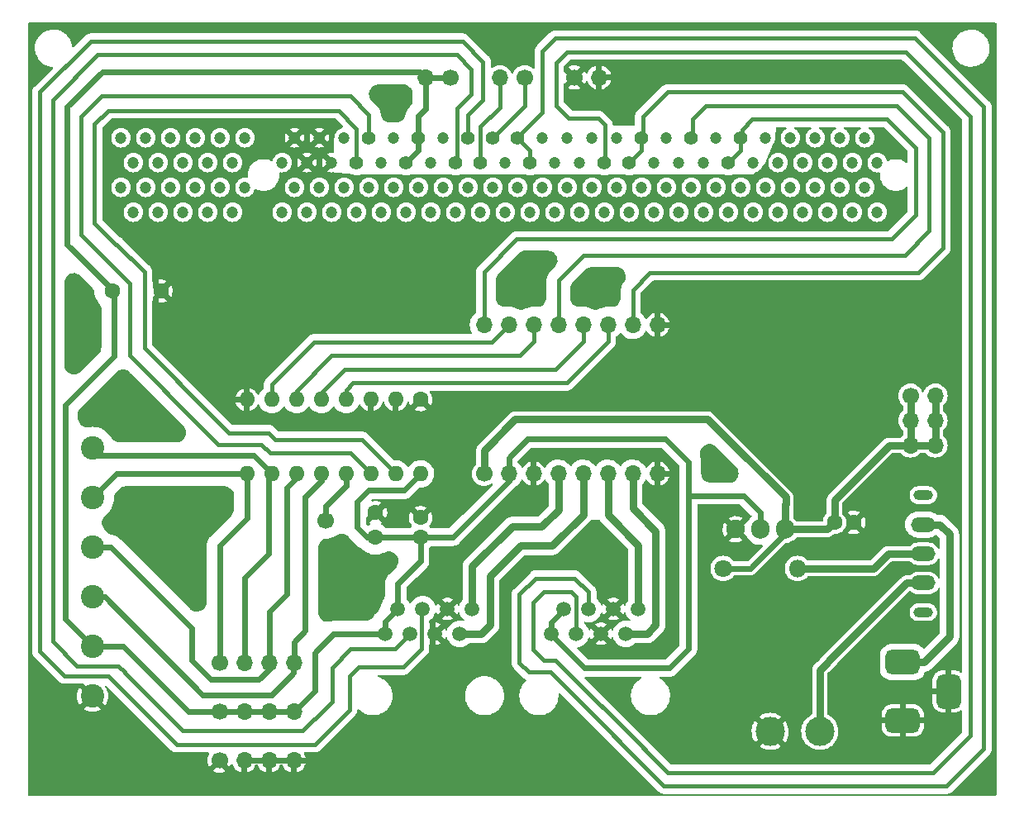
<source format=gbr>
G04 #@! TF.GenerationSoftware,KiCad,Pcbnew,(6.0.11)*
G04 #@! TF.CreationDate,2024-05-31T18:35:00-03:00*
G04 #@! TF.ProjectId,robo_descontrolado,726f626f-5f64-4657-9363-6f6e74726f6c,rev?*
G04 #@! TF.SameCoordinates,Original*
G04 #@! TF.FileFunction,Copper,L2,Bot*
G04 #@! TF.FilePolarity,Positive*
%FSLAX46Y46*%
G04 Gerber Fmt 4.6, Leading zero omitted, Abs format (unit mm)*
G04 Created by KiCad (PCBNEW (6.0.11)) date 2024-05-31 18:35:00*
%MOMM*%
%LPD*%
G01*
G04 APERTURE LIST*
G04 Aperture macros list*
%AMRoundRect*
0 Rectangle with rounded corners*
0 $1 Rounding radius*
0 $2 $3 $4 $5 $6 $7 $8 $9 X,Y pos of 4 corners*
0 Add a 4 corners polygon primitive as box body*
4,1,4,$2,$3,$4,$5,$6,$7,$8,$9,$2,$3,0*
0 Add four circle primitives for the rounded corners*
1,1,$1+$1,$2,$3*
1,1,$1+$1,$4,$5*
1,1,$1+$1,$6,$7*
1,1,$1+$1,$8,$9*
0 Add four rect primitives between the rounded corners*
20,1,$1+$1,$2,$3,$4,$5,0*
20,1,$1+$1,$4,$5,$6,$7,0*
20,1,$1+$1,$6,$7,$8,$9,0*
20,1,$1+$1,$8,$9,$2,$3,0*%
G04 Aperture macros list end*
G04 #@! TA.AperFunction,ComponentPad*
%ADD10C,1.500000*%
G04 #@! TD*
G04 #@! TA.AperFunction,ComponentPad*
%ADD11C,1.200000*%
G04 #@! TD*
G04 #@! TA.AperFunction,ComponentPad*
%ADD12C,1.400000*%
G04 #@! TD*
G04 #@! TA.AperFunction,ComponentPad*
%ADD13C,1.905000*%
G04 #@! TD*
G04 #@! TA.AperFunction,ComponentPad*
%ADD14O,1.905000X2.000000*%
G04 #@! TD*
G04 #@! TA.AperFunction,ComponentPad*
%ADD15C,1.600000*%
G04 #@! TD*
G04 #@! TA.AperFunction,ComponentPad*
%ADD16C,1.700000*%
G04 #@! TD*
G04 #@! TA.AperFunction,ComponentPad*
%ADD17O,1.700000X1.700000*%
G04 #@! TD*
G04 #@! TA.AperFunction,ComponentPad*
%ADD18C,2.400000*%
G04 #@! TD*
G04 #@! TA.AperFunction,ComponentPad*
%ADD19RoundRect,0.625000X1.125000X-0.625000X1.125000X0.625000X-1.125000X0.625000X-1.125000X-0.625000X0*%
G04 #@! TD*
G04 #@! TA.AperFunction,ComponentPad*
%ADD20RoundRect,0.625000X0.625000X-1.125000X0.625000X1.125000X-0.625000X1.125000X-0.625000X-1.125000X0*%
G04 #@! TD*
G04 #@! TA.AperFunction,WasherPad*
%ADD21RoundRect,0.500000X-0.500000X0.000000X-0.500000X0.000000X0.500000X0.000000X0.500000X0.000000X0*%
G04 #@! TD*
G04 #@! TA.AperFunction,ComponentPad*
%ADD22O,2.500000X1.500000*%
G04 #@! TD*
G04 #@! TA.AperFunction,ComponentPad*
%ADD23C,3.000000*%
G04 #@! TD*
G04 #@! TA.AperFunction,ComponentPad*
%ADD24C,1.800000*%
G04 #@! TD*
G04 #@! TA.AperFunction,ComponentPad*
%ADD25O,1.800000X1.800000*%
G04 #@! TD*
G04 #@! TA.AperFunction,ComponentPad*
%ADD26O,1.600000X1.600000*%
G04 #@! TD*
G04 #@! TA.AperFunction,Conductor*
%ADD27C,0.600000*%
G04 #@! TD*
G04 #@! TA.AperFunction,Conductor*
%ADD28C,0.760000*%
G04 #@! TD*
G04 #@! TA.AperFunction,Conductor*
%ADD29C,0.400000*%
G04 #@! TD*
G04 APERTURE END LIST*
D10*
X154000000Y-123000000D03*
X155270000Y-120460000D03*
X156540000Y-123000000D03*
X157810000Y-120460000D03*
X159080000Y-123000000D03*
X160350000Y-120460000D03*
X161620000Y-123000000D03*
X162890000Y-120460000D03*
X137000000Y-123000000D03*
X138270000Y-120460000D03*
X139540000Y-123000000D03*
X140810000Y-120460000D03*
X142080000Y-123000000D03*
X143350000Y-120460000D03*
X144620000Y-123000000D03*
X145890000Y-120460000D03*
D11*
X187385000Y-79810000D03*
X186115000Y-77270000D03*
X184845000Y-79810000D03*
X183575000Y-77270000D03*
X182305000Y-79810000D03*
X181035000Y-77270000D03*
X179765000Y-79810000D03*
X178495000Y-77270000D03*
X177225000Y-79810000D03*
X175955000Y-77270000D03*
X174685000Y-79810000D03*
X173415000Y-77270000D03*
X172145000Y-79810000D03*
X170875000Y-77270000D03*
X169605000Y-79810000D03*
X168335000Y-77270000D03*
X167065000Y-79810000D03*
X165795000Y-77270000D03*
X164525000Y-79810000D03*
X163255000Y-77270000D03*
X161985000Y-79810000D03*
X160715000Y-77270000D03*
X159445000Y-79810000D03*
X158175000Y-77270000D03*
X156905000Y-79810000D03*
X155635000Y-77270000D03*
X154365000Y-79810000D03*
X153095000Y-77270000D03*
X151825000Y-79810000D03*
X150555000Y-77270000D03*
X149285000Y-79810000D03*
X148015000Y-77270000D03*
X146745000Y-79810000D03*
X145475000Y-77270000D03*
X144205000Y-79810000D03*
X142935000Y-77270000D03*
X141665000Y-79810000D03*
X140395000Y-77270000D03*
X139125000Y-79810000D03*
X137855000Y-77270000D03*
X136585000Y-79810000D03*
X135315000Y-77270000D03*
X134045000Y-79810000D03*
X132775000Y-77270000D03*
X131505000Y-79810000D03*
X130235000Y-77270000D03*
X128965000Y-79810000D03*
X127695000Y-77270000D03*
X126425000Y-79810000D03*
X122615000Y-77270000D03*
X121345000Y-79810000D03*
X120075000Y-77270000D03*
X118805000Y-79810000D03*
X117535000Y-77270000D03*
X116265000Y-79810000D03*
X114995000Y-77270000D03*
X113725000Y-79810000D03*
X112455000Y-77270000D03*
X111185000Y-79810000D03*
X109915000Y-77270000D03*
X187385000Y-74730000D03*
X186115000Y-72190000D03*
X184845000Y-74730000D03*
X183575000Y-72190000D03*
X182305000Y-74730000D03*
X181035000Y-72190000D03*
X179765000Y-74730000D03*
X178495000Y-72190000D03*
X177225000Y-74730000D03*
X175955000Y-72190000D03*
X174685000Y-74730000D03*
D12*
X173415000Y-72190000D03*
X172145000Y-74730000D03*
D11*
X170875000Y-72190000D03*
X169605000Y-74730000D03*
D12*
X168335000Y-72190000D03*
D11*
X167065000Y-74730000D03*
X165795000Y-72190000D03*
X164525000Y-74730000D03*
D12*
X163255000Y-72190000D03*
X161985000Y-74730000D03*
D11*
X160715000Y-72190000D03*
D12*
X159445000Y-74730000D03*
D11*
X158175000Y-72190000D03*
X156905000Y-74730000D03*
X155635000Y-72190000D03*
X154365000Y-74730000D03*
X153095000Y-72190000D03*
D12*
X151825000Y-74730000D03*
X150555000Y-72190000D03*
D11*
X149285000Y-74730000D03*
D12*
X148015000Y-72190000D03*
X146745000Y-74730000D03*
X145475000Y-72190000D03*
X144205000Y-74730000D03*
D11*
X142935000Y-72190000D03*
X141665000Y-74730000D03*
D12*
X140395000Y-72190000D03*
X139125000Y-74730000D03*
D11*
X137855000Y-72190000D03*
X136585000Y-74730000D03*
D12*
X135315000Y-72190000D03*
X134045000Y-74730000D03*
D11*
X132775000Y-72190000D03*
X131505000Y-74730000D03*
X130235000Y-72190000D03*
X128965000Y-74730000D03*
X127695000Y-72190000D03*
X126425000Y-74730000D03*
X122615000Y-72190000D03*
X121345000Y-74730000D03*
X120075000Y-72190000D03*
X118805000Y-74730000D03*
X117535000Y-72190000D03*
X116265000Y-74730000D03*
X114995000Y-72190000D03*
X113725000Y-74730000D03*
X112455000Y-72190000D03*
X111185000Y-74730000D03*
X109915000Y-72190000D03*
D13*
X172900000Y-112300000D03*
D14*
X175440000Y-112300000D03*
X177980000Y-112300000D03*
D15*
X109000000Y-87900000D03*
X114000000Y-87900000D03*
D16*
X120000000Y-126000000D03*
D17*
X122540000Y-126000000D03*
X125080000Y-126000000D03*
X127620000Y-126000000D03*
D16*
X120000000Y-131000000D03*
D17*
X122540000Y-131000000D03*
X125080000Y-131000000D03*
X127620000Y-131000000D03*
D16*
X120000000Y-136000000D03*
D17*
X122540000Y-136000000D03*
X125080000Y-136000000D03*
X127620000Y-136000000D03*
D16*
X156350000Y-66000000D03*
D17*
X158890000Y-66000000D03*
D16*
X143650000Y-66000000D03*
D17*
X141110000Y-66000000D03*
D16*
X151270000Y-66000000D03*
D17*
X148730000Y-66000000D03*
D16*
X190800000Y-98620000D03*
D17*
X193340000Y-98620000D03*
X190800000Y-101160000D03*
X193340000Y-101160000D03*
X190800000Y-103700000D03*
X193340000Y-103700000D03*
D18*
X107000000Y-104000000D03*
X107000000Y-109080000D03*
X107000000Y-114160000D03*
X107000000Y-119240000D03*
X107000000Y-124320000D03*
X107000000Y-129400000D03*
D19*
X190000000Y-125900000D03*
X190000000Y-131900000D03*
D20*
X194700000Y-128900000D03*
D21*
X192100000Y-108800000D03*
X192100000Y-120800000D03*
D22*
X192100000Y-111800000D03*
X192100000Y-114800000D03*
X192100000Y-117800000D03*
D15*
X183000000Y-111600000D03*
X185000000Y-111600000D03*
D23*
X176420000Y-133000000D03*
X181500000Y-133000000D03*
D24*
X171600000Y-116300000D03*
D25*
X179220000Y-116300000D03*
D16*
X147100000Y-106600000D03*
D17*
X149640000Y-106600000D03*
X152180000Y-106600000D03*
X154720000Y-106600000D03*
X157260000Y-106600000D03*
X159800000Y-106600000D03*
X162340000Y-106600000D03*
X164880000Y-106600000D03*
X164880000Y-91360000D03*
X162340000Y-91360000D03*
X159800000Y-91360000D03*
X157260000Y-91360000D03*
X154720000Y-91360000D03*
X152180000Y-91360000D03*
X149640000Y-91360000D03*
X147100000Y-91360000D03*
D15*
X140600000Y-99000000D03*
D26*
X138060000Y-99000000D03*
X135520000Y-99000000D03*
X132980000Y-99000000D03*
X130440000Y-99000000D03*
X127900000Y-99000000D03*
X125360000Y-99000000D03*
X122820000Y-99000000D03*
X122820000Y-106620000D03*
X125360000Y-106620000D03*
X127900000Y-106620000D03*
X130440000Y-106620000D03*
X132980000Y-106620000D03*
X135520000Y-106620000D03*
X138060000Y-106620000D03*
X140600000Y-106620000D03*
D16*
X130900000Y-111400000D03*
D15*
X136000000Y-110600000D03*
X136000000Y-113100000D03*
X140600000Y-113100000D03*
X140600000Y-111100000D03*
D27*
X142050000Y-123000000D02*
X141800010Y-122750010D01*
X113808000Y-87900000D02*
X113400010Y-87492010D01*
X113400010Y-88529990D02*
X113400010Y-89662000D01*
X142080000Y-123000000D02*
X141922000Y-123000000D01*
X114000000Y-87930000D02*
X113400010Y-88529990D01*
X113400010Y-87492010D02*
X113400010Y-86106000D01*
X141922000Y-123000000D02*
X141800010Y-123121990D01*
X114000000Y-87900000D02*
X114000000Y-87930000D01*
X142080000Y-123000000D02*
X142050000Y-123000000D01*
X114000000Y-87900000D02*
X113808000Y-87900000D01*
X141800010Y-122750010D02*
X141800010Y-121911992D01*
X141800010Y-123121990D02*
X141800010Y-125222000D01*
D28*
X192200000Y-125900000D02*
X194800000Y-123300000D01*
X193800000Y-111800000D02*
X192100000Y-111800000D01*
X190000000Y-125900000D02*
X192200000Y-125900000D01*
X194800000Y-123300000D02*
X194800000Y-112800000D01*
X194800000Y-112800000D02*
X193800000Y-111800000D01*
D27*
X140600000Y-113100000D02*
X140600000Y-115550000D01*
X136000000Y-113100000D02*
X135100000Y-113100000D01*
X140600000Y-113100000D02*
X143900000Y-113100000D01*
X135300000Y-108300000D02*
X134100000Y-109500000D01*
X138920000Y-108300000D02*
X135300000Y-108300000D01*
X140600000Y-106620000D02*
X138920000Y-108300000D01*
X134100000Y-109500000D02*
X134100000Y-112100000D01*
X134100000Y-112100000D02*
X135100000Y-113100000D01*
X136000000Y-113100000D02*
X140100000Y-113100000D01*
X109200000Y-87900000D02*
X109200000Y-94600000D01*
X138270000Y-117880000D02*
X138270000Y-120460000D01*
X129750000Y-124925000D02*
X131675000Y-123000000D01*
X157400000Y-126500000D02*
X154000000Y-123100000D01*
X104400000Y-69000000D02*
X108000000Y-65400000D01*
X104400000Y-83100000D02*
X104400000Y-69000000D01*
X107000000Y-124320000D02*
X104200000Y-121520000D01*
X136750000Y-65400000D02*
X140510000Y-65400000D01*
X154000000Y-121800000D02*
X154000000Y-123000000D01*
X104200000Y-99600000D02*
X104200000Y-120100000D01*
X145500000Y-111500000D02*
X149640000Y-107360000D01*
X138270000Y-120460000D02*
X136950000Y-121780000D01*
X143900000Y-113100000D02*
X145500000Y-111500000D01*
X140600000Y-115550000D02*
X138270000Y-117880000D01*
X141110000Y-69240000D02*
X140395000Y-69955000D01*
X131675000Y-123000000D02*
X137000000Y-123000000D01*
X109200000Y-94600000D02*
X104200000Y-99600000D01*
X165700000Y-103050000D02*
X168050000Y-105400000D01*
X175440000Y-110540000D02*
X173750000Y-108850000D01*
X136950000Y-121780000D02*
X136950000Y-122950000D01*
X168050000Y-105400000D02*
X168050000Y-124550000D01*
X141110000Y-66000000D02*
X143650000Y-66000000D01*
X175440000Y-112300000D02*
X175440000Y-110540000D01*
X155270000Y-120530000D02*
X154000000Y-121800000D01*
X168050000Y-124550000D02*
X166100000Y-126500000D01*
X140395000Y-69955000D02*
X140395000Y-72190000D01*
X149640000Y-104960000D02*
X151550000Y-103050000D01*
X120000000Y-131000000D02*
X116850000Y-131000000D01*
X140510000Y-65400000D02*
X141110000Y-66000000D01*
X136950000Y-122950000D02*
X137000000Y-123000000D01*
X154000000Y-123100000D02*
X154000000Y-123000000D01*
X127620000Y-131000000D02*
X129750000Y-128870000D01*
X140395000Y-72190000D02*
X140395000Y-73460000D01*
X173750000Y-108850000D02*
X168100000Y-108850000D01*
X109200000Y-87900000D02*
X104400000Y-83100000D01*
X168100000Y-108850000D02*
X168050000Y-108800000D01*
X110170000Y-124320000D02*
X107000000Y-124320000D01*
X151550000Y-103050000D02*
X165700000Y-103050000D01*
X104200000Y-121520000D02*
X104200000Y-120100000D01*
X129750000Y-128870000D02*
X129750000Y-124925000D01*
X108000000Y-65400000D02*
X136750000Y-65400000D01*
X116850000Y-131000000D02*
X110170000Y-124320000D01*
X149640000Y-104960000D02*
X149640000Y-106600000D01*
X166100000Y-126500000D02*
X157400000Y-126500000D01*
X141110000Y-66000000D02*
X141110000Y-69240000D01*
X120000000Y-131000000D02*
X127620000Y-131000000D01*
X140395000Y-73460000D02*
X139125000Y-74730000D01*
X155270000Y-120460000D02*
X155270000Y-120530000D01*
D29*
X119899990Y-103599990D02*
X118300000Y-102000000D01*
X124300000Y-103600000D02*
X123955649Y-103600000D01*
X123955649Y-103600000D02*
X123955639Y-103599990D01*
X123955639Y-103599990D02*
X119899990Y-103599990D01*
X135520000Y-106620000D02*
X133400000Y-104500000D01*
X133400000Y-104500000D02*
X125200000Y-104500000D01*
X125200000Y-104500000D02*
X124300000Y-103600000D01*
X118300000Y-102000000D02*
X110800000Y-94500000D01*
X110800000Y-94500000D02*
X110800000Y-87100000D01*
X135315000Y-69815000D02*
X135315000Y-72190000D01*
X133400000Y-67900000D02*
X135315000Y-69815000D01*
X110800000Y-87100000D02*
X105800000Y-82100000D01*
X105800000Y-70000000D02*
X107900000Y-67900000D01*
X107900000Y-67900000D02*
X133400000Y-67900000D01*
X105800000Y-82100000D02*
X105800000Y-70000000D01*
X125050000Y-102400000D02*
X121000000Y-102400000D01*
X121000000Y-102400000D02*
X119400000Y-100800000D01*
X125750000Y-103100000D02*
X125050000Y-102400000D01*
X134600000Y-103100000D02*
X125750000Y-103100000D01*
X138060000Y-106560000D02*
X134600000Y-103100000D01*
X119400000Y-100800000D02*
X112300000Y-93700000D01*
X134045000Y-71245000D02*
X134045000Y-74730000D01*
X107200000Y-80900000D02*
X107200000Y-70800000D01*
X107200000Y-70800000D02*
X108600000Y-69400000D01*
X132200000Y-69400000D02*
X134045000Y-71245000D01*
X109400000Y-83100000D02*
X107200000Y-80900000D01*
X109500000Y-83100000D02*
X109400000Y-83100000D01*
X112300000Y-85900000D02*
X109500000Y-83100000D01*
X112300000Y-93700000D02*
X112300000Y-85900000D01*
X108600000Y-69400000D02*
X132200000Y-69400000D01*
D28*
X153000000Y-112000000D02*
X154720000Y-110280000D01*
X145890000Y-116110000D02*
X150000000Y-112000000D01*
X145890000Y-120460000D02*
X145890000Y-116110000D01*
X154720000Y-110280000D02*
X154720000Y-106600000D01*
X150000000Y-112000000D02*
X153000000Y-112000000D01*
X147700000Y-117100000D02*
X150850000Y-113950000D01*
X147700000Y-122100000D02*
X147700000Y-117100000D01*
X157260000Y-110790000D02*
X157260000Y-106600000D01*
X154100000Y-113950000D02*
X157260000Y-110790000D01*
X146800000Y-123000000D02*
X147700000Y-122100000D01*
X144620000Y-123000000D02*
X146800000Y-123000000D01*
X150850000Y-113950000D02*
X154100000Y-113950000D01*
X159800000Y-110850000D02*
X159800000Y-106600000D01*
X162890000Y-113940000D02*
X159800000Y-110850000D01*
X162890000Y-120460000D02*
X162890000Y-113940000D01*
X162340000Y-110140000D02*
X162340000Y-106600000D01*
X164700000Y-112500000D02*
X162340000Y-110140000D01*
X163800000Y-123000000D02*
X164700000Y-122100000D01*
X164700000Y-122100000D02*
X164700000Y-112500000D01*
X161620000Y-123000000D02*
X163800000Y-123000000D01*
D29*
X163255000Y-72190000D02*
X163255000Y-73460000D01*
X163255000Y-73460000D02*
X161985000Y-74730000D01*
X191600000Y-86000000D02*
X194100000Y-83500000D01*
X162340000Y-87760000D02*
X164100000Y-86000000D01*
X163355000Y-70045000D02*
X163355000Y-72190000D01*
X194100000Y-71620087D02*
X189979913Y-67500000D01*
X194100000Y-83500000D02*
X194100000Y-71620087D01*
X162340000Y-91360000D02*
X162340000Y-87760000D01*
X189979913Y-67500000D02*
X165900000Y-67500000D01*
X165900000Y-67500000D02*
X163355000Y-70045000D01*
X164100000Y-86000000D02*
X191600000Y-86000000D01*
X155560000Y-97300000D02*
X159800000Y-93060000D01*
X133700000Y-97300000D02*
X155560000Y-97300000D01*
X159800000Y-93060000D02*
X159800000Y-91360000D01*
X132980000Y-98020000D02*
X133700000Y-97300000D01*
X132980000Y-99000000D02*
X132980000Y-98020000D01*
X154420000Y-95900000D02*
X132800000Y-95900000D01*
X157260000Y-93060000D02*
X154420000Y-95900000D01*
X157260000Y-91360000D02*
X157260000Y-93060000D01*
X130440000Y-98260000D02*
X130440000Y-99000000D01*
X130440000Y-99000000D02*
X130440000Y-98460000D01*
X132800000Y-95900000D02*
X130440000Y-98260000D01*
X150740000Y-94500000D02*
X152180000Y-93060000D01*
X152180000Y-93060000D02*
X152180000Y-91360000D01*
X131500000Y-94500000D02*
X150740000Y-94500000D01*
X127900000Y-99000000D02*
X127900000Y-98100000D01*
X127900000Y-98100000D02*
X131500000Y-94500000D01*
X149640000Y-91360000D02*
X147900000Y-93100000D01*
X147900000Y-93100000D02*
X129700000Y-93100000D01*
X125360000Y-97440000D02*
X125360000Y-99000000D01*
X129700000Y-93100000D02*
X125360000Y-97440000D01*
X173415000Y-72190000D02*
X173415000Y-73460000D01*
X173415000Y-73460000D02*
X172145000Y-74730000D01*
X147100000Y-85900000D02*
X150448000Y-82552000D01*
X147100000Y-89760000D02*
X147100000Y-85900000D01*
X191300000Y-76987816D02*
X191315551Y-76972265D01*
X174556450Y-70300022D02*
X173515000Y-71341472D01*
X191300000Y-80100000D02*
X191300000Y-76987816D01*
X188848000Y-82552000D02*
X191300000Y-80100000D01*
X191315551Y-75027735D02*
X191300000Y-75012184D01*
X147100000Y-89760000D02*
X147100000Y-91360000D01*
X173515000Y-71341472D02*
X173515000Y-72190000D01*
X191300000Y-75012184D02*
X191300000Y-73200000D01*
X150448000Y-82552000D02*
X188848000Y-82552000D01*
X191315551Y-76972265D02*
X191315551Y-75027735D01*
X188400022Y-70300022D02*
X174556450Y-70300022D01*
X191300000Y-73200000D02*
X188400022Y-70300022D01*
X129750001Y-134349999D02*
X115599999Y-134349999D01*
X133329999Y-130770001D02*
X129750001Y-134349999D01*
X144900000Y-62300000D02*
X147000000Y-64400000D01*
X147000000Y-64400000D02*
X147000000Y-68350000D01*
X101600000Y-67508002D02*
X106808002Y-62300000D01*
X138825000Y-126425000D02*
X134275000Y-126425000D01*
X108570011Y-127320011D02*
X104120011Y-127320011D01*
X140700000Y-124550000D02*
X138825000Y-126425000D01*
X101600000Y-124800000D02*
X101600000Y-67508002D01*
X145475000Y-69875000D02*
X145475000Y-72190000D01*
X147000000Y-68350000D02*
X145475000Y-69875000D01*
X133329999Y-127370001D02*
X133329999Y-130770001D01*
X134275000Y-126425000D02*
X133329999Y-127370001D01*
X115599999Y-134349999D02*
X108570011Y-127320011D01*
X140700000Y-120570000D02*
X140700000Y-124550000D01*
X104120011Y-127320011D02*
X101600000Y-124800000D01*
X106808002Y-62300000D02*
X144900000Y-62300000D01*
X140810000Y-120460000D02*
X140700000Y-120570000D01*
X131525000Y-126450002D02*
X133425001Y-124550001D01*
X137989999Y-124550001D02*
X139540000Y-123000000D01*
X116250000Y-132950000D02*
X128525000Y-132950000D01*
X110300000Y-126950000D02*
X110300000Y-127000000D01*
X102900000Y-68300000D02*
X102900000Y-123800000D01*
X144350000Y-63700000D02*
X107500000Y-63700000D01*
X145800000Y-65150000D02*
X144350000Y-63700000D01*
X145800000Y-67700000D02*
X145800000Y-65150000D01*
X130925000Y-130525000D02*
X131525000Y-129925000D01*
X110300000Y-127000000D02*
X116250000Y-132950000D01*
X133425001Y-124550001D02*
X137989999Y-124550001D01*
X128525000Y-132950000D02*
X130925000Y-130550000D01*
X105420001Y-126320001D02*
X109670001Y-126320001D01*
X144300000Y-74635000D02*
X144300000Y-69200000D01*
X109670001Y-126320001D02*
X110300000Y-126950000D01*
X144300000Y-69200000D02*
X145800000Y-67700000D01*
X130925000Y-130550000D02*
X130925000Y-130525000D01*
X144205000Y-74730000D02*
X144300000Y-74635000D01*
X102900000Y-123800000D02*
X105420001Y-126320001D01*
X107500000Y-63700000D02*
X102900000Y-68300000D01*
X131525000Y-129925000D02*
X131525000Y-126450002D01*
X153200000Y-125700000D02*
X154440000Y-125700000D01*
X153200000Y-118700000D02*
X152100000Y-119800000D01*
X157155000Y-128405000D02*
X161200000Y-132450000D01*
X155600000Y-63400000D02*
X190300000Y-63400000D01*
X165950000Y-137200000D02*
X171700000Y-137200000D01*
X152100000Y-124600000D02*
X153200000Y-125700000D01*
X196900000Y-133400000D02*
X193100000Y-137200000D01*
X154500000Y-64500000D02*
X155600000Y-63400000D01*
X156540000Y-119240000D02*
X156000000Y-118700000D01*
X159445000Y-74730000D02*
X159500000Y-74675000D01*
X155800000Y-70200000D02*
X154500000Y-68900000D01*
X156000000Y-118700000D02*
X153200000Y-118700000D01*
X154440000Y-125700000D02*
X157145000Y-128405000D01*
X196900000Y-70000000D02*
X196900000Y-133400000D01*
X152100000Y-119800000D02*
X152100000Y-124600000D01*
X161200000Y-132450000D02*
X165950000Y-137200000D01*
X154500000Y-68900000D02*
X154500000Y-64500000D01*
X157145000Y-128405000D02*
X157155000Y-128405000D01*
X156540000Y-123000000D02*
X156540000Y-119240000D01*
X159500000Y-74675000D02*
X159500000Y-70900000D01*
X193100000Y-137200000D02*
X171700000Y-137200000D01*
X158800000Y-70200000D02*
X155800000Y-70200000D01*
X159500000Y-70900000D02*
X158800000Y-70200000D01*
X190300000Y-63400000D02*
X196900000Y-70000000D01*
X198300000Y-134800000D02*
X194500000Y-138600000D01*
X157810000Y-118710000D02*
X157810000Y-120460000D01*
X155991001Y-129058999D02*
X153882001Y-126949999D01*
X154400000Y-62000000D02*
X191280000Y-62000000D01*
X165550000Y-138600000D02*
X156008999Y-129058999D01*
X153095000Y-69605000D02*
X153095000Y-63305000D01*
X156400000Y-117300000D02*
X157810000Y-118710000D01*
X150725000Y-125965000D02*
X150725000Y-118975000D01*
X194500000Y-138600000D02*
X165550000Y-138600000D01*
X191280000Y-62000000D02*
X198300000Y-69020000D01*
X156008999Y-129058999D02*
X155991001Y-129058999D01*
X198300000Y-69020000D02*
X198300000Y-134800000D01*
X153095000Y-63305000D02*
X154400000Y-62000000D01*
X151825000Y-74730000D02*
X151825000Y-73460000D01*
X153882001Y-126949999D02*
X151709999Y-126949999D01*
X151825000Y-73460000D02*
X150555000Y-72190000D01*
X151709999Y-126949999D02*
X150725000Y-125965000D01*
X150555000Y-72145000D02*
X153095000Y-69605000D01*
X150725000Y-118975000D02*
X152400000Y-117300000D01*
X152400000Y-117300000D02*
X156400000Y-117300000D01*
X150555000Y-72190000D02*
X150555000Y-72145000D01*
X169799989Y-68900011D02*
X168435000Y-70265000D01*
X157300000Y-84200000D02*
X190200000Y-84200000D01*
X154720000Y-91360000D02*
X154720000Y-86780000D01*
X192700000Y-72200001D02*
X189400010Y-68900011D01*
X154720000Y-86780000D02*
X157300000Y-84200000D01*
X168435000Y-70265000D02*
X168435000Y-72190000D01*
X192700000Y-81700000D02*
X192700000Y-72200001D01*
X189400010Y-68900011D02*
X169799989Y-68900011D01*
X190200000Y-84200000D02*
X192700000Y-81700000D01*
X151270000Y-68935000D02*
X150000000Y-70205000D01*
X148015000Y-72190000D02*
X150000000Y-70205000D01*
X151270000Y-66000000D02*
X151270000Y-68935000D01*
X146745000Y-71055000D02*
X146745000Y-74730000D01*
X148730000Y-66000000D02*
X148730000Y-69070000D01*
X148730000Y-69070000D02*
X146745000Y-71055000D01*
D27*
X127600000Y-126020000D02*
X127600000Y-127000000D01*
X125350000Y-129250000D02*
X118300000Y-129250000D01*
X128800000Y-109000000D02*
X128800000Y-122700000D01*
X127620000Y-123880000D02*
X127620000Y-126000000D01*
X118300000Y-129250000D02*
X108290000Y-119240000D01*
X108290000Y-119240000D02*
X107000000Y-119240000D01*
X128800000Y-122700000D02*
X127620000Y-123880000D01*
X130440000Y-107360000D02*
X128800000Y-109000000D01*
X127600000Y-127000000D02*
X125350000Y-129250000D01*
X127620000Y-126000000D02*
X127600000Y-126020000D01*
X130440000Y-106620000D02*
X130440000Y-107360000D01*
X126900000Y-108000000D02*
X126900000Y-118950000D01*
X127900000Y-107000000D02*
X126900000Y-108000000D01*
X117150000Y-122450000D02*
X117150000Y-125750000D01*
X119100000Y-127700000D02*
X124050000Y-127700000D01*
X117150000Y-125750000D02*
X119100000Y-127700000D01*
X107000000Y-114160000D02*
X108860000Y-114160000D01*
X125080000Y-126670000D02*
X125080000Y-126000000D01*
X108860000Y-114160000D02*
X117150000Y-122450000D01*
X126900000Y-118950000D02*
X125080000Y-120770000D01*
X125080000Y-120770000D02*
X125080000Y-126000000D01*
X124050000Y-127700000D02*
X125080000Y-126670000D01*
X122540000Y-117260000D02*
X125000000Y-114800000D01*
X125000000Y-106980000D02*
X125360000Y-106620000D01*
X125000000Y-114800000D02*
X125000000Y-106980000D01*
X122540000Y-126000000D02*
X122540000Y-126510000D01*
X125360000Y-106560000D02*
X123500000Y-104700000D01*
X125360000Y-106620000D02*
X125360000Y-106560000D01*
X107700000Y-104700000D02*
X107000000Y-104000000D01*
X122540000Y-126000000D02*
X122540000Y-117260000D01*
X123500000Y-104700000D02*
X107700000Y-104700000D01*
X122820000Y-106620000D02*
X122820000Y-111130000D01*
X120000000Y-113950000D02*
X120000000Y-126000000D01*
X122820000Y-111130000D02*
X120000000Y-113950000D01*
X120000000Y-126000000D02*
X120000000Y-126050000D01*
X122800000Y-106600000D02*
X122820000Y-106620000D01*
X107000000Y-109080000D02*
X109480000Y-106600000D01*
X109480000Y-106600000D02*
X122800000Y-106600000D01*
D28*
X188500000Y-114800000D02*
X192100000Y-114800000D01*
X179220000Y-116300000D02*
X187000000Y-116300000D01*
X187000000Y-116300000D02*
X188500000Y-114800000D01*
D27*
X130900000Y-111400000D02*
X130900000Y-109900000D01*
X132980000Y-107820000D02*
X132980000Y-106620000D01*
X130900000Y-109900000D02*
X132980000Y-107820000D01*
D28*
X190800000Y-103700000D02*
X190800000Y-98620000D01*
X182300000Y-112300000D02*
X183000000Y-111600000D01*
D27*
X171600000Y-116300000D02*
X174400000Y-116300000D01*
D28*
X147100000Y-106600000D02*
X147100000Y-104200000D01*
X188600000Y-103700000D02*
X193340000Y-103700000D01*
X177980000Y-112300000D02*
X177980000Y-109680000D01*
X150300000Y-101000000D02*
X170000000Y-101000000D01*
X170000000Y-101000000D02*
X171800000Y-102800000D01*
X178000000Y-109000000D02*
X171750000Y-102750000D01*
X193340000Y-103700000D02*
X193340000Y-98620000D01*
D27*
X174400000Y-116300000D02*
X177980000Y-112720000D01*
D28*
X147100000Y-104200000D02*
X150300000Y-101000000D01*
X183000000Y-109300000D02*
X188600000Y-103700000D01*
X183000000Y-111600000D02*
X183000000Y-109300000D01*
D27*
X177980000Y-112720000D02*
X177980000Y-112300000D01*
D28*
X178000000Y-109680000D02*
X178000000Y-109000000D01*
X177980000Y-112300000D02*
X182300000Y-112300000D01*
X182700000Y-125500000D02*
X190400000Y-117800000D01*
X181500000Y-126700000D02*
X182000000Y-126200000D01*
X182000000Y-126200000D02*
X182700000Y-125500000D01*
X190400000Y-117800000D02*
X192100000Y-117800000D01*
X181500000Y-133000000D02*
X181500000Y-126700000D01*
G04 #@! TA.AperFunction,NonConductor*
G36*
X151523299Y-61020950D02*
G01*
X151716163Y-61081461D01*
X151892899Y-61179557D01*
X152046270Y-61311222D01*
X152169998Y-61471065D01*
X152259016Y-61652542D01*
X152309682Y-61848224D01*
X152319920Y-62050099D01*
X152289311Y-62249902D01*
X152219109Y-62439454D01*
X152145489Y-62565361D01*
X152132876Y-62583712D01*
X152124192Y-62593949D01*
X152121938Y-62597420D01*
X152101398Y-62622117D01*
X152093663Y-62635928D01*
X152083863Y-62648360D01*
X152068906Y-62676789D01*
X152045910Y-62720496D01*
X152033433Y-62743476D01*
X151993590Y-62814621D01*
X151988502Y-62829611D01*
X151981131Y-62843620D01*
X151971593Y-62874337D01*
X151956954Y-62921481D01*
X151948876Y-62946343D01*
X151922669Y-63023548D01*
X151920397Y-63039214D01*
X151915703Y-63054333D01*
X151911928Y-63086227D01*
X151911928Y-63086228D01*
X151906121Y-63135293D01*
X151902713Y-63161182D01*
X151891009Y-63241902D01*
X151891504Y-63254498D01*
X151865153Y-63424577D01*
X151794630Y-63614010D01*
X151687418Y-63785369D01*
X151547906Y-63931638D01*
X151381806Y-64046830D01*
X151195918Y-64126227D01*
X151045238Y-64158975D01*
X151037478Y-64159402D01*
X150780456Y-64210527D01*
X150533201Y-64297357D01*
X150463200Y-64333720D01*
X150275322Y-64408272D01*
X150076277Y-64443480D01*
X149874220Y-64437899D01*
X149677422Y-64391759D01*
X149577327Y-64351113D01*
X149550742Y-64338603D01*
X149519917Y-64321340D01*
X149275512Y-64226787D01*
X149020221Y-64167614D01*
X148985036Y-64164567D01*
X148985032Y-64164566D01*
X148759141Y-64145002D01*
X148759247Y-64143778D01*
X148595022Y-64124469D01*
X148403131Y-64060937D01*
X148227958Y-63960079D01*
X148076672Y-63826023D01*
X148011978Y-63742692D01*
X148011135Y-63743357D01*
X147960666Y-63679337D01*
X147944751Y-63658596D01*
X147923372Y-63629967D01*
X147895967Y-63593267D01*
X147845061Y-63546210D01*
X147816808Y-63519045D01*
X147003663Y-62705900D01*
X146875926Y-62549242D01*
X146782339Y-62370079D01*
X146726732Y-62175743D01*
X146711384Y-61974193D01*
X146736921Y-61773678D01*
X146802299Y-61582409D01*
X146904841Y-61408215D01*
X147040349Y-61258228D01*
X147203275Y-61138590D01*
X147386948Y-61054197D01*
X147583851Y-61008505D01*
X147710063Y-61000500D01*
X151322202Y-61000500D01*
X151523299Y-61020950D01*
G37*
G04 #@! TD.AperFunction*
G04 #@! TA.AperFunction,NonConductor*
G36*
X164989305Y-64620950D02*
G01*
X165182169Y-64681461D01*
X165358905Y-64779557D01*
X165512276Y-64911222D01*
X165636004Y-65071065D01*
X165725022Y-65252542D01*
X165775688Y-65448224D01*
X165785926Y-65650099D01*
X165755317Y-65849902D01*
X165685115Y-66039454D01*
X165578193Y-66210994D01*
X165438929Y-66357499D01*
X165320551Y-66439893D01*
X165322304Y-66442593D01*
X165298884Y-66457802D01*
X165270053Y-66472020D01*
X165257370Y-66481491D01*
X165243360Y-66488862D01*
X165218120Y-66508760D01*
X165179351Y-66539323D01*
X165158604Y-66555243D01*
X165143023Y-66566878D01*
X165093267Y-66604033D01*
X165046210Y-66654939D01*
X165019045Y-66683192D01*
X162557962Y-69144275D01*
X162517259Y-69182396D01*
X162514886Y-69184897D01*
X162480457Y-69215090D01*
X162429942Y-69279167D01*
X162413527Y-69299438D01*
X162391888Y-69325457D01*
X162361398Y-69362117D01*
X162353663Y-69375928D01*
X162343863Y-69388360D01*
X162328906Y-69416789D01*
X162305910Y-69460496D01*
X162293433Y-69483476D01*
X162271999Y-69521750D01*
X162253590Y-69554621D01*
X162248502Y-69569611D01*
X162241131Y-69583620D01*
X162231593Y-69614337D01*
X162216954Y-69661481D01*
X162208876Y-69686343D01*
X162194631Y-69728308D01*
X162182669Y-69763548D01*
X162182485Y-69764820D01*
X162178092Y-69778498D01*
X162180397Y-69779214D01*
X162175703Y-69794333D01*
X162173251Y-69793572D01*
X162131838Y-69922519D01*
X162032555Y-70098590D01*
X161899862Y-70251072D01*
X161739190Y-70373722D01*
X161557119Y-70461518D01*
X161361101Y-70510866D01*
X161159161Y-70519746D01*
X160959568Y-70487794D01*
X160770493Y-70416318D01*
X160599676Y-70308245D01*
X160454111Y-70167999D01*
X160427502Y-70134554D01*
X160423375Y-70129970D01*
X160395967Y-70093267D01*
X160345061Y-70046210D01*
X160316808Y-70019045D01*
X159700725Y-69402962D01*
X159662604Y-69362259D01*
X159660103Y-69359886D01*
X159629910Y-69325457D01*
X159593942Y-69297102D01*
X159560722Y-69265578D01*
X159561973Y-69264259D01*
X159459339Y-69164953D01*
X159345340Y-68998032D01*
X159267276Y-68811580D01*
X159228342Y-68613231D01*
X159230133Y-68411105D01*
X159272574Y-68213476D01*
X159353930Y-68028437D01*
X159470868Y-67863562D01*
X159618601Y-67725601D01*
X159747933Y-67646526D01*
X159746663Y-67644300D01*
X159777340Y-67626802D01*
X159809188Y-67611509D01*
X160027082Y-67465917D01*
X160222287Y-67291076D01*
X160332496Y-67159967D01*
X160368182Y-67117514D01*
X160368186Y-67117508D01*
X160390910Y-67090475D01*
X160482019Y-66944387D01*
X160510896Y-66898085D01*
X160510898Y-66898081D01*
X160529586Y-66868116D01*
X160635547Y-66628436D01*
X160650159Y-66576628D01*
X160697092Y-66410216D01*
X160697092Y-66410215D01*
X160706681Y-66376216D01*
X160741566Y-66116491D01*
X160745227Y-66000000D01*
X160726719Y-65738596D01*
X160723832Y-65725187D01*
X160716346Y-65538290D01*
X160749079Y-65338824D01*
X160821293Y-65150030D01*
X160930034Y-64979637D01*
X161070848Y-64834621D01*
X161237972Y-64720920D01*
X161424562Y-64643187D01*
X161622981Y-64604607D01*
X161713469Y-64600500D01*
X164788208Y-64600500D01*
X164989305Y-64620950D01*
G37*
G04 #@! TD.AperFunction*
G04 #@! TA.AperFunction,NonConductor*
G36*
X139011597Y-66720950D02*
G01*
X139204461Y-66781461D01*
X139381197Y-66879557D01*
X139534568Y-67011222D01*
X139658296Y-67171065D01*
X139747314Y-67352542D01*
X139797980Y-67548224D01*
X139809500Y-67699500D01*
X139809500Y-68287514D01*
X139789050Y-68488611D01*
X139728539Y-68681475D01*
X139630443Y-68858211D01*
X139516900Y-68993914D01*
X139394953Y-69115861D01*
X139369930Y-69151597D01*
X139361336Y-69161840D01*
X139353666Y-69172794D01*
X139325623Y-69206214D01*
X139303810Y-69243995D01*
X139296140Y-69254949D01*
X139289450Y-69266537D01*
X139264432Y-69302266D01*
X139245998Y-69341796D01*
X139239301Y-69353396D01*
X139233649Y-69365517D01*
X139211844Y-69403285D01*
X139196929Y-69444265D01*
X139191275Y-69456389D01*
X139186695Y-69468972D01*
X139168261Y-69508504D01*
X139156972Y-69550633D01*
X139152395Y-69563209D01*
X139148931Y-69576139D01*
X139134015Y-69617120D01*
X139126441Y-69660074D01*
X139122977Y-69673001D01*
X139120653Y-69686178D01*
X139109365Y-69728308D01*
X139105564Y-69771753D01*
X139104664Y-69776858D01*
X139049606Y-69971349D01*
X138956523Y-70150775D01*
X138829228Y-70307792D01*
X138672931Y-70435970D01*
X138494032Y-70530062D01*
X138299854Y-70586215D01*
X138098347Y-70602132D01*
X138042480Y-70599306D01*
X137855000Y-70584551D01*
X137815865Y-70587631D01*
X137667535Y-70599305D01*
X137603852Y-70604317D01*
X137603628Y-70601469D01*
X137460309Y-70609465D01*
X137260353Y-70579869D01*
X137070448Y-70510628D01*
X136898369Y-70404576D01*
X136751160Y-70266057D01*
X136634848Y-70100739D01*
X136554195Y-69915392D01*
X136513781Y-69728950D01*
X136510654Y-69702536D01*
X136507917Y-69676503D01*
X136506537Y-69661481D01*
X136500454Y-69595289D01*
X136496156Y-69580051D01*
X136494296Y-69564333D01*
X136484762Y-69533628D01*
X136484761Y-69533623D01*
X136470126Y-69486490D01*
X136462700Y-69461422D01*
X136449293Y-69413884D01*
X136440565Y-69382936D01*
X136433562Y-69368736D01*
X136428869Y-69353621D01*
X136390904Y-69281462D01*
X136379042Y-69258180D01*
X136357195Y-69213877D01*
X136357192Y-69213873D01*
X136342980Y-69185053D01*
X136333507Y-69172367D01*
X136326137Y-69158359D01*
X136275618Y-69094276D01*
X136259781Y-69073636D01*
X136210967Y-69008267D01*
X136160061Y-68961209D01*
X136131834Y-68934070D01*
X135603660Y-68405896D01*
X135475926Y-68249242D01*
X135382339Y-68070079D01*
X135326732Y-67875743D01*
X135311384Y-67674193D01*
X135336921Y-67473678D01*
X135402299Y-67282409D01*
X135504841Y-67108215D01*
X135640349Y-66958228D01*
X135803275Y-66838590D01*
X135986948Y-66754197D01*
X136183851Y-66708505D01*
X136310063Y-66700500D01*
X138810500Y-66700500D01*
X139011597Y-66720950D01*
G37*
G04 #@! TD.AperFunction*
G04 #@! TA.AperFunction,NonConductor*
G36*
X160811706Y-85420950D02*
G01*
X161004570Y-85481461D01*
X161181306Y-85579557D01*
X161334677Y-85711222D01*
X161458405Y-85871065D01*
X161547423Y-86052542D01*
X161598089Y-86248224D01*
X161608327Y-86450099D01*
X161577718Y-86649902D01*
X161507516Y-86839454D01*
X161400594Y-87010994D01*
X161378703Y-87038274D01*
X161346398Y-87077117D01*
X161338663Y-87090928D01*
X161328863Y-87103360D01*
X161303667Y-87151249D01*
X161290910Y-87175496D01*
X161278433Y-87198476D01*
X161268525Y-87216169D01*
X161238590Y-87269621D01*
X161233502Y-87284611D01*
X161226131Y-87298620D01*
X161216593Y-87329337D01*
X161201954Y-87376481D01*
X161193876Y-87401343D01*
X161191531Y-87408253D01*
X161167669Y-87478548D01*
X161165397Y-87494214D01*
X161160703Y-87509333D01*
X161156928Y-87541227D01*
X161156928Y-87541228D01*
X161151121Y-87590293D01*
X161147713Y-87616182D01*
X161136009Y-87696902D01*
X161137807Y-87742668D01*
X161137807Y-87742671D01*
X161138730Y-87766157D01*
X161139500Y-87805377D01*
X161139500Y-88529229D01*
X161119050Y-88730326D01*
X161058539Y-88923190D01*
X160960443Y-89099926D01*
X160828778Y-89253297D01*
X160668935Y-89377025D01*
X160487458Y-89466043D01*
X160291776Y-89516709D01*
X160089901Y-89526947D01*
X160054309Y-89524504D01*
X159902778Y-89511380D01*
X159864334Y-89508050D01*
X159864333Y-89508050D01*
X159829141Y-89505002D01*
X159793871Y-89506943D01*
X159602745Y-89517461D01*
X159602743Y-89517461D01*
X159567478Y-89519402D01*
X159310456Y-89570527D01*
X159063201Y-89657357D01*
X158993200Y-89693720D01*
X158805322Y-89768272D01*
X158606277Y-89803480D01*
X158404220Y-89797899D01*
X158207422Y-89751759D01*
X158107327Y-89711113D01*
X158080742Y-89698603D01*
X158049917Y-89681340D01*
X157805512Y-89586787D01*
X157550221Y-89527614D01*
X157515036Y-89524567D01*
X157515032Y-89524566D01*
X157324335Y-89508050D01*
X157324333Y-89508050D01*
X157289141Y-89505002D01*
X157027478Y-89519402D01*
X157023147Y-89520264D01*
X156842634Y-89524655D01*
X156643707Y-89488794D01*
X156456070Y-89413622D01*
X156287406Y-89302218D01*
X156144621Y-89159143D01*
X156033559Y-88990254D01*
X155958767Y-88802466D01*
X155923308Y-88603466D01*
X155920500Y-88528617D01*
X155920500Y-87691063D01*
X155940950Y-87489966D01*
X156001461Y-87297102D01*
X156099557Y-87120366D01*
X156213100Y-86984664D01*
X157504662Y-85693101D01*
X157661319Y-85565363D01*
X157840483Y-85471776D01*
X158034818Y-85416169D01*
X158211062Y-85400500D01*
X160610609Y-85400500D01*
X160811706Y-85420950D01*
G37*
G04 #@! TD.AperFunction*
G04 #@! TA.AperFunction,NonConductor*
G36*
X153839034Y-83772950D02*
G01*
X154031898Y-83833461D01*
X154208634Y-83931557D01*
X154362005Y-84063222D01*
X154485733Y-84223065D01*
X154574751Y-84404542D01*
X154625417Y-84600224D01*
X154635655Y-84802099D01*
X154605046Y-85001902D01*
X154534844Y-85191454D01*
X154427922Y-85362994D01*
X154344337Y-85457900D01*
X153922962Y-85879275D01*
X153882259Y-85917396D01*
X153879886Y-85919897D01*
X153845457Y-85950090D01*
X153794942Y-86014167D01*
X153778527Y-86034438D01*
X153726398Y-86097117D01*
X153718663Y-86110928D01*
X153708863Y-86123360D01*
X153684375Y-86169904D01*
X153670910Y-86195496D01*
X153658433Y-86218476D01*
X153634339Y-86261500D01*
X153618590Y-86289621D01*
X153613502Y-86304611D01*
X153606131Y-86318620D01*
X153596593Y-86349337D01*
X153581954Y-86396481D01*
X153573876Y-86421343D01*
X153560421Y-86460982D01*
X153547669Y-86498548D01*
X153545397Y-86514214D01*
X153540703Y-86529333D01*
X153536928Y-86561227D01*
X153536928Y-86561228D01*
X153531121Y-86610293D01*
X153527713Y-86636182D01*
X153516009Y-86716902D01*
X153517807Y-86762668D01*
X153517807Y-86762671D01*
X153518730Y-86786157D01*
X153519500Y-86825377D01*
X153519500Y-88529229D01*
X153499050Y-88730326D01*
X153438539Y-88923190D01*
X153340443Y-89099926D01*
X153208778Y-89253297D01*
X153048935Y-89377025D01*
X152867458Y-89466043D01*
X152671776Y-89516709D01*
X152469901Y-89526947D01*
X152434309Y-89524504D01*
X152282778Y-89511380D01*
X152244334Y-89508050D01*
X152244333Y-89508050D01*
X152209141Y-89505002D01*
X152173871Y-89506943D01*
X151982745Y-89517461D01*
X151982743Y-89517461D01*
X151947478Y-89519402D01*
X151690456Y-89570527D01*
X151443201Y-89657357D01*
X151373200Y-89693720D01*
X151185322Y-89768272D01*
X150986277Y-89803480D01*
X150784220Y-89797899D01*
X150587422Y-89751759D01*
X150487327Y-89711113D01*
X150460742Y-89698603D01*
X150429917Y-89681340D01*
X150185512Y-89586787D01*
X149930221Y-89527614D01*
X149895036Y-89524567D01*
X149895032Y-89524566D01*
X149704335Y-89508050D01*
X149704333Y-89508050D01*
X149669141Y-89505002D01*
X149407478Y-89519402D01*
X149403147Y-89520264D01*
X149222634Y-89524655D01*
X149023707Y-89488794D01*
X148836070Y-89413622D01*
X148667406Y-89302218D01*
X148524621Y-89159143D01*
X148413559Y-88990254D01*
X148338767Y-88802466D01*
X148303308Y-88603466D01*
X148300500Y-88528617D01*
X148300500Y-86811064D01*
X148320950Y-86609967D01*
X148381461Y-86417103D01*
X148479557Y-86240367D01*
X148593100Y-86104664D01*
X150652663Y-84045100D01*
X150809320Y-83917363D01*
X150988484Y-83823776D01*
X151182819Y-83768169D01*
X151359063Y-83752500D01*
X153637937Y-83752500D01*
X153839034Y-83772950D01*
G37*
G04 #@! TD.AperFunction*
G04 #@! TA.AperFunction,NonConductor*
G36*
X105349902Y-86084376D02*
G01*
X105539454Y-86154578D01*
X105710994Y-86261500D01*
X105805900Y-86345085D01*
X106916160Y-87455345D01*
X107043897Y-87612003D01*
X107137484Y-87791166D01*
X107193091Y-87985502D01*
X107199984Y-88046418D01*
X107201612Y-88046218D01*
X107206131Y-88083018D01*
X107207909Y-88120041D01*
X107260118Y-88382512D01*
X107350549Y-88634383D01*
X107477215Y-88870121D01*
X107637335Y-89084547D01*
X107657882Y-89104916D01*
X107770950Y-89265234D01*
X107851813Y-89450489D01*
X107893729Y-89648230D01*
X107899500Y-89755457D01*
X107899500Y-93647515D01*
X107879050Y-93848612D01*
X107818539Y-94041476D01*
X107720443Y-94218212D01*
X107606900Y-94353915D01*
X105805900Y-96154915D01*
X105649242Y-96282652D01*
X105470079Y-96376239D01*
X105275743Y-96431846D01*
X105074193Y-96447194D01*
X104873678Y-96421657D01*
X104682409Y-96356279D01*
X104508215Y-96253737D01*
X104358228Y-96118229D01*
X104238590Y-95955303D01*
X104154197Y-95771630D01*
X104108505Y-95574727D01*
X104100500Y-95448515D01*
X104100500Y-87051485D01*
X104120950Y-86850388D01*
X104181461Y-86657524D01*
X104279557Y-86480788D01*
X104411222Y-86327417D01*
X104571065Y-86203689D01*
X104752542Y-86114671D01*
X104948224Y-86064005D01*
X105150099Y-86053767D01*
X105349902Y-86084376D01*
G37*
G04 #@! TD.AperFunction*
G04 #@! TA.AperFunction,NonConductor*
G36*
X124167112Y-79407167D02*
G01*
X124354249Y-79483573D01*
X124522175Y-79596085D01*
X124664016Y-79740098D01*
X124773963Y-79909714D01*
X124847516Y-80097991D01*
X124856398Y-80132296D01*
X124898127Y-80306111D01*
X124994534Y-80538859D01*
X125015042Y-80572324D01*
X125015044Y-80572329D01*
X125073438Y-80667619D01*
X125126164Y-80753659D01*
X125289776Y-80945224D01*
X125319628Y-80970720D01*
X125451492Y-81083343D01*
X125451496Y-81083346D01*
X125481341Y-81108836D01*
X125567381Y-81161562D01*
X125662671Y-81219956D01*
X125662676Y-81219958D01*
X125696141Y-81240466D01*
X125928889Y-81336873D01*
X125967049Y-81346034D01*
X125967051Y-81346035D01*
X126135685Y-81386520D01*
X126173852Y-81395683D01*
X126212981Y-81398763D01*
X126212984Y-81398763D01*
X126385865Y-81412369D01*
X126425000Y-81415449D01*
X126464135Y-81412369D01*
X126637016Y-81398763D01*
X126637019Y-81398763D01*
X126676148Y-81395683D01*
X126714315Y-81386520D01*
X126882949Y-81346035D01*
X126882951Y-81346034D01*
X126921111Y-81336873D01*
X127153859Y-81240466D01*
X127187329Y-81219955D01*
X127222302Y-81202136D01*
X127223479Y-81204446D01*
X127355162Y-81141088D01*
X127551223Y-81091909D01*
X127753169Y-81083204D01*
X127952735Y-81115328D01*
X128141748Y-81186967D01*
X128184514Y-81210704D01*
X128202670Y-81219955D01*
X128236141Y-81240466D01*
X128468889Y-81336873D01*
X128507049Y-81346034D01*
X128507051Y-81346035D01*
X128675685Y-81386520D01*
X128713852Y-81395683D01*
X128752981Y-81398763D01*
X128752984Y-81398763D01*
X128925865Y-81412369D01*
X128965000Y-81415449D01*
X129004135Y-81412369D01*
X129177016Y-81398763D01*
X129177019Y-81398763D01*
X129216148Y-81395683D01*
X129254315Y-81386520D01*
X129422949Y-81346035D01*
X129422951Y-81346034D01*
X129461111Y-81336873D01*
X129693859Y-81240466D01*
X129727329Y-81219955D01*
X129762302Y-81202136D01*
X129763479Y-81204446D01*
X129895162Y-81141088D01*
X130091223Y-81091909D01*
X130293169Y-81083204D01*
X130492735Y-81115328D01*
X130681748Y-81186967D01*
X130724514Y-81210704D01*
X130742670Y-81219955D01*
X130776141Y-81240466D01*
X131008889Y-81336873D01*
X131047049Y-81346034D01*
X131047051Y-81346035D01*
X131215685Y-81386520D01*
X131253852Y-81395683D01*
X131292981Y-81398763D01*
X131292984Y-81398763D01*
X131465865Y-81412369D01*
X131505000Y-81415449D01*
X131544135Y-81412369D01*
X131717016Y-81398763D01*
X131717019Y-81398763D01*
X131756148Y-81395683D01*
X131794315Y-81386520D01*
X131962949Y-81346035D01*
X131962951Y-81346034D01*
X132001111Y-81336873D01*
X132233859Y-81240466D01*
X132267329Y-81219955D01*
X132302302Y-81202136D01*
X132303479Y-81204446D01*
X132435162Y-81141088D01*
X132631223Y-81091909D01*
X132833169Y-81083204D01*
X133032735Y-81115328D01*
X133221748Y-81186967D01*
X133264514Y-81210704D01*
X133282670Y-81219955D01*
X133316141Y-81240466D01*
X133548889Y-81336873D01*
X133587049Y-81346034D01*
X133587051Y-81346035D01*
X133755685Y-81386520D01*
X133793852Y-81395683D01*
X133832981Y-81398763D01*
X133832984Y-81398763D01*
X134005865Y-81412369D01*
X134045000Y-81415449D01*
X134084135Y-81412369D01*
X134257016Y-81398763D01*
X134257019Y-81398763D01*
X134296148Y-81395683D01*
X134334315Y-81386520D01*
X134502949Y-81346035D01*
X134502951Y-81346034D01*
X134541111Y-81336873D01*
X134773859Y-81240466D01*
X134807329Y-81219955D01*
X134842302Y-81202136D01*
X134843479Y-81204446D01*
X134975162Y-81141088D01*
X135171223Y-81091909D01*
X135373169Y-81083204D01*
X135572735Y-81115328D01*
X135761748Y-81186967D01*
X135804514Y-81210704D01*
X135822670Y-81219955D01*
X135856141Y-81240466D01*
X136088889Y-81336873D01*
X136127049Y-81346034D01*
X136127051Y-81346035D01*
X136295685Y-81386520D01*
X136333852Y-81395683D01*
X136372981Y-81398763D01*
X136372984Y-81398763D01*
X136545865Y-81412369D01*
X136585000Y-81415449D01*
X136624135Y-81412369D01*
X136797016Y-81398763D01*
X136797019Y-81398763D01*
X136836148Y-81395683D01*
X136874315Y-81386520D01*
X137042949Y-81346035D01*
X137042951Y-81346034D01*
X137081111Y-81336873D01*
X137313859Y-81240466D01*
X137347329Y-81219955D01*
X137382302Y-81202136D01*
X137383479Y-81204446D01*
X137515162Y-81141088D01*
X137711223Y-81091909D01*
X137913169Y-81083204D01*
X138112735Y-81115328D01*
X138301748Y-81186967D01*
X138344514Y-81210704D01*
X138362670Y-81219955D01*
X138396141Y-81240466D01*
X138628889Y-81336873D01*
X138667049Y-81346034D01*
X138667051Y-81346035D01*
X138835685Y-81386520D01*
X138873852Y-81395683D01*
X138912981Y-81398763D01*
X138912984Y-81398763D01*
X139085865Y-81412369D01*
X139125000Y-81415449D01*
X139164135Y-81412369D01*
X139337016Y-81398763D01*
X139337019Y-81398763D01*
X139376148Y-81395683D01*
X139414315Y-81386520D01*
X139582949Y-81346035D01*
X139582951Y-81346034D01*
X139621111Y-81336873D01*
X139853859Y-81240466D01*
X139887329Y-81219955D01*
X139922302Y-81202136D01*
X139923479Y-81204446D01*
X140055162Y-81141088D01*
X140251223Y-81091909D01*
X140453169Y-81083204D01*
X140652735Y-81115328D01*
X140841748Y-81186967D01*
X140884514Y-81210704D01*
X140902670Y-81219955D01*
X140936141Y-81240466D01*
X141168889Y-81336873D01*
X141207049Y-81346034D01*
X141207051Y-81346035D01*
X141375685Y-81386520D01*
X141413852Y-81395683D01*
X141452981Y-81398763D01*
X141452984Y-81398763D01*
X141625865Y-81412369D01*
X141665000Y-81415449D01*
X141704135Y-81412369D01*
X141877016Y-81398763D01*
X141877019Y-81398763D01*
X141916148Y-81395683D01*
X141954315Y-81386520D01*
X142122949Y-81346035D01*
X142122951Y-81346034D01*
X142161111Y-81336873D01*
X142393859Y-81240466D01*
X142427329Y-81219955D01*
X142462302Y-81202136D01*
X142463479Y-81204446D01*
X142595162Y-81141088D01*
X142791223Y-81091909D01*
X142993169Y-81083204D01*
X143192735Y-81115328D01*
X143381748Y-81186967D01*
X143424514Y-81210704D01*
X143442670Y-81219955D01*
X143476141Y-81240466D01*
X143708889Y-81336873D01*
X143747049Y-81346034D01*
X143747051Y-81346035D01*
X143915685Y-81386520D01*
X143953852Y-81395683D01*
X143992981Y-81398763D01*
X143992984Y-81398763D01*
X144165865Y-81412369D01*
X144205000Y-81415449D01*
X144244135Y-81412369D01*
X144417016Y-81398763D01*
X144417019Y-81398763D01*
X144456148Y-81395683D01*
X144494315Y-81386520D01*
X144662949Y-81346035D01*
X144662951Y-81346034D01*
X144701111Y-81336873D01*
X144933859Y-81240466D01*
X144967329Y-81219955D01*
X145002302Y-81202136D01*
X145003479Y-81204446D01*
X145135162Y-81141088D01*
X145331223Y-81091909D01*
X145533169Y-81083204D01*
X145732735Y-81115328D01*
X145921748Y-81186967D01*
X145964514Y-81210704D01*
X145982670Y-81219955D01*
X146016141Y-81240466D01*
X146248889Y-81336873D01*
X146287049Y-81346034D01*
X146287051Y-81346035D01*
X146455685Y-81386520D01*
X146493852Y-81395683D01*
X146532981Y-81398763D01*
X146532984Y-81398763D01*
X146705865Y-81412369D01*
X146745000Y-81415449D01*
X146784135Y-81412369D01*
X146957016Y-81398763D01*
X146957019Y-81398763D01*
X146996148Y-81395683D01*
X147034315Y-81386520D01*
X147202949Y-81346035D01*
X147202951Y-81346034D01*
X147241111Y-81336873D01*
X147277373Y-81321853D01*
X147314702Y-81309724D01*
X147315848Y-81313250D01*
X147445335Y-81274422D01*
X147646675Y-81256528D01*
X147847497Y-81279529D01*
X148039577Y-81342485D01*
X148215053Y-81442817D01*
X148366739Y-81576419D01*
X148488427Y-81737820D01*
X148575135Y-81920413D01*
X148623311Y-82116722D01*
X148630985Y-82318710D01*
X148597841Y-82518109D01*
X148525238Y-82706754D01*
X148416147Y-82876923D01*
X148340395Y-82961841D01*
X147827992Y-83474245D01*
X146302962Y-84999275D01*
X146262259Y-85037396D01*
X146259886Y-85039897D01*
X146225457Y-85070090D01*
X146174942Y-85134167D01*
X146158527Y-85154438D01*
X146106398Y-85217117D01*
X146098663Y-85230928D01*
X146088863Y-85243360D01*
X146073906Y-85271789D01*
X146050910Y-85315496D01*
X146038433Y-85338476D01*
X146024703Y-85362994D01*
X145998590Y-85409621D01*
X145993502Y-85424611D01*
X145986131Y-85438620D01*
X145976593Y-85469337D01*
X145961954Y-85516481D01*
X145953876Y-85541343D01*
X145940905Y-85579557D01*
X145927669Y-85618548D01*
X145925397Y-85634214D01*
X145920703Y-85649333D01*
X145916928Y-85681227D01*
X145916928Y-85681228D01*
X145911121Y-85730293D01*
X145907713Y-85756182D01*
X145896009Y-85836902D01*
X145897807Y-85882668D01*
X145897807Y-85882671D01*
X145898730Y-85906157D01*
X145899500Y-85945377D01*
X145899500Y-89547206D01*
X145879050Y-89748303D01*
X145818539Y-89941167D01*
X145720443Y-90117903D01*
X145685034Y-90165678D01*
X145565578Y-90317208D01*
X145433955Y-90543813D01*
X145420696Y-90576549D01*
X145420695Y-90576550D01*
X145398556Y-90631208D01*
X145335574Y-90786703D01*
X145272399Y-91041032D01*
X145269039Y-91073829D01*
X145214762Y-91266843D01*
X145121993Y-91446432D01*
X144994972Y-91603670D01*
X144838899Y-91732120D01*
X144660164Y-91826524D01*
X144466084Y-91883016D01*
X144285357Y-91899500D01*
X129773308Y-91899500D01*
X129717588Y-91897676D01*
X129714151Y-91897766D01*
X129668440Y-91894770D01*
X129587462Y-91904355D01*
X129561463Y-91907087D01*
X129480289Y-91914546D01*
X129465056Y-91918842D01*
X129449333Y-91920703D01*
X129418644Y-91930232D01*
X129418639Y-91930233D01*
X129371478Y-91944877D01*
X129346415Y-91952301D01*
X129300405Y-91965278D01*
X129267936Y-91974435D01*
X129253736Y-91981438D01*
X129238621Y-91986131D01*
X129166464Y-92024094D01*
X129143225Y-92035935D01*
X129070053Y-92072020D01*
X129057365Y-92081495D01*
X129043360Y-92088863D01*
X129018111Y-92108768D01*
X128979319Y-92139348D01*
X128958581Y-92155260D01*
X128929967Y-92176627D01*
X128929962Y-92176631D01*
X128893267Y-92204033D01*
X128846210Y-92254939D01*
X128819045Y-92283192D01*
X124562962Y-96539275D01*
X124522259Y-96577396D01*
X124519886Y-96579897D01*
X124485457Y-96610090D01*
X124434942Y-96674167D01*
X124418527Y-96694438D01*
X124366398Y-96757117D01*
X124358663Y-96770928D01*
X124348863Y-96783360D01*
X124333906Y-96811789D01*
X124318079Y-96834816D01*
X124314874Y-96832613D01*
X124244522Y-96932859D01*
X124097479Y-97071555D01*
X123925526Y-97177811D01*
X123735703Y-97247279D01*
X123535783Y-97277114D01*
X123333949Y-97266095D01*
X123269610Y-97253337D01*
X123241497Y-97244338D01*
X123204914Y-97238380D01*
X123204909Y-97238379D01*
X123013950Y-97207280D01*
X123013946Y-97207280D01*
X122977364Y-97201322D01*
X122850187Y-97199657D01*
X122746846Y-97198304D01*
X122746842Y-97198304D01*
X122709774Y-97197819D01*
X122673044Y-97202818D01*
X122673040Y-97202818D01*
X122516320Y-97224147D01*
X122444605Y-97233907D01*
X122387313Y-97250606D01*
X122223264Y-97298421D01*
X122223261Y-97298422D01*
X122187683Y-97308792D01*
X122055055Y-97369934D01*
X121978306Y-97405316D01*
X121978303Y-97405318D01*
X121944652Y-97420831D01*
X121720851Y-97567562D01*
X121693204Y-97592238D01*
X121693200Y-97592241D01*
X121655466Y-97625920D01*
X121521197Y-97745760D01*
X121497493Y-97774261D01*
X121497492Y-97774262D01*
X121373781Y-97923008D01*
X121373778Y-97923012D01*
X121350075Y-97951512D01*
X121330847Y-97983199D01*
X121330844Y-97983203D01*
X121271516Y-98080973D01*
X121211244Y-98180298D01*
X121107755Y-98427091D01*
X121098632Y-98463014D01*
X121098630Y-98463019D01*
X121057579Y-98624658D01*
X120988258Y-98814534D01*
X120882135Y-98986569D01*
X120743553Y-99133721D01*
X120578187Y-99249963D01*
X120392807Y-99330538D01*
X120195001Y-99372147D01*
X119992869Y-99373086D01*
X119794686Y-99333317D01*
X119608564Y-99254469D01*
X119442125Y-99139768D01*
X119382917Y-99085153D01*
X113793100Y-93495337D01*
X113665363Y-93338679D01*
X113571776Y-93159516D01*
X113516169Y-92965180D01*
X113500500Y-92788937D01*
X113500500Y-91683789D01*
X113520950Y-91482692D01*
X113581461Y-91289828D01*
X113679557Y-91113092D01*
X113811222Y-90959721D01*
X113971065Y-90835993D01*
X114000002Y-90818628D01*
X114013204Y-90811006D01*
X114052744Y-90792568D01*
X114239149Y-90662047D01*
X114400057Y-90501139D01*
X114425076Y-90465408D01*
X114505561Y-90350463D01*
X114505563Y-90350459D01*
X114530578Y-90314734D01*
X114600085Y-90165678D01*
X114608315Y-90148028D01*
X114608316Y-90148026D01*
X114626749Y-90108496D01*
X114680078Y-89909467D01*
X114751878Y-89720516D01*
X114860245Y-89549885D01*
X115000741Y-89404561D01*
X115039476Y-89374210D01*
X115061275Y-89360720D01*
X115102497Y-89325823D01*
X115237239Y-89211756D01*
X115237241Y-89211754D01*
X115265526Y-89187809D01*
X115382125Y-89054854D01*
X115417536Y-89014476D01*
X115417539Y-89014472D01*
X115441976Y-88986607D01*
X115586747Y-88761534D01*
X115644024Y-88634383D01*
X115681435Y-88551335D01*
X115681436Y-88551332D01*
X115696661Y-88517534D01*
X115769302Y-88259969D01*
X115796470Y-88046418D01*
X115799912Y-88019358D01*
X115803075Y-87994495D01*
X115805549Y-87900000D01*
X115798855Y-87809916D01*
X115788464Y-87670084D01*
X115788463Y-87670079D01*
X115785717Y-87633123D01*
X115753324Y-87489966D01*
X115734834Y-87408253D01*
X115734833Y-87408248D01*
X115726655Y-87372109D01*
X115629662Y-87122691D01*
X115606101Y-87081468D01*
X115515259Y-86922527D01*
X115515257Y-86922524D01*
X115496868Y-86890350D01*
X115331190Y-86680189D01*
X115136269Y-86496825D01*
X115084599Y-86460980D01*
X114931026Y-86329555D01*
X114807051Y-86169904D01*
X114717751Y-85988565D01*
X114687891Y-85878706D01*
X114685645Y-85879308D01*
X114652668Y-85756237D01*
X114626749Y-85659504D01*
X114530578Y-85453266D01*
X114502818Y-85413619D01*
X114425076Y-85302592D01*
X114425075Y-85302591D01*
X114400057Y-85266861D01*
X114239149Y-85105953D01*
X114140562Y-85036922D01*
X114088473Y-85000449D01*
X114088469Y-85000447D01*
X114052744Y-84975432D01*
X113846506Y-84879261D01*
X113626702Y-84820365D01*
X113583253Y-84816564D01*
X113583249Y-84816563D01*
X113443467Y-84804334D01*
X113400010Y-84800532D01*
X113356553Y-84804334D01*
X113315897Y-84804334D01*
X113114800Y-84783884D01*
X112921936Y-84723373D01*
X112745200Y-84625277D01*
X112609497Y-84511734D01*
X111130920Y-83033157D01*
X111003183Y-82876499D01*
X110909596Y-82697336D01*
X110853989Y-82503000D01*
X110838641Y-82301450D01*
X110864178Y-82100935D01*
X110929556Y-81909666D01*
X111032098Y-81735472D01*
X111167606Y-81585485D01*
X111330532Y-81465847D01*
X111514205Y-81381454D01*
X111604112Y-81355359D01*
X111642944Y-81346036D01*
X111681111Y-81336873D01*
X111913859Y-81240466D01*
X111947329Y-81219955D01*
X111982302Y-81202136D01*
X111983479Y-81204446D01*
X112115162Y-81141088D01*
X112311223Y-81091909D01*
X112513169Y-81083204D01*
X112712735Y-81115328D01*
X112901748Y-81186967D01*
X112944514Y-81210704D01*
X112962670Y-81219955D01*
X112996141Y-81240466D01*
X113228889Y-81336873D01*
X113267049Y-81346034D01*
X113267051Y-81346035D01*
X113435685Y-81386520D01*
X113473852Y-81395683D01*
X113512981Y-81398763D01*
X113512984Y-81398763D01*
X113685865Y-81412369D01*
X113725000Y-81415449D01*
X113764135Y-81412369D01*
X113937016Y-81398763D01*
X113937019Y-81398763D01*
X113976148Y-81395683D01*
X114014315Y-81386520D01*
X114182949Y-81346035D01*
X114182951Y-81346034D01*
X114221111Y-81336873D01*
X114453859Y-81240466D01*
X114487329Y-81219955D01*
X114522302Y-81202136D01*
X114523479Y-81204446D01*
X114655162Y-81141088D01*
X114851223Y-81091909D01*
X115053169Y-81083204D01*
X115252735Y-81115328D01*
X115441748Y-81186967D01*
X115484514Y-81210704D01*
X115502670Y-81219955D01*
X115536141Y-81240466D01*
X115768889Y-81336873D01*
X115807049Y-81346034D01*
X115807051Y-81346035D01*
X115975685Y-81386520D01*
X116013852Y-81395683D01*
X116052981Y-81398763D01*
X116052984Y-81398763D01*
X116225865Y-81412369D01*
X116265000Y-81415449D01*
X116304135Y-81412369D01*
X116477016Y-81398763D01*
X116477019Y-81398763D01*
X116516148Y-81395683D01*
X116554315Y-81386520D01*
X116722949Y-81346035D01*
X116722951Y-81346034D01*
X116761111Y-81336873D01*
X116993859Y-81240466D01*
X117027329Y-81219955D01*
X117062302Y-81202136D01*
X117063479Y-81204446D01*
X117195162Y-81141088D01*
X117391223Y-81091909D01*
X117593169Y-81083204D01*
X117792735Y-81115328D01*
X117981748Y-81186967D01*
X118024514Y-81210704D01*
X118042670Y-81219955D01*
X118076141Y-81240466D01*
X118308889Y-81336873D01*
X118347049Y-81346034D01*
X118347051Y-81346035D01*
X118515685Y-81386520D01*
X118553852Y-81395683D01*
X118592981Y-81398763D01*
X118592984Y-81398763D01*
X118765865Y-81412369D01*
X118805000Y-81415449D01*
X118844135Y-81412369D01*
X119017016Y-81398763D01*
X119017019Y-81398763D01*
X119056148Y-81395683D01*
X119094315Y-81386520D01*
X119262949Y-81346035D01*
X119262951Y-81346034D01*
X119301111Y-81336873D01*
X119533859Y-81240466D01*
X119567329Y-81219955D01*
X119602302Y-81202136D01*
X119603479Y-81204446D01*
X119735162Y-81141088D01*
X119931223Y-81091909D01*
X120133169Y-81083204D01*
X120332735Y-81115328D01*
X120521748Y-81186967D01*
X120564514Y-81210704D01*
X120582670Y-81219955D01*
X120616141Y-81240466D01*
X120848889Y-81336873D01*
X120887049Y-81346034D01*
X120887051Y-81346035D01*
X121055685Y-81386520D01*
X121093852Y-81395683D01*
X121132981Y-81398763D01*
X121132984Y-81398763D01*
X121305865Y-81412369D01*
X121345000Y-81415449D01*
X121384135Y-81412369D01*
X121557016Y-81398763D01*
X121557019Y-81398763D01*
X121596148Y-81395683D01*
X121634315Y-81386520D01*
X121802949Y-81346035D01*
X121802951Y-81346034D01*
X121841111Y-81336873D01*
X122073859Y-81240466D01*
X122107324Y-81219958D01*
X122107329Y-81219956D01*
X122202619Y-81161562D01*
X122288659Y-81108836D01*
X122318504Y-81083346D01*
X122318508Y-81083343D01*
X122450372Y-80970720D01*
X122480224Y-80945224D01*
X122643836Y-80753659D01*
X122696562Y-80667619D01*
X122754956Y-80572329D01*
X122754958Y-80572324D01*
X122775466Y-80538859D01*
X122871873Y-80306111D01*
X122913602Y-80132296D01*
X122980432Y-79941528D01*
X123084294Y-79768119D01*
X123220938Y-79619167D01*
X123384768Y-79500770D01*
X123569078Y-79417775D01*
X123766322Y-79373580D01*
X123968424Y-79369995D01*
X124167112Y-79407167D01*
G37*
G04 #@! TD.AperFunction*
G04 #@! TA.AperFunction,NonConductor*
G36*
X110346533Y-95958133D02*
G01*
X110537803Y-96023511D01*
X110711996Y-96126053D01*
X110827111Y-96224875D01*
X116296336Y-101694100D01*
X116424073Y-101850758D01*
X116517660Y-102029921D01*
X116573267Y-102224257D01*
X116588615Y-102425807D01*
X116563078Y-102626322D01*
X116497700Y-102817591D01*
X116395158Y-102991785D01*
X116259650Y-103141772D01*
X116096724Y-103261410D01*
X115913051Y-103345803D01*
X115716148Y-103391495D01*
X115589936Y-103399500D01*
X109773975Y-103399500D01*
X109572878Y-103379050D01*
X109380014Y-103318539D01*
X109203278Y-103220443D01*
X109049907Y-103088778D01*
X108926179Y-102928935D01*
X108921441Y-102921040D01*
X108909778Y-102897389D01*
X108749520Y-102657546D01*
X108630176Y-102521460D01*
X108601532Y-102488799D01*
X108559327Y-102440673D01*
X108474369Y-102366167D01*
X108367041Y-102272042D01*
X108367038Y-102272040D01*
X108342454Y-102250480D01*
X108102611Y-102090222D01*
X107843902Y-101962641D01*
X107570753Y-101869919D01*
X107538689Y-101863541D01*
X107538685Y-101863540D01*
X107319911Y-101820023D01*
X107319903Y-101820022D01*
X107287839Y-101813644D01*
X107255206Y-101811505D01*
X107255205Y-101811505D01*
X107032635Y-101796917D01*
X107000000Y-101794778D01*
X106967365Y-101796917D01*
X106744795Y-101811505D01*
X106744794Y-101811505D01*
X106712161Y-101813644D01*
X106680089Y-101820023D01*
X106647658Y-101824293D01*
X106647312Y-101821664D01*
X106493179Y-101836353D01*
X106292215Y-101814631D01*
X106099738Y-101752901D01*
X105923627Y-101653688D01*
X105771092Y-101521056D01*
X105648378Y-101360433D01*
X105560509Y-101178397D01*
X105511083Y-100982398D01*
X105500500Y-100837373D01*
X105500500Y-100552485D01*
X105520950Y-100351388D01*
X105581461Y-100158524D01*
X105679557Y-99981788D01*
X105793100Y-99846085D01*
X109414311Y-96224875D01*
X109570969Y-96097138D01*
X109750132Y-96003551D01*
X109944468Y-95947944D01*
X110146019Y-95932596D01*
X110346533Y-95958133D01*
G37*
G04 #@! TD.AperFunction*
G04 #@! TA.AperFunction,NonConductor*
G36*
X170297932Y-103563103D02*
G01*
X170495696Y-103604907D01*
X170680998Y-103685664D01*
X170846249Y-103802069D01*
X170897671Y-103849993D01*
X172891778Y-105844100D01*
X173019515Y-106000758D01*
X173113102Y-106179921D01*
X173168709Y-106374257D01*
X173184057Y-106575807D01*
X173158520Y-106776322D01*
X173093142Y-106967591D01*
X172990600Y-107141785D01*
X172855092Y-107291772D01*
X172692166Y-107411410D01*
X172508493Y-107495803D01*
X172311590Y-107541495D01*
X172185378Y-107549500D01*
X170349500Y-107549500D01*
X170148403Y-107529050D01*
X169955539Y-107468539D01*
X169778803Y-107370443D01*
X169625432Y-107238778D01*
X169501704Y-107078935D01*
X169412686Y-106897458D01*
X169362020Y-106701776D01*
X169350500Y-106550500D01*
X169350500Y-105513791D01*
X169350501Y-105513767D01*
X169350501Y-105286221D01*
X169342927Y-105243270D01*
X169341761Y-105229939D01*
X169339436Y-105216751D01*
X169335635Y-105173308D01*
X169324348Y-105131185D01*
X169322024Y-105118003D01*
X169318558Y-105105069D01*
X169310985Y-105062120D01*
X169296070Y-105021140D01*
X169292604Y-105008205D01*
X169288026Y-104995628D01*
X169276739Y-104953504D01*
X169258308Y-104913978D01*
X169252518Y-104898071D01*
X169202955Y-104702107D01*
X169193854Y-104500178D01*
X169225587Y-104300550D01*
X169296855Y-104111397D01*
X169404741Y-103940461D01*
X169544828Y-103794742D01*
X169711380Y-103680205D01*
X169897578Y-103601539D01*
X170095801Y-103561965D01*
X170297932Y-103563103D01*
G37*
G04 #@! TD.AperFunction*
G04 #@! TA.AperFunction,NonConductor*
G36*
X194926322Y-85036922D02*
G01*
X195117591Y-85102300D01*
X195291785Y-85204842D01*
X195441772Y-85340350D01*
X195561410Y-85503276D01*
X195645803Y-85686949D01*
X195691495Y-85883852D01*
X195699500Y-86010064D01*
X195699500Y-96115892D01*
X195679050Y-96316989D01*
X195618539Y-96509853D01*
X195520443Y-96686589D01*
X195388778Y-96839960D01*
X195228935Y-96963688D01*
X195047458Y-97052706D01*
X194851776Y-97103372D01*
X194649901Y-97113610D01*
X194450098Y-97083001D01*
X194260546Y-97012799D01*
X194212384Y-96987524D01*
X194129917Y-96941340D01*
X193885512Y-96846787D01*
X193630221Y-96787614D01*
X193595036Y-96784567D01*
X193595032Y-96784566D01*
X193404335Y-96768050D01*
X193404333Y-96768050D01*
X193369141Y-96765002D01*
X193333871Y-96766943D01*
X193142745Y-96777461D01*
X193142743Y-96777461D01*
X193107478Y-96779402D01*
X192850456Y-96830527D01*
X192603201Y-96917357D01*
X192533200Y-96953720D01*
X192345322Y-97028272D01*
X192146277Y-97063480D01*
X191944220Y-97057899D01*
X191747422Y-97011759D01*
X191647327Y-96971113D01*
X191620742Y-96958603D01*
X191589917Y-96941340D01*
X191345512Y-96846787D01*
X191090221Y-96787614D01*
X191055036Y-96784567D01*
X191055032Y-96784566D01*
X190864335Y-96768050D01*
X190864333Y-96768050D01*
X190829141Y-96765002D01*
X190793871Y-96766943D01*
X190602745Y-96777461D01*
X190602743Y-96777461D01*
X190567478Y-96779402D01*
X190310456Y-96830527D01*
X190063201Y-96917357D01*
X189830647Y-97038159D01*
X189801911Y-97058694D01*
X189646175Y-97169984D01*
X189646171Y-97169987D01*
X189617434Y-97190523D01*
X189427816Y-97371409D01*
X189265578Y-97577208D01*
X189247832Y-97607760D01*
X189182013Y-97721076D01*
X189133955Y-97803813D01*
X189035574Y-98046703D01*
X189027063Y-98080968D01*
X189027061Y-98080973D01*
X188984438Y-98252564D01*
X188972399Y-98301032D01*
X188962985Y-98392914D01*
X188951477Y-98505230D01*
X188945688Y-98561726D01*
X188955977Y-98823582D01*
X189003058Y-99081376D01*
X189014237Y-99114885D01*
X189014238Y-99114887D01*
X189026801Y-99152542D01*
X189085994Y-99329965D01*
X189101784Y-99361566D01*
X189101787Y-99361573D01*
X189141475Y-99441001D01*
X189213068Y-99630032D01*
X189245144Y-99829605D01*
X189236390Y-100031549D01*
X189187163Y-100227598D01*
X189148353Y-100319024D01*
X189133955Y-100343813D01*
X189035574Y-100586703D01*
X189027063Y-100620968D01*
X189027061Y-100620973D01*
X188981486Y-100804449D01*
X188972399Y-100841032D01*
X188945688Y-101101726D01*
X188952398Y-101272498D01*
X188955977Y-101363582D01*
X188951869Y-101363743D01*
X188953044Y-101500706D01*
X188914055Y-101699045D01*
X188835938Y-101885475D01*
X188721893Y-102052363D01*
X188576587Y-102192879D01*
X188405971Y-102301268D01*
X188209310Y-102375130D01*
X188192933Y-102379381D01*
X188173671Y-102384380D01*
X188173668Y-102384381D01*
X188139794Y-102393173D01*
X188130949Y-102397158D01*
X188121592Y-102399726D01*
X188049844Y-102433259D01*
X188030486Y-102442306D01*
X188017815Y-102448120D01*
X187958043Y-102475045D01*
X187958036Y-102475049D01*
X187926187Y-102489396D01*
X187918139Y-102494814D01*
X187909350Y-102498922D01*
X187826695Y-102556262D01*
X187815278Y-102564064D01*
X187731846Y-102620234D01*
X187724824Y-102626933D01*
X187716855Y-102632461D01*
X187698673Y-102649005D01*
X187644540Y-102703138D01*
X187627748Y-102719539D01*
X187562329Y-102781946D01*
X187562329Y-102781947D01*
X187561680Y-102781266D01*
X187549605Y-102792407D01*
X187552438Y-102795240D01*
X182083623Y-108264055D01*
X182043126Y-108301786D01*
X182038688Y-108306350D01*
X182006727Y-108334084D01*
X181979905Y-108366796D01*
X181979901Y-108366800D01*
X181942961Y-108411853D01*
X181934114Y-108422491D01*
X181869249Y-108499384D01*
X181864334Y-108507745D01*
X181858181Y-108515249D01*
X181840880Y-108545643D01*
X181808459Y-108602598D01*
X181801472Y-108614674D01*
X181768228Y-108671223D01*
X181768223Y-108671234D01*
X181750519Y-108701349D01*
X181747082Y-108710420D01*
X181742282Y-108718853D01*
X181715672Y-108792161D01*
X181707974Y-108813369D01*
X181703125Y-108826442D01*
X181667516Y-108920431D01*
X181665657Y-108929952D01*
X181662346Y-108939073D01*
X181656122Y-108973495D01*
X181656121Y-108973497D01*
X181644450Y-109038041D01*
X181641883Y-109051692D01*
X181622613Y-109150368D01*
X181622384Y-109160066D01*
X181620658Y-109169614D01*
X181619500Y-109194169D01*
X181619500Y-109270698D01*
X181619223Y-109294232D01*
X181617094Y-109384582D01*
X181616155Y-109384560D01*
X181615494Y-109400975D01*
X181619500Y-109400975D01*
X181619500Y-109920500D01*
X181599050Y-110121597D01*
X181538539Y-110314461D01*
X181440443Y-110491197D01*
X181308778Y-110644568D01*
X181148935Y-110768296D01*
X180967458Y-110857314D01*
X180771776Y-110907980D01*
X180620500Y-110919500D01*
X180370077Y-110919500D01*
X180168980Y-110899050D01*
X179976116Y-110838539D01*
X179799380Y-110740443D01*
X179646009Y-110608778D01*
X179522281Y-110448935D01*
X179433263Y-110267458D01*
X179382597Y-110071776D01*
X179372359Y-109869901D01*
X179375496Y-109831653D01*
X179379342Y-109810386D01*
X179380500Y-109785831D01*
X179380500Y-109084557D01*
X179382456Y-109029231D01*
X179382367Y-109022869D01*
X179385356Y-108980656D01*
X179381191Y-108938558D01*
X179381191Y-108938549D01*
X179375455Y-108880574D01*
X179374179Y-108866687D01*
X179368640Y-108801408D01*
X179365683Y-108766559D01*
X179363246Y-108757170D01*
X179362291Y-108747515D01*
X179335665Y-108650518D01*
X179332091Y-108637133D01*
X179331460Y-108634701D01*
X179306827Y-108539794D01*
X179302842Y-108530949D01*
X179300274Y-108521592D01*
X179262168Y-108440059D01*
X179257694Y-108430486D01*
X179251880Y-108417815D01*
X179224955Y-108358043D01*
X179224951Y-108358036D01*
X179210604Y-108326187D01*
X179205186Y-108318139D01*
X179201078Y-108309350D01*
X179143738Y-108226695D01*
X179135903Y-108215230D01*
X179079766Y-108131846D01*
X179073067Y-108124824D01*
X179067539Y-108116855D01*
X179050995Y-108098673D01*
X178996862Y-108044540D01*
X178980461Y-108027748D01*
X178918054Y-107962329D01*
X178918053Y-107962329D01*
X178918734Y-107961680D01*
X178907593Y-107949605D01*
X178904760Y-107952438D01*
X172684569Y-101732247D01*
X172684546Y-101732225D01*
X171035952Y-100083630D01*
X170998212Y-100043123D01*
X170993645Y-100038681D01*
X170965916Y-100006727D01*
X170933204Y-99979905D01*
X170933200Y-99979901D01*
X170895520Y-99949006D01*
X170888109Y-99942930D01*
X170877509Y-99934114D01*
X170800616Y-99869249D01*
X170792255Y-99864334D01*
X170784751Y-99858181D01*
X170697402Y-99808459D01*
X170685326Y-99801472D01*
X170628777Y-99768228D01*
X170628766Y-99768223D01*
X170598651Y-99750519D01*
X170589580Y-99747082D01*
X170581147Y-99742282D01*
X170486631Y-99707974D01*
X170473558Y-99703125D01*
X170412275Y-99679907D01*
X170412274Y-99679907D01*
X170379569Y-99667516D01*
X170370048Y-99665657D01*
X170360927Y-99662346D01*
X170326505Y-99656122D01*
X170326503Y-99656121D01*
X170287599Y-99649086D01*
X170261941Y-99644447D01*
X170248308Y-99641883D01*
X170149632Y-99622613D01*
X170139934Y-99622384D01*
X170130386Y-99620658D01*
X170105831Y-99619500D01*
X170029302Y-99619500D01*
X170005768Y-99619223D01*
X169915418Y-99617094D01*
X169915440Y-99616155D01*
X169899025Y-99615494D01*
X169899025Y-99619500D01*
X157350064Y-99619500D01*
X157148967Y-99599050D01*
X156956103Y-99538539D01*
X156779367Y-99440443D01*
X156625996Y-99308778D01*
X156502268Y-99148935D01*
X156413250Y-98967458D01*
X156362584Y-98771776D01*
X156352346Y-98569901D01*
X156382955Y-98370098D01*
X156453157Y-98180546D01*
X156560079Y-98009006D01*
X156643664Y-97914100D01*
X160597046Y-93960718D01*
X160637744Y-93922600D01*
X160640109Y-93920107D01*
X160674543Y-93889910D01*
X160702898Y-93853942D01*
X160725024Y-93825875D01*
X160741481Y-93805552D01*
X160773061Y-93767581D01*
X160793602Y-93742883D01*
X160801337Y-93729072D01*
X160811137Y-93716640D01*
X160831771Y-93677421D01*
X160833860Y-93674272D01*
X160834574Y-93672856D01*
X160857393Y-93637716D01*
X160857893Y-93638040D01*
X160943499Y-93508979D01*
X161086851Y-93366471D01*
X161255956Y-93255738D01*
X161443889Y-93181311D01*
X161642957Y-93146238D01*
X161845011Y-93151956D01*
X161923395Y-93167390D01*
X161923528Y-93166695D01*
X161958226Y-93173314D01*
X161992365Y-93182366D01*
X162027434Y-93186517D01*
X162027436Y-93186517D01*
X162151445Y-93201194D01*
X162252607Y-93213167D01*
X162287913Y-93212335D01*
X162287914Y-93212335D01*
X162428749Y-93209016D01*
X162514592Y-93206993D01*
X162773094Y-93163967D01*
X162829152Y-93146238D01*
X162989275Y-93095598D01*
X162989280Y-93095596D01*
X163022955Y-93084946D01*
X163175325Y-93011779D01*
X163365456Y-92943165D01*
X163565508Y-92914229D01*
X163767290Y-92926155D01*
X163962541Y-92978455D01*
X164029960Y-93008332D01*
X164037745Y-93013019D01*
X164158402Y-93064111D01*
X164246533Y-93101430D01*
X164246538Y-93101432D01*
X164279060Y-93115203D01*
X164532365Y-93182366D01*
X164567434Y-93186517D01*
X164567436Y-93186517D01*
X164691445Y-93201194D01*
X164792607Y-93213167D01*
X164827913Y-93212335D01*
X164827914Y-93212335D01*
X164968749Y-93209016D01*
X165054592Y-93206993D01*
X165313094Y-93163967D01*
X165369152Y-93146238D01*
X165529275Y-93095598D01*
X165529280Y-93095596D01*
X165562955Y-93084946D01*
X165594799Y-93069655D01*
X165767341Y-92986802D01*
X165767345Y-92986800D01*
X165799188Y-92971509D01*
X166017082Y-92825917D01*
X166212287Y-92651076D01*
X166235016Y-92624037D01*
X166358182Y-92477514D01*
X166358186Y-92477508D01*
X166380910Y-92450475D01*
X166407431Y-92407951D01*
X166500896Y-92258085D01*
X166500898Y-92258081D01*
X166519586Y-92228116D01*
X166625547Y-91988436D01*
X166635739Y-91952301D01*
X166687092Y-91770216D01*
X166687092Y-91770215D01*
X166696681Y-91736216D01*
X166731566Y-91476491D01*
X166735227Y-91360000D01*
X166716719Y-91098596D01*
X166671538Y-90888739D01*
X166668997Y-90876935D01*
X166668995Y-90876928D01*
X166661563Y-90842408D01*
X166570860Y-90596547D01*
X166446420Y-90365920D01*
X166290726Y-90155126D01*
X166195893Y-90058792D01*
X166131660Y-89993542D01*
X166131659Y-89993541D01*
X166106884Y-89968374D01*
X165898562Y-89809388D01*
X165669917Y-89681340D01*
X165425512Y-89586787D01*
X165170221Y-89527614D01*
X165135036Y-89524567D01*
X165135032Y-89524566D01*
X164944335Y-89508050D01*
X164944333Y-89508050D01*
X164909141Y-89505002D01*
X164873871Y-89506943D01*
X164873870Y-89506943D01*
X164749142Y-89513807D01*
X164547225Y-89504438D01*
X164351327Y-89454616D01*
X164169468Y-89366379D01*
X164009094Y-89243341D01*
X163876770Y-89090538D01*
X163777914Y-88914227D01*
X163716573Y-88721625D01*
X163695257Y-88520617D01*
X163714841Y-88319434D01*
X163774521Y-88126311D01*
X163871856Y-87949155D01*
X163987848Y-87809916D01*
X164304664Y-87493100D01*
X164461322Y-87365363D01*
X164640485Y-87271776D01*
X164834821Y-87216169D01*
X165011064Y-87200500D01*
X191526691Y-87200500D01*
X191582411Y-87202324D01*
X191585849Y-87202234D01*
X191631560Y-87205230D01*
X191712545Y-87195645D01*
X191738497Y-87192917D01*
X191819711Y-87185454D01*
X191834949Y-87181156D01*
X191850667Y-87179296D01*
X191881372Y-87169762D01*
X191881377Y-87169761D01*
X191928510Y-87155126D01*
X191953578Y-87147700D01*
X192001116Y-87134293D01*
X192001115Y-87134293D01*
X192032064Y-87125565D01*
X192046264Y-87118562D01*
X192061379Y-87113869D01*
X192133538Y-87075904D01*
X192156820Y-87064042D01*
X192201123Y-87042195D01*
X192201127Y-87042192D01*
X192229947Y-87027980D01*
X192242633Y-87018507D01*
X192256641Y-87011137D01*
X192320724Y-86960618D01*
X192341364Y-86944781D01*
X192406733Y-86895967D01*
X192453754Y-86845100D01*
X192480942Y-86816822D01*
X193994100Y-85303664D01*
X194150758Y-85175927D01*
X194329921Y-85082340D01*
X194524257Y-85026733D01*
X194725807Y-85011385D01*
X194926322Y-85036922D01*
G37*
G04 #@! TD.AperFunction*
G04 #@! TA.AperFunction,NonConductor*
G36*
X148636476Y-98520950D02*
G01*
X148829340Y-98581461D01*
X149006076Y-98679557D01*
X149159447Y-98811222D01*
X149283175Y-98971065D01*
X149372193Y-99152542D01*
X149422859Y-99348224D01*
X149433097Y-99550099D01*
X149402488Y-99749902D01*
X149332286Y-99939454D01*
X149225364Y-100110994D01*
X149141779Y-100205900D01*
X147653578Y-101694100D01*
X146183623Y-103164055D01*
X146143126Y-103201786D01*
X146138688Y-103206350D01*
X146106727Y-103234084D01*
X146079905Y-103266796D01*
X146079901Y-103266800D01*
X146042961Y-103311853D01*
X146034114Y-103322491D01*
X145969249Y-103399384D01*
X145964334Y-103407745D01*
X145958181Y-103415249D01*
X145940880Y-103445643D01*
X145908459Y-103502598D01*
X145901472Y-103514674D01*
X145868228Y-103571223D01*
X145868223Y-103571234D01*
X145850519Y-103601349D01*
X145847082Y-103610420D01*
X145842282Y-103618853D01*
X145830361Y-103651695D01*
X145807974Y-103713369D01*
X145803125Y-103726442D01*
X145767516Y-103820431D01*
X145765657Y-103829952D01*
X145762346Y-103839073D01*
X145756122Y-103873495D01*
X145756121Y-103873497D01*
X145744450Y-103938041D01*
X145741883Y-103951692D01*
X145722613Y-104050368D01*
X145722384Y-104060066D01*
X145720658Y-104069614D01*
X145719500Y-104094169D01*
X145719500Y-104170698D01*
X145719223Y-104194232D01*
X145717094Y-104284582D01*
X145716155Y-104284560D01*
X145715494Y-104300975D01*
X145719500Y-104300975D01*
X145719500Y-105027825D01*
X145699050Y-105228922D01*
X145638539Y-105421786D01*
X145564652Y-105556670D01*
X145565578Y-105557208D01*
X145516021Y-105642527D01*
X145433955Y-105783813D01*
X145335574Y-106026703D01*
X145327063Y-106060968D01*
X145327061Y-106060973D01*
X145280913Y-106246755D01*
X145272399Y-106281032D01*
X145262847Y-106374257D01*
X145256947Y-106431845D01*
X145245688Y-106541726D01*
X145255977Y-106803582D01*
X145262324Y-106838333D01*
X145262324Y-106838337D01*
X145294706Y-107015642D01*
X145303058Y-107061376D01*
X145314237Y-107094885D01*
X145314238Y-107094887D01*
X145339372Y-107170222D01*
X145385994Y-107309965D01*
X145401785Y-107341567D01*
X145465063Y-107468206D01*
X145503128Y-107544387D01*
X145652124Y-107759967D01*
X145796516Y-107916169D01*
X145830010Y-107952402D01*
X145827698Y-107954539D01*
X145923772Y-108065094D01*
X146022932Y-108241235D01*
X146084606Y-108433731D01*
X146106269Y-108634701D01*
X146087033Y-108835918D01*
X146027686Y-109029144D01*
X145930658Y-109206468D01*
X145813687Y-109347128D01*
X144025019Y-111135796D01*
X143868361Y-111263533D01*
X143689198Y-111357120D01*
X143494862Y-111412727D01*
X143293312Y-111428075D01*
X143092797Y-111402538D01*
X142901528Y-111337160D01*
X142727334Y-111234618D01*
X142577347Y-111099110D01*
X142457709Y-110936184D01*
X142373316Y-110752511D01*
X142344253Y-110649877D01*
X142334836Y-110608261D01*
X142334834Y-110608254D01*
X142326655Y-110572109D01*
X142229662Y-110322691D01*
X142211263Y-110290499D01*
X142115259Y-110122527D01*
X142115257Y-110122524D01*
X142096868Y-110090350D01*
X141931190Y-109880189D01*
X141736269Y-109696825D01*
X141705812Y-109675696D01*
X141677003Y-109652367D01*
X141678249Y-109650828D01*
X141560136Y-109549750D01*
X141436161Y-109390099D01*
X141346860Y-109208760D01*
X141295891Y-109013158D01*
X141285340Y-108811299D01*
X141315639Y-108611448D01*
X141385547Y-108421788D01*
X141492202Y-108250082D01*
X141631238Y-108103360D01*
X141654685Y-108084798D01*
X141661275Y-108080720D01*
X141789965Y-107971776D01*
X141837239Y-107931756D01*
X141837241Y-107931754D01*
X141865526Y-107907809D01*
X141972431Y-107785908D01*
X142017536Y-107734476D01*
X142017539Y-107734472D01*
X142041976Y-107706607D01*
X142186747Y-107481534D01*
X142265415Y-107306897D01*
X142281435Y-107271335D01*
X142281436Y-107271332D01*
X142296661Y-107237534D01*
X142369302Y-106979969D01*
X142379462Y-106900111D01*
X142399912Y-106739358D01*
X142403075Y-106714495D01*
X142405549Y-106620000D01*
X142402265Y-106575807D01*
X142388464Y-106390084D01*
X142388463Y-106390079D01*
X142385717Y-106353123D01*
X142338566Y-106144748D01*
X142334834Y-106128253D01*
X142334833Y-106128248D01*
X142326655Y-106092109D01*
X142229662Y-105842691D01*
X142211263Y-105810499D01*
X142115259Y-105642527D01*
X142115257Y-105642524D01*
X142096868Y-105610350D01*
X141931190Y-105400189D01*
X141736269Y-105216825D01*
X141662886Y-105165917D01*
X141578358Y-105107278D01*
X141516385Y-105064286D01*
X141276371Y-104945924D01*
X141118590Y-104895418D01*
X141056799Y-104875638D01*
X141056795Y-104875637D01*
X141021497Y-104864338D01*
X140984920Y-104858381D01*
X140984915Y-104858380D01*
X140793950Y-104827280D01*
X140793946Y-104827280D01*
X140757364Y-104821322D01*
X140630187Y-104819657D01*
X140526846Y-104818304D01*
X140526842Y-104818304D01*
X140489774Y-104817819D01*
X140453044Y-104822818D01*
X140453040Y-104822818D01*
X140297584Y-104843975D01*
X140224605Y-104853907D01*
X140096144Y-104891350D01*
X140003264Y-104918421D01*
X140003261Y-104918422D01*
X139967683Y-104928792D01*
X139770489Y-105019700D01*
X139746064Y-105030960D01*
X139554877Y-105096580D01*
X139354395Y-105122372D01*
X139152825Y-105107278D01*
X138958420Y-105051918D01*
X138885980Y-105019703D01*
X138736371Y-104945924D01*
X138578590Y-104895418D01*
X138516799Y-104875638D01*
X138516795Y-104875637D01*
X138481497Y-104864338D01*
X138444920Y-104858381D01*
X138444911Y-104858379D01*
X138298515Y-104834538D01*
X138103319Y-104782030D01*
X137922689Y-104691305D01*
X137752692Y-104554928D01*
X135593752Y-102395989D01*
X135466015Y-102239332D01*
X135372428Y-102060168D01*
X135316821Y-101865833D01*
X135301473Y-101664282D01*
X135327010Y-101463767D01*
X135392388Y-101272498D01*
X135494930Y-101098304D01*
X135630437Y-100948318D01*
X135793363Y-100828679D01*
X135977037Y-100744286D01*
X136045802Y-100723511D01*
X136071985Y-100716618D01*
X136071998Y-100716614D01*
X136107829Y-100707180D01*
X136227427Y-100655797D01*
X136319659Y-100616172D01*
X136319666Y-100616168D01*
X136353710Y-100601542D01*
X136355083Y-100600693D01*
X136518775Y-100535574D01*
X136717789Y-100500194D01*
X136919851Y-100505600D01*
X137116688Y-100551570D01*
X137257387Y-100612312D01*
X137307236Y-100638539D01*
X137307242Y-100638542D01*
X137340039Y-100655797D01*
X137592690Y-100744026D01*
X137629106Y-100750940D01*
X137629110Y-100750941D01*
X137819182Y-100787028D01*
X137819188Y-100787029D01*
X137855606Y-100793943D01*
X138063783Y-100802122D01*
X138085978Y-100802994D01*
X138085979Y-100802994D01*
X138123013Y-100804449D01*
X138159855Y-100800414D01*
X138159859Y-100800414D01*
X138256024Y-100789882D01*
X138389035Y-100775315D01*
X138647829Y-100707180D01*
X138767427Y-100655797D01*
X138859659Y-100616172D01*
X138859666Y-100616168D01*
X138893710Y-100601542D01*
X138895083Y-100600693D01*
X139058775Y-100535574D01*
X139257789Y-100500194D01*
X139459851Y-100505600D01*
X139656688Y-100551570D01*
X139797387Y-100612312D01*
X139847236Y-100638539D01*
X139847242Y-100638542D01*
X139880039Y-100655797D01*
X140132690Y-100744026D01*
X140169106Y-100750940D01*
X140169110Y-100750941D01*
X140359182Y-100787028D01*
X140359188Y-100787029D01*
X140395606Y-100793943D01*
X140603783Y-100802122D01*
X140625978Y-100802994D01*
X140625979Y-100802994D01*
X140663013Y-100804449D01*
X140699855Y-100800414D01*
X140699859Y-100800414D01*
X140796024Y-100789882D01*
X140929035Y-100775315D01*
X141187829Y-100707180D01*
X141433710Y-100601542D01*
X141465223Y-100582041D01*
X141465229Y-100582038D01*
X141629757Y-100480224D01*
X141661275Y-100460720D01*
X141799371Y-100343813D01*
X141837239Y-100311756D01*
X141837241Y-100311754D01*
X141865526Y-100287809D01*
X141972420Y-100165920D01*
X142017536Y-100114476D01*
X142017539Y-100114472D01*
X142041976Y-100086607D01*
X142186747Y-99861534D01*
X142274146Y-99667516D01*
X142281435Y-99651335D01*
X142281436Y-99651332D01*
X142296661Y-99617534D01*
X142369302Y-99359969D01*
X142373980Y-99323201D01*
X142378632Y-99300333D01*
X142438763Y-99107350D01*
X142536510Y-98930421D01*
X142667872Y-98776791D01*
X142827471Y-98652748D01*
X143008772Y-98563372D01*
X143204353Y-98512320D01*
X143357577Y-98500500D01*
X148435379Y-98500500D01*
X148636476Y-98520950D01*
G37*
G04 #@! TD.AperFunction*
G04 #@! TA.AperFunction,NonConductor*
G36*
X189677417Y-105240385D02*
G01*
X189868686Y-105305763D01*
X189905130Y-105323411D01*
X189927490Y-105334804D01*
X189957745Y-105353019D01*
X189990265Y-105366790D01*
X189990268Y-105366791D01*
X190166533Y-105441430D01*
X190166538Y-105441432D01*
X190199060Y-105455203D01*
X190452365Y-105522366D01*
X190487434Y-105526517D01*
X190487436Y-105526517D01*
X190649517Y-105545700D01*
X190846817Y-105589644D01*
X191031233Y-105672405D01*
X191195213Y-105790593D01*
X191332046Y-105939372D01*
X191436129Y-106112649D01*
X191503201Y-106303331D01*
X191530516Y-106503612D01*
X191516955Y-106705291D01*
X191463075Y-106900111D01*
X191371080Y-107080098D01*
X191244737Y-107237882D01*
X191089219Y-107367004D01*
X190973291Y-107434064D01*
X190935250Y-107449049D01*
X190723531Y-107575761D01*
X190692269Y-107602273D01*
X190692265Y-107602276D01*
X190606009Y-107675427D01*
X190535350Y-107735350D01*
X190508832Y-107766619D01*
X190403285Y-107891076D01*
X190375761Y-107923531D01*
X190354706Y-107958710D01*
X190354706Y-107958711D01*
X190272150Y-108096652D01*
X190249049Y-108135250D01*
X190234027Y-108173387D01*
X190234024Y-108173392D01*
X190193266Y-108276863D01*
X190158619Y-108364821D01*
X190150028Y-108404895D01*
X190150026Y-108404901D01*
X190135500Y-108472660D01*
X190106897Y-108606080D01*
X190099500Y-108720468D01*
X190099500Y-108879532D01*
X190106897Y-108993920D01*
X190114577Y-109029742D01*
X190150026Y-109195099D01*
X190150028Y-109195105D01*
X190158619Y-109235179D01*
X190183293Y-109297819D01*
X190234024Y-109426608D01*
X190234027Y-109426613D01*
X190249049Y-109464750D01*
X190309841Y-109566326D01*
X190395563Y-109749378D01*
X190442684Y-109945943D01*
X190449271Y-110147970D01*
X190415057Y-110347188D01*
X190341440Y-110535440D01*
X190240722Y-110690045D01*
X190235792Y-110695286D01*
X190214663Y-110725744D01*
X190214660Y-110725747D01*
X190114029Y-110870806D01*
X190087489Y-110909063D01*
X190071098Y-110942301D01*
X190071095Y-110942306D01*
X189988805Y-111109174D01*
X189988802Y-111109181D01*
X189972414Y-111142413D01*
X189961116Y-111177709D01*
X189961114Y-111177713D01*
X189942899Y-111234618D01*
X189893094Y-111390208D01*
X189851272Y-111647006D01*
X189850144Y-111733145D01*
X189849032Y-111818139D01*
X189847866Y-111907165D01*
X189882952Y-112164970D01*
X189893327Y-112200564D01*
X189895926Y-112212793D01*
X189917734Y-112413747D01*
X189898644Y-112614978D01*
X189839438Y-112808247D01*
X189742538Y-112985642D01*
X189611913Y-113139899D01*
X189452910Y-113264704D01*
X189272039Y-113354948D01*
X189076705Y-113406935D01*
X188918757Y-113419500D01*
X188584558Y-113419500D01*
X188529230Y-113417544D01*
X188522867Y-113417633D01*
X188480655Y-113414644D01*
X188438545Y-113418810D01*
X188380654Y-113424537D01*
X188366763Y-113425814D01*
X188301376Y-113431362D01*
X188301371Y-113431363D01*
X188266559Y-113434317D01*
X188257164Y-113436755D01*
X188247515Y-113437710D01*
X188213836Y-113446955D01*
X188213830Y-113446956D01*
X188150607Y-113464311D01*
X188137134Y-113467908D01*
X188073660Y-113484382D01*
X188073648Y-113484386D01*
X188039794Y-113493173D01*
X188030948Y-113497158D01*
X188021592Y-113499726D01*
X187989912Y-113514532D01*
X187961310Y-113524605D01*
X187959891Y-113520577D01*
X187841592Y-113560032D01*
X187640893Y-113584076D01*
X187439462Y-113567228D01*
X187245546Y-113510177D01*
X187067084Y-113415258D01*
X186911382Y-113286359D01*
X186784814Y-113128755D01*
X186692562Y-112948900D01*
X186638404Y-112754156D01*
X186624556Y-112552497D01*
X186651585Y-112352178D01*
X186682915Y-112248048D01*
X186696661Y-112217534D01*
X186769302Y-111959969D01*
X186786322Y-111826187D01*
X186799912Y-111719358D01*
X186803075Y-111694495D01*
X186805549Y-111600000D01*
X186800811Y-111536239D01*
X186788464Y-111370084D01*
X186788463Y-111370079D01*
X186785717Y-111333123D01*
X186755469Y-111199447D01*
X186734834Y-111108253D01*
X186734833Y-111108248D01*
X186726655Y-111072109D01*
X186629662Y-110822691D01*
X186611263Y-110790499D01*
X186515259Y-110622527D01*
X186515257Y-110622524D01*
X186496868Y-110590350D01*
X186331190Y-110380189D01*
X186136269Y-110196825D01*
X186090766Y-110165258D01*
X185916385Y-110044286D01*
X185917237Y-110043057D01*
X185788116Y-109948189D01*
X185652648Y-109798167D01*
X185550152Y-109623946D01*
X185484825Y-109432659D01*
X185459341Y-109232138D01*
X185474743Y-109030591D01*
X185530401Y-108836270D01*
X185624036Y-108657132D01*
X185751627Y-108500695D01*
X188745195Y-105507127D01*
X188901853Y-105379390D01*
X189081016Y-105285803D01*
X189275352Y-105230196D01*
X189476902Y-105214848D01*
X189677417Y-105240385D01*
G37*
G04 #@! TD.AperFunction*
G04 #@! TA.AperFunction,NonConductor*
G36*
X158725822Y-111941980D02*
G01*
X158917091Y-112007358D01*
X159091285Y-112109900D01*
X159206400Y-112208722D01*
X161216900Y-114219222D01*
X161344637Y-114375880D01*
X161438224Y-114555043D01*
X161493831Y-114749379D01*
X161509500Y-114925622D01*
X161509500Y-117712285D01*
X161489050Y-117913382D01*
X161428539Y-118106246D01*
X161330443Y-118282982D01*
X161198778Y-118436353D01*
X161038935Y-118560081D01*
X160857458Y-118649099D01*
X160661776Y-118699765D01*
X160497422Y-118711199D01*
X160279906Y-118708351D01*
X160279902Y-118708351D01*
X160242835Y-118707866D01*
X160206104Y-118712865D01*
X160206103Y-118712865D01*
X160021753Y-118737954D01*
X160021751Y-118737954D01*
X159985030Y-118742952D01*
X159981352Y-118744024D01*
X159804596Y-118763206D01*
X159603366Y-118744116D01*
X159410097Y-118684909D01*
X159232703Y-118588009D01*
X159078446Y-118457383D01*
X158953641Y-118298380D01*
X158913755Y-118229398D01*
X158885889Y-118176432D01*
X158874042Y-118153180D01*
X158852195Y-118108877D01*
X158852192Y-118108873D01*
X158837980Y-118080053D01*
X158828507Y-118067367D01*
X158821137Y-118053359D01*
X158770618Y-117989276D01*
X158754781Y-117968636D01*
X158705967Y-117903267D01*
X158655098Y-117856244D01*
X158626821Y-117829057D01*
X157300722Y-116502958D01*
X157262599Y-116462254D01*
X157260105Y-116459888D01*
X157229910Y-116425457D01*
X157165833Y-116374942D01*
X157145562Y-116358527D01*
X157107580Y-116326938D01*
X157082883Y-116306398D01*
X157069072Y-116298663D01*
X157056640Y-116288863D01*
X156984504Y-116250910D01*
X156961524Y-116238433D01*
X156918439Y-116214304D01*
X156918436Y-116214303D01*
X156890379Y-116198590D01*
X156875389Y-116193502D01*
X156861380Y-116186131D01*
X156823713Y-116174435D01*
X156783519Y-116161954D01*
X156758657Y-116153876D01*
X156711867Y-116137993D01*
X156711864Y-116137992D01*
X156681452Y-116127669D01*
X156665786Y-116125397D01*
X156650667Y-116120703D01*
X156618773Y-116116928D01*
X156618772Y-116116928D01*
X156569707Y-116111121D01*
X156543818Y-116107713D01*
X156463098Y-116096009D01*
X156417332Y-116097807D01*
X156417329Y-116097807D01*
X156393843Y-116098730D01*
X156354623Y-116099500D01*
X156314622Y-116099500D01*
X156113525Y-116079050D01*
X155920661Y-116018539D01*
X155743925Y-115920443D01*
X155590554Y-115788778D01*
X155466826Y-115628935D01*
X155377808Y-115447458D01*
X155327142Y-115251776D01*
X155316904Y-115049901D01*
X155347513Y-114850098D01*
X155417715Y-114660546D01*
X155524637Y-114489006D01*
X155608222Y-114394100D01*
X157793600Y-112208722D01*
X157950258Y-112080985D01*
X158129421Y-111987398D01*
X158323757Y-111931791D01*
X158525307Y-111916443D01*
X158725822Y-111941980D01*
G37*
G04 #@! TD.AperFunction*
G04 #@! TA.AperFunction,NonConductor*
G36*
X143817556Y-114420950D02*
G01*
X144010420Y-114481461D01*
X144187156Y-114579557D01*
X144340527Y-114711222D01*
X144464255Y-114871065D01*
X144553273Y-115052542D01*
X144603939Y-115248224D01*
X144614177Y-115450099D01*
X144583568Y-115649902D01*
X144577755Y-115668641D01*
X144569908Y-115697724D01*
X144557516Y-115730431D01*
X144555657Y-115739952D01*
X144552346Y-115749073D01*
X144546122Y-115783495D01*
X144546121Y-115783497D01*
X144534450Y-115848041D01*
X144531883Y-115861692D01*
X144512613Y-115960368D01*
X144512384Y-115970066D01*
X144510658Y-115979614D01*
X144509500Y-116004169D01*
X144509500Y-116080698D01*
X144509223Y-116104232D01*
X144507094Y-116194582D01*
X144506155Y-116194560D01*
X144505494Y-116210975D01*
X144509500Y-116210975D01*
X144509500Y-117712285D01*
X144489050Y-117913382D01*
X144428539Y-118106246D01*
X144330443Y-118282982D01*
X144198778Y-118436353D01*
X144038935Y-118560081D01*
X143857458Y-118649099D01*
X143661776Y-118699765D01*
X143497422Y-118711199D01*
X143279906Y-118708351D01*
X143279902Y-118708351D01*
X143242835Y-118707866D01*
X142985030Y-118742952D01*
X142949446Y-118753324D01*
X142949445Y-118753324D01*
X142770830Y-118805385D01*
X142770825Y-118805387D01*
X142735243Y-118815758D01*
X142498961Y-118924686D01*
X142497127Y-118920709D01*
X142376046Y-118972603D01*
X142178031Y-119013201D01*
X141975896Y-119013108D01*
X141777919Y-118972327D01*
X141635575Y-118915256D01*
X141500831Y-118848807D01*
X141500819Y-118848802D01*
X141467587Y-118832414D01*
X141432286Y-118821114D01*
X141432281Y-118821112D01*
X141277348Y-118771517D01*
X141092058Y-118690733D01*
X140926823Y-118574305D01*
X140788407Y-118426997D01*
X140682478Y-118254843D01*
X140613371Y-118064889D01*
X140583917Y-117864912D01*
X140595320Y-117663100D01*
X140647115Y-117467714D01*
X140737180Y-117286754D01*
X140875510Y-117113675D01*
X141439137Y-116550048D01*
X141439139Y-116550047D01*
X141600047Y-116389139D01*
X141625059Y-116353417D01*
X141633663Y-116343164D01*
X141641346Y-116332191D01*
X141669377Y-116298785D01*
X141691183Y-116261016D01*
X141698857Y-116250056D01*
X141705550Y-116238463D01*
X141730568Y-116202734D01*
X141749001Y-116163205D01*
X141755692Y-116151615D01*
X141761346Y-116139491D01*
X141783156Y-116101715D01*
X141798073Y-116060731D01*
X141803729Y-116048602D01*
X141808308Y-116036022D01*
X141826739Y-115996496D01*
X141838027Y-115954368D01*
X141842603Y-115941797D01*
X141846068Y-115928864D01*
X141860985Y-115887879D01*
X141868558Y-115844930D01*
X141872022Y-115832002D01*
X141874346Y-115818823D01*
X141885635Y-115776692D01*
X141889436Y-115733242D01*
X141891760Y-115720063D01*
X141892926Y-115706737D01*
X141900501Y-115663779D01*
X141900501Y-115436221D01*
X141900500Y-115436215D01*
X141900500Y-115399500D01*
X141920950Y-115198403D01*
X141981461Y-115005539D01*
X142079557Y-114828803D01*
X142211222Y-114675432D01*
X142371065Y-114551704D01*
X142552542Y-114462686D01*
X142748224Y-114412020D01*
X142899500Y-114400500D01*
X143616459Y-114400500D01*
X143817556Y-114420950D01*
G37*
G04 #@! TD.AperFunction*
G04 #@! TA.AperFunction,NonConductor*
G36*
X120721597Y-107920950D02*
G01*
X120914461Y-107981461D01*
X121091197Y-108079557D01*
X121244568Y-108211222D01*
X121368296Y-108371065D01*
X121457314Y-108552542D01*
X121507980Y-108748224D01*
X121519500Y-108899500D01*
X121519500Y-110177515D01*
X121499050Y-110378612D01*
X121438539Y-110571476D01*
X121340443Y-110748212D01*
X121226900Y-110883915D01*
X119160864Y-112949951D01*
X119160861Y-112949953D01*
X118999953Y-113110861D01*
X118974930Y-113146597D01*
X118966336Y-113156840D01*
X118958666Y-113167794D01*
X118930623Y-113201214D01*
X118908810Y-113238995D01*
X118901140Y-113249949D01*
X118894450Y-113261537D01*
X118869432Y-113297266D01*
X118850998Y-113336796D01*
X118844301Y-113348396D01*
X118838649Y-113360517D01*
X118816844Y-113398285D01*
X118801929Y-113439265D01*
X118796275Y-113451389D01*
X118791695Y-113463972D01*
X118773261Y-113503504D01*
X118761972Y-113545633D01*
X118757395Y-113558209D01*
X118753930Y-113571139D01*
X118739015Y-113612120D01*
X118731442Y-113655069D01*
X118727976Y-113668003D01*
X118725652Y-113681185D01*
X118714365Y-113723308D01*
X118710564Y-113766751D01*
X118708239Y-113779939D01*
X118707073Y-113793270D01*
X118699499Y-113836221D01*
X118699499Y-114063767D01*
X118699500Y-114063791D01*
X118699500Y-119748516D01*
X118679050Y-119949613D01*
X118618539Y-120142477D01*
X118520443Y-120319213D01*
X118388778Y-120472584D01*
X118228935Y-120596312D01*
X118047458Y-120685330D01*
X117851776Y-120735996D01*
X117649901Y-120746234D01*
X117450098Y-120715625D01*
X117260546Y-120645423D01*
X117089006Y-120538501D01*
X116994100Y-120454916D01*
X113921032Y-117381847D01*
X109860049Y-113320864D01*
X109860047Y-113320861D01*
X109699139Y-113159953D01*
X109663403Y-113134930D01*
X109653160Y-113126336D01*
X109642206Y-113118666D01*
X109608786Y-113090623D01*
X109571005Y-113068810D01*
X109560051Y-113061140D01*
X109548463Y-113054450D01*
X109512734Y-113029432D01*
X109473204Y-113010998D01*
X109461604Y-113004301D01*
X109449483Y-112998649D01*
X109411715Y-112976844D01*
X109370735Y-112961929D01*
X109358611Y-112956275D01*
X109346028Y-112951695D01*
X109306496Y-112933261D01*
X109264367Y-112921972D01*
X109251791Y-112917395D01*
X109238861Y-112913930D01*
X109197880Y-112899015D01*
X109154931Y-112891442D01*
X109141997Y-112887976D01*
X109128815Y-112885652D01*
X109086692Y-112874365D01*
X109068727Y-112872793D01*
X108895436Y-112823737D01*
X108716010Y-112730654D01*
X108567245Y-112609701D01*
X108559327Y-112600673D01*
X108342454Y-112410480D01*
X108332115Y-112403572D01*
X108194558Y-112273916D01*
X108078386Y-112108501D01*
X107997889Y-111923086D01*
X107956364Y-111725263D01*
X107955511Y-111523131D01*
X107995363Y-111324964D01*
X108074291Y-111138876D01*
X108189062Y-110972486D01*
X108332385Y-110836248D01*
X108342454Y-110829520D01*
X108368445Y-110806727D01*
X108534730Y-110660898D01*
X108559327Y-110639327D01*
X108618831Y-110571476D01*
X108727958Y-110447041D01*
X108727960Y-110447038D01*
X108749520Y-110422454D01*
X108909778Y-110182611D01*
X109037359Y-109923902D01*
X109130081Y-109650753D01*
X109143034Y-109585635D01*
X109179977Y-109399911D01*
X109179978Y-109399903D01*
X109186356Y-109367839D01*
X109191181Y-109294232D01*
X109205222Y-109080000D01*
X109208138Y-109080191D01*
X109223533Y-108928805D01*
X109284044Y-108735941D01*
X109382140Y-108559205D01*
X109495683Y-108423502D01*
X109726085Y-108193100D01*
X109882743Y-108065363D01*
X110061906Y-107971776D01*
X110256242Y-107916169D01*
X110432485Y-107900500D01*
X120520500Y-107900500D01*
X120721597Y-107920950D01*
G37*
G04 #@! TD.AperFunction*
G04 #@! TA.AperFunction,NonConductor*
G36*
X132723314Y-112781093D02*
G01*
X132914994Y-112845258D01*
X133089833Y-112946695D01*
X133210060Y-113049246D01*
X133260861Y-113100047D01*
X133260864Y-113100049D01*
X134099951Y-113939136D01*
X134099953Y-113939139D01*
X134260861Y-114100047D01*
X134296583Y-114125059D01*
X134306836Y-114133663D01*
X134317809Y-114141346D01*
X134351215Y-114169377D01*
X134388984Y-114191183D01*
X134399944Y-114198857D01*
X134411536Y-114205550D01*
X134447266Y-114230568D01*
X134486800Y-114249003D01*
X134498379Y-114255688D01*
X134510499Y-114261340D01*
X134548285Y-114283156D01*
X134566666Y-114289846D01*
X134722470Y-114382749D01*
X134775453Y-114424979D01*
X134801063Y-114446852D01*
X134827390Y-114472950D01*
X134857282Y-114494868D01*
X134857287Y-114494872D01*
X134934317Y-114551352D01*
X135043205Y-114631192D01*
X135280039Y-114755797D01*
X135532690Y-114844026D01*
X135569106Y-114850940D01*
X135569110Y-114850941D01*
X135759182Y-114887028D01*
X135759188Y-114887029D01*
X135795606Y-114893943D01*
X136003783Y-114902122D01*
X136025978Y-114902994D01*
X136025979Y-114902994D01*
X136063013Y-114904449D01*
X136099855Y-114900414D01*
X136099859Y-114900414D01*
X136196024Y-114889882D01*
X136329035Y-114875315D01*
X136587829Y-114807180D01*
X136747594Y-114738540D01*
X136799658Y-114716172D01*
X136799660Y-114716171D01*
X136833710Y-114701542D01*
X136865231Y-114682036D01*
X136872187Y-114678415D01*
X137060005Y-114603696D01*
X137259018Y-114568315D01*
X137461080Y-114573719D01*
X137657918Y-114619687D01*
X137841474Y-114704337D01*
X138004232Y-114824204D01*
X138139529Y-114974380D01*
X138241827Y-115148717D01*
X138306937Y-115340078D01*
X138332193Y-115540628D01*
X138316562Y-115742158D01*
X138260683Y-115936415D01*
X138166844Y-116115447D01*
X138039879Y-116270936D01*
X137430864Y-116879951D01*
X137430861Y-116879953D01*
X137269953Y-117040861D01*
X137244930Y-117076597D01*
X137236336Y-117086840D01*
X137228666Y-117097794D01*
X137200623Y-117131214D01*
X137178810Y-117168995D01*
X137171140Y-117179949D01*
X137164450Y-117191537D01*
X137139432Y-117227266D01*
X137120998Y-117266796D01*
X137114301Y-117278396D01*
X137108649Y-117290517D01*
X137086844Y-117328285D01*
X137071929Y-117369265D01*
X137066275Y-117381389D01*
X137061695Y-117393972D01*
X137043261Y-117433504D01*
X137031972Y-117475633D01*
X137027395Y-117488209D01*
X137023930Y-117501139D01*
X137009015Y-117542120D01*
X137001442Y-117585069D01*
X136997976Y-117598003D01*
X136995652Y-117611185D01*
X136984365Y-117653308D01*
X136980564Y-117696751D01*
X136978239Y-117709939D01*
X136977073Y-117723270D01*
X136969499Y-117766221D01*
X136969499Y-117993767D01*
X136969500Y-117993791D01*
X136969500Y-118949299D01*
X136949050Y-119150396D01*
X136888539Y-119343260D01*
X136824557Y-119467553D01*
X136705920Y-119663061D01*
X136691588Y-119697240D01*
X136691584Y-119697247D01*
X136619637Y-119868822D01*
X136605305Y-119903001D01*
X136550889Y-120117266D01*
X136542710Y-120149472D01*
X136473390Y-120339348D01*
X136367266Y-120511383D01*
X136280848Y-120609967D01*
X136110864Y-120779951D01*
X136110861Y-120779953D01*
X135949953Y-120940861D01*
X135924930Y-120976597D01*
X135916336Y-120986840D01*
X135908666Y-120997794D01*
X135880623Y-121031214D01*
X135858810Y-121068996D01*
X135851143Y-121079945D01*
X135844454Y-121091531D01*
X135819432Y-121127266D01*
X135800995Y-121166803D01*
X135781828Y-121200001D01*
X135663569Y-121363931D01*
X135514732Y-121500701D01*
X135341411Y-121604710D01*
X135150700Y-121671700D01*
X134950408Y-121698930D01*
X134916669Y-121699500D01*
X131788783Y-121699500D01*
X131788779Y-121699499D01*
X131561221Y-121699499D01*
X131518270Y-121707073D01*
X131504939Y-121708239D01*
X131491751Y-121710564D01*
X131448308Y-121714365D01*
X131406186Y-121725651D01*
X131393002Y-121727976D01*
X131380068Y-121731442D01*
X131337120Y-121739015D01*
X131328645Y-121742100D01*
X131158526Y-121769634D01*
X130956572Y-121761102D01*
X130760470Y-121712091D01*
X130578247Y-121624609D01*
X130417364Y-121502236D01*
X130284408Y-121349983D01*
X130184823Y-121174083D01*
X130122684Y-120981737D01*
X130100500Y-120772379D01*
X130100500Y-114245586D01*
X130120950Y-114044489D01*
X130181461Y-113851625D01*
X130279557Y-113674889D01*
X130411222Y-113521518D01*
X130571065Y-113397790D01*
X130752542Y-113308772D01*
X130948224Y-113258106D01*
X131005486Y-113251020D01*
X131039283Y-113247825D01*
X131074592Y-113246993D01*
X131333094Y-113203967D01*
X131374737Y-113190797D01*
X131549275Y-113135598D01*
X131549280Y-113135596D01*
X131582955Y-113124946D01*
X131634797Y-113100052D01*
X131787341Y-113026802D01*
X131787345Y-113026800D01*
X131819188Y-113011509D01*
X131948646Y-112925008D01*
X132127213Y-112830287D01*
X132321192Y-112773451D01*
X132522642Y-112756826D01*
X132723314Y-112781093D01*
G37*
G04 #@! TD.AperFunction*
G04 #@! TA.AperFunction,NonConductor*
G36*
X186476322Y-124341480D02*
G01*
X186667591Y-124406858D01*
X186841785Y-124509400D01*
X186991772Y-124644908D01*
X187111410Y-124807834D01*
X187195803Y-124991507D01*
X187241495Y-125188410D01*
X187249500Y-125314621D01*
X187249501Y-125945643D01*
X187249501Y-126588862D01*
X187264548Y-126780070D01*
X187324278Y-127028860D01*
X187422191Y-127265243D01*
X187442694Y-127298700D01*
X187442695Y-127298703D01*
X187476652Y-127354116D01*
X187555877Y-127483399D01*
X187722044Y-127677956D01*
X187916601Y-127844123D01*
X188134757Y-127977809D01*
X188171021Y-127992830D01*
X188204491Y-128009884D01*
X188374386Y-128119401D01*
X188518758Y-128260875D01*
X188631695Y-128428516D01*
X188708576Y-128615459D01*
X188746251Y-128814051D01*
X188743178Y-129016162D01*
X188699484Y-129213517D01*
X188616957Y-129398037D01*
X188498976Y-129562167D01*
X188350371Y-129699188D01*
X188204491Y-129790116D01*
X188171021Y-129807170D01*
X188134757Y-129822191D01*
X187916601Y-129955877D01*
X187722044Y-130122044D01*
X187555877Y-130316601D01*
X187422191Y-130534757D01*
X187324278Y-130771140D01*
X187315118Y-130809295D01*
X187315117Y-130809297D01*
X187309327Y-130833413D01*
X187264548Y-131019930D01*
X187261469Y-131059051D01*
X187261469Y-131059052D01*
X187252920Y-131167687D01*
X187249500Y-131211137D01*
X187249501Y-132588862D01*
X187264548Y-132780070D01*
X187273710Y-132818230D01*
X187273711Y-132818236D01*
X187293318Y-132899902D01*
X187324278Y-133028860D01*
X187422191Y-133265243D01*
X187555877Y-133483399D01*
X187722044Y-133677956D01*
X187916601Y-133844123D01*
X188134757Y-133977809D01*
X188319937Y-134054513D01*
X188371140Y-134075722D01*
X188369505Y-134079668D01*
X188488070Y-134131974D01*
X188652798Y-134249118D01*
X188790574Y-134397024D01*
X188895756Y-134569636D01*
X188964038Y-134759888D01*
X188992625Y-134959991D01*
X188980347Y-135161752D01*
X188927706Y-135356911D01*
X188836857Y-135537479D01*
X188711520Y-135696063D01*
X188556825Y-135826170D01*
X188379107Y-135922475D01*
X188185641Y-135981033D01*
X187994447Y-135999500D01*
X184375161Y-135999500D01*
X184174064Y-135979050D01*
X183981200Y-135918539D01*
X183804464Y-135820443D01*
X183651093Y-135688778D01*
X183527365Y-135528935D01*
X183438347Y-135347458D01*
X183387681Y-135151776D01*
X183377443Y-134949901D01*
X183408052Y-134750098D01*
X183478254Y-134560546D01*
X183531677Y-134465210D01*
X183678712Y-134233519D01*
X183695537Y-134207007D01*
X183722128Y-134150499D01*
X183816135Y-133950724D01*
X183816136Y-133950720D01*
X183829503Y-133922315D01*
X183839203Y-133892462D01*
X183839206Y-133892454D01*
X183916183Y-133655541D01*
X183926731Y-133623079D01*
X183985688Y-133314015D01*
X183988444Y-133270222D01*
X184003473Y-133031328D01*
X184005444Y-133000000D01*
X183997538Y-132874336D01*
X183987659Y-132717308D01*
X183987658Y-132717303D01*
X183985688Y-132685985D01*
X183926731Y-132376921D01*
X183855720Y-132158371D01*
X183839206Y-132107546D01*
X183839203Y-132107538D01*
X183829503Y-132077685D01*
X183767852Y-131946669D01*
X183708906Y-131821403D01*
X183708904Y-131821400D01*
X183695537Y-131792993D01*
X183526947Y-131527337D01*
X183359461Y-131324882D01*
X183346396Y-131309089D01*
X183326390Y-131284906D01*
X183303512Y-131263422D01*
X183303503Y-131263412D01*
X183195635Y-131162117D01*
X183063041Y-131009549D01*
X182963872Y-130833413D01*
X182902190Y-130640920D01*
X182880500Y-130433880D01*
X182880500Y-127685622D01*
X182900950Y-127484525D01*
X182961461Y-127291661D01*
X183059557Y-127114925D01*
X183173100Y-126979222D01*
X185544100Y-124608222D01*
X185700758Y-124480485D01*
X185879921Y-124386898D01*
X186074257Y-124331291D01*
X186275807Y-124315943D01*
X186476322Y-124341480D01*
G37*
G04 #@! TD.AperFunction*
G04 #@! TA.AperFunction,NonConductor*
G36*
X176765573Y-116439092D02*
G01*
X176956842Y-116504470D01*
X177131036Y-116607012D01*
X177281023Y-116742520D01*
X177400661Y-116905446D01*
X177454350Y-117013165D01*
X177459682Y-117029148D01*
X177579981Y-117269905D01*
X177733003Y-117491309D01*
X177756984Y-117517251D01*
X177756986Y-117517254D01*
X177791652Y-117554755D01*
X177915695Y-117688944D01*
X177943090Y-117711247D01*
X177943092Y-117711249D01*
X178050490Y-117798685D01*
X178124411Y-117858866D01*
X178354987Y-117997684D01*
X178387512Y-118011456D01*
X178387513Y-118011457D01*
X178513698Y-118064889D01*
X178602822Y-118102628D01*
X178751536Y-118142059D01*
X178813577Y-118158509D01*
X178862972Y-118171606D01*
X178898044Y-118175757D01*
X178898049Y-118175758D01*
X179095161Y-118199088D01*
X179095168Y-118199088D01*
X179130245Y-118203240D01*
X179165556Y-118202408D01*
X179165559Y-118202408D01*
X179364006Y-118197731D01*
X179399310Y-118196899D01*
X179434143Y-118191101D01*
X179434145Y-118191101D01*
X179629958Y-118158509D01*
X179629963Y-118158508D01*
X179664796Y-118152710D01*
X179714321Y-118137047D01*
X179887724Y-118082207D01*
X179887725Y-118082206D01*
X179921408Y-118071554D01*
X179996979Y-118035266D01*
X180132191Y-117970338D01*
X180132197Y-117970335D01*
X180164025Y-117955051D01*
X180322955Y-117848858D01*
X180501517Y-117754141D01*
X180695496Y-117697305D01*
X180877963Y-117680500D01*
X186155379Y-117680500D01*
X186356476Y-117700950D01*
X186549340Y-117761461D01*
X186726076Y-117859557D01*
X186879447Y-117991222D01*
X187003175Y-118151065D01*
X187092193Y-118332542D01*
X187142859Y-118528224D01*
X187153097Y-118730099D01*
X187122488Y-118929902D01*
X187052286Y-119119454D01*
X186945364Y-119290994D01*
X186861781Y-119385897D01*
X181682242Y-124565436D01*
X181098675Y-125149004D01*
X181098673Y-125149005D01*
X180583623Y-125664055D01*
X180543126Y-125701786D01*
X180538688Y-125706350D01*
X180506727Y-125734084D01*
X180479905Y-125766796D01*
X180479901Y-125766800D01*
X180442961Y-125811853D01*
X180434114Y-125822491D01*
X180369249Y-125899384D01*
X180364334Y-125907745D01*
X180358181Y-125915249D01*
X180314368Y-125992218D01*
X180308459Y-126002598D01*
X180301472Y-126014674D01*
X180268228Y-126071223D01*
X180268223Y-126071234D01*
X180250519Y-126101349D01*
X180247082Y-126110420D01*
X180242282Y-126118853D01*
X180214734Y-126194746D01*
X180207974Y-126213369D01*
X180203125Y-126226442D01*
X180167516Y-126320431D01*
X180165657Y-126329952D01*
X180162346Y-126339073D01*
X180156122Y-126373495D01*
X180156121Y-126373497D01*
X180144450Y-126438041D01*
X180141883Y-126451692D01*
X180122613Y-126550368D01*
X180122384Y-126560066D01*
X180120658Y-126569614D01*
X180119500Y-126594169D01*
X180119500Y-126670698D01*
X180119223Y-126694232D01*
X180117094Y-126784582D01*
X180116155Y-126784560D01*
X180115494Y-126800975D01*
X180119500Y-126800975D01*
X180119500Y-130433880D01*
X180099050Y-130634977D01*
X180038539Y-130827841D01*
X179940443Y-131004577D01*
X179804365Y-131162117D01*
X179696502Y-131263408D01*
X179696495Y-131263416D01*
X179673610Y-131284906D01*
X179673566Y-131284960D01*
X179535669Y-131404803D01*
X179359532Y-131503971D01*
X179167039Y-131565653D01*
X178966070Y-131587325D01*
X178764852Y-131568097D01*
X178571624Y-131508759D01*
X178394296Y-131411738D01*
X178246463Y-131284828D01*
X178246390Y-131284906D01*
X178244650Y-131283272D01*
X178017030Y-131069522D01*
X177762484Y-130884584D01*
X177486766Y-130733006D01*
X177312108Y-130663854D01*
X177223411Y-130628736D01*
X177223403Y-130628734D01*
X177194225Y-130617181D01*
X176889473Y-130538934D01*
X176858335Y-130535000D01*
X176858333Y-130535000D01*
X176791818Y-130526597D01*
X176577318Y-130499500D01*
X176262682Y-130499500D01*
X176048182Y-130526597D01*
X175981667Y-130535000D01*
X175981665Y-130535000D01*
X175950527Y-130538934D01*
X175645775Y-130617181D01*
X175616597Y-130628734D01*
X175616589Y-130628736D01*
X175527892Y-130663854D01*
X175353234Y-130733006D01*
X175077516Y-130884584D01*
X174822970Y-131069522D01*
X174593610Y-131284906D01*
X174573604Y-131309089D01*
X174560539Y-131324882D01*
X174393053Y-131527337D01*
X174224463Y-131792993D01*
X174211096Y-131821400D01*
X174211094Y-131821403D01*
X174152149Y-131946669D01*
X174090497Y-132077685D01*
X174080797Y-132107538D01*
X174080794Y-132107546D01*
X174064280Y-132158371D01*
X173993269Y-132376921D01*
X173934312Y-132685985D01*
X173932342Y-132717303D01*
X173932341Y-132717308D01*
X173922462Y-132874336D01*
X173914556Y-133000000D01*
X173916527Y-133031328D01*
X173931557Y-133270222D01*
X173934312Y-133314015D01*
X173993269Y-133623079D01*
X174003817Y-133655541D01*
X174080794Y-133892454D01*
X174080797Y-133892462D01*
X174090497Y-133922315D01*
X174103864Y-133950720D01*
X174103865Y-133950724D01*
X174197872Y-134150499D01*
X174224463Y-134207007D01*
X174241288Y-134233519D01*
X174388323Y-134465210D01*
X174478810Y-134645960D01*
X174531060Y-134841225D01*
X174542934Y-135043010D01*
X174513946Y-135243055D01*
X174445282Y-135433169D01*
X174339755Y-135605571D01*
X174201683Y-135753200D01*
X174036720Y-135870014D01*
X173851619Y-135951230D01*
X173653959Y-135993523D01*
X173544839Y-135999500D01*
X166861063Y-135999500D01*
X166659966Y-135979050D01*
X166467102Y-135918539D01*
X166290366Y-135820443D01*
X166154663Y-135706900D01*
X164053806Y-133606043D01*
X163926069Y-133449385D01*
X163832482Y-133270222D01*
X163776875Y-133075886D01*
X163761527Y-132874336D01*
X163787064Y-132673821D01*
X163852442Y-132482552D01*
X163954984Y-132308358D01*
X164090492Y-132158371D01*
X164253418Y-132038733D01*
X164437091Y-131954340D01*
X164578151Y-131917372D01*
X164760302Y-131883612D01*
X164760314Y-131883609D01*
X164790313Y-131878049D01*
X164819413Y-131868874D01*
X165064593Y-131791570D01*
X165064600Y-131791567D01*
X165093707Y-131782390D01*
X165134111Y-131763977D01*
X165355402Y-131663129D01*
X165355407Y-131663126D01*
X165383181Y-131650469D01*
X165654420Y-131484253D01*
X165678298Y-131465259D01*
X165678306Y-131465254D01*
X165854777Y-131324882D01*
X165903381Y-131286221D01*
X166083076Y-131103362D01*
X166104953Y-131081100D01*
X166104955Y-131081098D01*
X166126352Y-131059324D01*
X166282603Y-130855694D01*
X166301423Y-130831167D01*
X166301424Y-130831165D01*
X166320009Y-130806945D01*
X166481466Y-130532846D01*
X166560941Y-130350066D01*
X166596144Y-130269106D01*
X166596146Y-130269102D01*
X166608315Y-130241114D01*
X166643585Y-130122044D01*
X166689997Y-129965361D01*
X166689998Y-129965355D01*
X166698665Y-129936097D01*
X166751169Y-129622343D01*
X166765045Y-129304529D01*
X166761748Y-129262626D01*
X166742481Y-129017821D01*
X166742480Y-129017816D01*
X166740086Y-128987393D01*
X166676664Y-128675662D01*
X166641606Y-128570885D01*
X166597191Y-128373694D01*
X166593379Y-128171596D01*
X166630328Y-127972867D01*
X166706523Y-127785644D01*
X166818847Y-127617592D01*
X166927220Y-127508393D01*
X166939139Y-127500047D01*
X167100047Y-127339139D01*
X167100061Y-127339123D01*
X168889117Y-125550068D01*
X168889140Y-125550046D01*
X169050047Y-125389139D01*
X169075065Y-125353409D01*
X169083660Y-125343166D01*
X169091340Y-125332198D01*
X169119376Y-125298786D01*
X169141182Y-125261017D01*
X169148862Y-125250049D01*
X169155554Y-125238459D01*
X169180568Y-125202734D01*
X169199000Y-125163207D01*
X169205691Y-125151618D01*
X169211349Y-125139485D01*
X169233155Y-125101715D01*
X169248072Y-125060733D01*
X169253729Y-125048601D01*
X169258304Y-125036030D01*
X169276739Y-124996496D01*
X169288030Y-124954355D01*
X169292603Y-124941791D01*
X169296065Y-124928870D01*
X169310985Y-124887880D01*
X169318559Y-124844928D01*
X169322025Y-124831993D01*
X169324349Y-124818813D01*
X169335635Y-124776692D01*
X169339436Y-124733249D01*
X169341761Y-124720061D01*
X169342927Y-124706730D01*
X169350501Y-124663779D01*
X169350501Y-124436221D01*
X169350500Y-124436215D01*
X169350500Y-118919324D01*
X169370950Y-118718227D01*
X169431461Y-118525363D01*
X169529557Y-118348627D01*
X169661222Y-118195256D01*
X169821065Y-118071528D01*
X170002542Y-117982510D01*
X170198224Y-117931844D01*
X170400099Y-117921606D01*
X170599902Y-117952215D01*
X170739034Y-117999398D01*
X170767513Y-118011457D01*
X170982822Y-118102628D01*
X171131536Y-118142059D01*
X171193577Y-118158509D01*
X171242972Y-118171606D01*
X171278044Y-118175757D01*
X171278049Y-118175758D01*
X171475161Y-118199088D01*
X171475168Y-118199088D01*
X171510245Y-118203240D01*
X171545556Y-118202408D01*
X171545559Y-118202408D01*
X171744006Y-118197731D01*
X171779310Y-118196899D01*
X171814143Y-118191101D01*
X171814145Y-118191101D01*
X172009958Y-118158509D01*
X172009963Y-118158508D01*
X172044796Y-118152710D01*
X172094321Y-118137047D01*
X172267724Y-118082207D01*
X172267725Y-118082206D01*
X172301408Y-118071554D01*
X172376979Y-118035266D01*
X172512191Y-117970338D01*
X172512197Y-117970335D01*
X172544025Y-117955051D01*
X172594080Y-117921606D01*
X172678928Y-117864912D01*
X172767806Y-117805526D01*
X172773883Y-117800083D01*
X172929233Y-117703036D01*
X173118714Y-117632643D01*
X173318486Y-117601834D01*
X173370088Y-117600500D01*
X174286217Y-117600500D01*
X174286221Y-117600501D01*
X174513779Y-117600501D01*
X174556730Y-117592927D01*
X174570061Y-117591761D01*
X174583249Y-117589436D01*
X174626692Y-117585635D01*
X174668815Y-117574348D01*
X174681997Y-117572024D01*
X174694931Y-117568558D01*
X174737880Y-117560985D01*
X174778861Y-117546070D01*
X174791791Y-117542605D01*
X174804367Y-117538028D01*
X174846496Y-117526739D01*
X174886028Y-117508305D01*
X174898611Y-117503725D01*
X174910735Y-117498071D01*
X174951715Y-117483156D01*
X174989483Y-117461351D01*
X175001604Y-117455699D01*
X175013204Y-117449002D01*
X175052734Y-117430568D01*
X175088463Y-117405550D01*
X175100051Y-117398860D01*
X175111005Y-117391190D01*
X175148786Y-117369377D01*
X175182206Y-117341334D01*
X175193160Y-117333664D01*
X175203403Y-117325070D01*
X175239139Y-117300047D01*
X175400047Y-117139139D01*
X175400049Y-117139136D01*
X175833351Y-116705834D01*
X175990009Y-116578097D01*
X176169172Y-116484510D01*
X176363508Y-116428903D01*
X176565058Y-116413555D01*
X176765573Y-116439092D01*
G37*
G04 #@! TD.AperFunction*
G04 #@! TA.AperFunction,NonConductor*
G36*
X148774183Y-123674999D02*
G01*
X148963859Y-123744865D01*
X149135589Y-123851482D01*
X149282342Y-123990485D01*
X149398109Y-124156184D01*
X149478152Y-124341795D01*
X149519193Y-124539719D01*
X149524500Y-124642552D01*
X149524500Y-125891691D01*
X149522676Y-125947416D01*
X149522766Y-125950851D01*
X149519770Y-125996560D01*
X149522123Y-126016438D01*
X149508695Y-126194746D01*
X149453252Y-126389128D01*
X149359816Y-126568371D01*
X149232210Y-126725135D01*
X149075661Y-126853004D01*
X148896576Y-126946743D01*
X148702288Y-127002513D01*
X148500750Y-127018031D01*
X148300214Y-126992663D01*
X148142915Y-126942286D01*
X148036456Y-126898189D01*
X148036446Y-126898186D01*
X148008249Y-126886506D01*
X147978842Y-126878351D01*
X147978837Y-126878349D01*
X147731105Y-126809647D01*
X147731102Y-126809646D01*
X147701702Y-126801493D01*
X147387079Y-126754472D01*
X147360947Y-126753331D01*
X147360946Y-126753331D01*
X147284085Y-126749975D01*
X147284067Y-126749975D01*
X147273196Y-126749500D01*
X147079201Y-126749500D01*
X147064002Y-126750430D01*
X147063990Y-126750430D01*
X146872927Y-126762116D01*
X146872919Y-126762117D01*
X146842476Y-126763979D01*
X146529687Y-126821951D01*
X146500589Y-126831126D01*
X146500587Y-126831126D01*
X146255407Y-126908430D01*
X146255400Y-126908433D01*
X146226293Y-126917610D01*
X146198514Y-126930270D01*
X146198513Y-126930270D01*
X145964598Y-127036871D01*
X145964593Y-127036874D01*
X145936819Y-127049531D01*
X145665580Y-127215747D01*
X145641702Y-127234741D01*
X145641694Y-127234746D01*
X145561290Y-127298703D01*
X145416619Y-127413779D01*
X145331844Y-127500047D01*
X145216333Y-127617592D01*
X145193648Y-127640676D01*
X144999991Y-127893055D01*
X144838534Y-128167154D01*
X144826364Y-128195143D01*
X144826363Y-128195145D01*
X144725763Y-128426510D01*
X144711685Y-128458886D01*
X144703016Y-128488153D01*
X144703015Y-128488155D01*
X144638615Y-128705568D01*
X144621335Y-128763903D01*
X144568831Y-129077657D01*
X144554955Y-129395471D01*
X144557350Y-129425901D01*
X144557350Y-129425908D01*
X144577519Y-129682179D01*
X144579914Y-129712607D01*
X144643336Y-130024338D01*
X144744276Y-130326016D01*
X144881229Y-130613143D01*
X145052153Y-130881440D01*
X145071566Y-130904990D01*
X145071569Y-130904994D01*
X145216740Y-131081100D01*
X145254500Y-131126907D01*
X145485254Y-131345884D01*
X145509777Y-131364030D01*
X145509784Y-131364036D01*
X145698896Y-131503971D01*
X145740975Y-131535108D01*
X146017849Y-131691756D01*
X146113706Y-131731461D01*
X146283552Y-131801814D01*
X146283558Y-131801816D01*
X146311751Y-131813494D01*
X146341158Y-131821649D01*
X146341163Y-131821651D01*
X146588895Y-131890353D01*
X146588898Y-131890354D01*
X146618298Y-131898507D01*
X146932921Y-131945528D01*
X146959053Y-131946669D01*
X146959054Y-131946669D01*
X147035915Y-131950025D01*
X147035933Y-131950025D01*
X147046804Y-131950500D01*
X147240799Y-131950500D01*
X147255998Y-131949570D01*
X147256010Y-131949570D01*
X147447073Y-131937884D01*
X147447081Y-131937883D01*
X147477524Y-131936021D01*
X147790313Y-131878049D01*
X147819413Y-131868874D01*
X148064593Y-131791570D01*
X148064600Y-131791567D01*
X148093707Y-131782390D01*
X148134111Y-131763977D01*
X148355402Y-131663129D01*
X148355407Y-131663126D01*
X148383181Y-131650469D01*
X148654420Y-131484253D01*
X148678298Y-131465259D01*
X148678306Y-131465254D01*
X148854777Y-131324882D01*
X148903381Y-131286221D01*
X149083076Y-131103362D01*
X149104953Y-131081100D01*
X149104955Y-131081098D01*
X149126352Y-131059324D01*
X149153609Y-131023802D01*
X149292253Y-130876712D01*
X149457669Y-130760540D01*
X149643084Y-130680045D01*
X149840908Y-130638521D01*
X150043040Y-130637669D01*
X150241207Y-130677524D01*
X150427294Y-130756453D01*
X150593684Y-130871225D01*
X150717015Y-130996516D01*
X150824500Y-131126907D01*
X151055254Y-131345884D01*
X151079777Y-131364030D01*
X151079784Y-131364036D01*
X151268896Y-131503971D01*
X151310975Y-131535108D01*
X151587849Y-131691756D01*
X151683706Y-131731461D01*
X151853552Y-131801814D01*
X151853558Y-131801816D01*
X151881751Y-131813494D01*
X151911158Y-131821649D01*
X151911163Y-131821651D01*
X152158895Y-131890353D01*
X152158898Y-131890354D01*
X152188298Y-131898507D01*
X152502921Y-131945528D01*
X152529053Y-131946669D01*
X152529054Y-131946669D01*
X152605915Y-131950025D01*
X152605933Y-131950025D01*
X152616804Y-131950500D01*
X152810799Y-131950500D01*
X152825998Y-131949570D01*
X152826010Y-131949570D01*
X153017073Y-131937884D01*
X153017081Y-131937883D01*
X153047524Y-131936021D01*
X153360313Y-131878049D01*
X153389413Y-131868874D01*
X153634593Y-131791570D01*
X153634600Y-131791567D01*
X153663707Y-131782390D01*
X153704111Y-131763977D01*
X153925402Y-131663129D01*
X153925407Y-131663126D01*
X153953181Y-131650469D01*
X154224420Y-131484253D01*
X154248298Y-131465259D01*
X154248306Y-131465254D01*
X154424777Y-131324882D01*
X154473381Y-131286221D01*
X154653076Y-131103362D01*
X154674953Y-131081100D01*
X154674955Y-131081098D01*
X154696352Y-131059324D01*
X154714938Y-131035102D01*
X154734957Y-131012073D01*
X154737237Y-131014055D01*
X154842800Y-130902055D01*
X155008214Y-130785880D01*
X155193628Y-130705381D01*
X155391450Y-130663854D01*
X155593583Y-130662997D01*
X155791750Y-130702847D01*
X155977839Y-130781773D01*
X156144231Y-130896542D01*
X156203127Y-130950891D01*
X159724900Y-134472663D01*
X162546337Y-137294100D01*
X162674074Y-137450758D01*
X162767661Y-137629921D01*
X162823268Y-137824257D01*
X162838616Y-138025807D01*
X162813079Y-138226322D01*
X162747701Y-138417591D01*
X162645159Y-138591785D01*
X162509652Y-138741772D01*
X162346726Y-138861410D01*
X162163052Y-138945803D01*
X161966149Y-138991495D01*
X161839937Y-138999500D01*
X129652454Y-138999500D01*
X129451357Y-138979050D01*
X129258493Y-138918539D01*
X129081757Y-138820443D01*
X128928386Y-138688778D01*
X128804658Y-138528935D01*
X128715640Y-138347458D01*
X128664974Y-138151776D01*
X128654736Y-137949901D01*
X128685345Y-137750098D01*
X128755547Y-137560546D01*
X128862469Y-137389006D01*
X128930254Y-137310810D01*
X128952287Y-137291076D01*
X129086922Y-137130909D01*
X129098182Y-137117514D01*
X129098186Y-137117508D01*
X129120910Y-137090475D01*
X129259586Y-136868116D01*
X129365547Y-136628436D01*
X129436681Y-136376216D01*
X129441383Y-136341206D01*
X129441385Y-136341198D01*
X129445713Y-136308977D01*
X129492751Y-136112392D01*
X129578399Y-135929300D01*
X129699150Y-135767196D01*
X129850060Y-135632718D01*
X130024952Y-135531371D01*
X130095661Y-135505610D01*
X130095203Y-135504418D01*
X130134285Y-135489415D01*
X130147249Y-135485894D01*
X130151115Y-135484293D01*
X130182065Y-135475564D01*
X130196265Y-135468561D01*
X130211380Y-135463868D01*
X130283539Y-135425903D01*
X130306821Y-135414041D01*
X130351124Y-135392194D01*
X130351128Y-135392191D01*
X130379948Y-135377979D01*
X130392634Y-135368506D01*
X130406642Y-135361136D01*
X130470725Y-135310617D01*
X130491365Y-135294780D01*
X130556734Y-135245966D01*
X130603755Y-135195099D01*
X130630943Y-135166821D01*
X133775135Y-132022629D01*
X133931793Y-131894892D01*
X134110956Y-131801305D01*
X134305292Y-131745698D01*
X134506842Y-131730350D01*
X134707357Y-131755887D01*
X134824185Y-131793356D01*
X134824694Y-131791877D01*
X134853554Y-131801814D01*
X134881751Y-131813494D01*
X134911158Y-131821649D01*
X134911163Y-131821651D01*
X135158895Y-131890353D01*
X135158898Y-131890354D01*
X135188298Y-131898507D01*
X135502921Y-131945528D01*
X135529053Y-131946669D01*
X135529054Y-131946669D01*
X135605915Y-131950025D01*
X135605933Y-131950025D01*
X135616804Y-131950500D01*
X135810799Y-131950500D01*
X135825998Y-131949570D01*
X135826010Y-131949570D01*
X136017073Y-131937884D01*
X136017081Y-131937883D01*
X136047524Y-131936021D01*
X136360313Y-131878049D01*
X136389413Y-131868874D01*
X136634593Y-131791570D01*
X136634600Y-131791567D01*
X136663707Y-131782390D01*
X136704111Y-131763977D01*
X136925402Y-131663129D01*
X136925407Y-131663126D01*
X136953181Y-131650469D01*
X137224420Y-131484253D01*
X137248298Y-131465259D01*
X137248306Y-131465254D01*
X137424777Y-131324882D01*
X137473381Y-131286221D01*
X137653076Y-131103362D01*
X137674953Y-131081100D01*
X137674955Y-131081098D01*
X137696352Y-131059324D01*
X137852603Y-130855694D01*
X137871423Y-130831167D01*
X137871424Y-130831165D01*
X137890009Y-130806945D01*
X138051466Y-130532846D01*
X138130941Y-130350066D01*
X138166144Y-130269106D01*
X138166146Y-130269102D01*
X138178315Y-130241114D01*
X138213585Y-130122044D01*
X138259997Y-129965361D01*
X138259998Y-129965355D01*
X138268665Y-129936097D01*
X138321169Y-129622343D01*
X138335045Y-129304529D01*
X138331748Y-129262626D01*
X138312481Y-129017821D01*
X138312480Y-129017816D01*
X138310086Y-128987393D01*
X138277911Y-128829247D01*
X138268694Y-128783941D01*
X138248641Y-128582804D01*
X138269487Y-128381747D01*
X138330379Y-128189003D01*
X138428824Y-128012461D01*
X138560791Y-127859350D01*
X138720878Y-127735938D01*
X138902530Y-127647278D01*
X139023206Y-127612430D01*
X139044711Y-127610454D01*
X139059949Y-127606156D01*
X139075667Y-127604296D01*
X139106372Y-127594762D01*
X139106377Y-127594761D01*
X139153510Y-127580126D01*
X139178578Y-127572700D01*
X139226116Y-127559293D01*
X139226115Y-127559293D01*
X139257064Y-127550565D01*
X139271264Y-127543562D01*
X139286379Y-127538869D01*
X139358538Y-127500904D01*
X139381820Y-127489042D01*
X139426123Y-127467195D01*
X139426127Y-127467192D01*
X139454947Y-127452980D01*
X139467633Y-127443507D01*
X139481641Y-127436137D01*
X139545724Y-127385618D01*
X139566364Y-127369781D01*
X139631733Y-127320967D01*
X139678756Y-127270098D01*
X139705943Y-127241821D01*
X140279982Y-126667782D01*
X140436640Y-126540045D01*
X140615803Y-126446458D01*
X140810139Y-126390851D01*
X141011689Y-126375503D01*
X141212204Y-126401040D01*
X141319558Y-126432905D01*
X141353514Y-126448739D01*
X141573318Y-126507635D01*
X141616767Y-126511436D01*
X141616771Y-126511437D01*
X141756553Y-126523666D01*
X141800010Y-126527468D01*
X141843467Y-126523666D01*
X141983249Y-126511437D01*
X141983253Y-126511436D01*
X142026702Y-126507635D01*
X142246506Y-126448739D01*
X142326871Y-126411264D01*
X142413215Y-126371001D01*
X142413217Y-126371000D01*
X142452744Y-126352568D01*
X142488469Y-126327553D01*
X142488473Y-126327551D01*
X142603418Y-126247066D01*
X142603419Y-126247065D01*
X142639149Y-126222047D01*
X142800057Y-126061139D01*
X142836784Y-126008687D01*
X142905561Y-125910463D01*
X142905563Y-125910459D01*
X142930578Y-125874734D01*
X143026749Y-125668496D01*
X143085645Y-125448692D01*
X143088901Y-125449564D01*
X143124686Y-125323161D01*
X143217770Y-125143735D01*
X143345067Y-124986720D01*
X143501366Y-124858543D01*
X143680266Y-124764453D01*
X143874444Y-124708302D01*
X144075951Y-124692388D01*
X144239782Y-124709666D01*
X144384860Y-124737210D01*
X144384872Y-124737211D01*
X144421282Y-124744124D01*
X144574912Y-124750160D01*
X144644229Y-124752884D01*
X144644231Y-124752884D01*
X144681263Y-124754339D01*
X144718105Y-124750304D01*
X144718110Y-124750304D01*
X144812341Y-124739984D01*
X144939898Y-124726014D01*
X145001992Y-124709666D01*
X145155670Y-124669206D01*
X145155675Y-124669204D01*
X145191505Y-124659771D01*
X145307781Y-124609815D01*
X145396501Y-124571698D01*
X145396505Y-124571696D01*
X145430557Y-124557066D01*
X145474300Y-124529997D01*
X145656058Y-124441569D01*
X145851902Y-124391536D01*
X145999985Y-124380500D01*
X146715443Y-124380500D01*
X146770769Y-124382456D01*
X146777131Y-124382367D01*
X146819344Y-124385356D01*
X146861442Y-124381191D01*
X146861451Y-124381191D01*
X146919426Y-124375455D01*
X146933313Y-124374179D01*
X146998592Y-124368640D01*
X147033441Y-124365683D01*
X147042830Y-124363246D01*
X147052485Y-124362291D01*
X147149482Y-124335665D01*
X147162844Y-124332097D01*
X147260206Y-124306827D01*
X147269051Y-124302842D01*
X147278408Y-124300274D01*
X147369514Y-124257694D01*
X147382185Y-124251880D01*
X147441957Y-124224955D01*
X147441964Y-124224951D01*
X147473813Y-124210604D01*
X147481861Y-124205186D01*
X147490650Y-124201078D01*
X147573305Y-124143738D01*
X147584722Y-124135936D01*
X147668154Y-124079766D01*
X147675176Y-124073067D01*
X147683145Y-124067539D01*
X147701327Y-124050995D01*
X147755460Y-123996862D01*
X147772253Y-123980460D01*
X147835942Y-123919703D01*
X147995559Y-123795697D01*
X148176878Y-123706356D01*
X148372469Y-123655343D01*
X148574325Y-123644746D01*
X148774183Y-123674999D01*
G37*
G04 #@! TD.AperFunction*
G04 #@! TA.AperFunction,NonConductor*
G36*
X102249902Y-127342955D02*
G01*
X102439454Y-127413157D01*
X102610994Y-127520079D01*
X102705900Y-127603664D01*
X103219293Y-128117057D01*
X103257411Y-128157755D01*
X103259904Y-128160120D01*
X103290101Y-128194554D01*
X103326066Y-128222906D01*
X103326069Y-128222909D01*
X103354136Y-128245035D01*
X103374455Y-128261489D01*
X103437128Y-128313613D01*
X103450939Y-128321348D01*
X103463371Y-128331148D01*
X103491800Y-128346106D01*
X103491804Y-128346108D01*
X103535507Y-128369101D01*
X103558487Y-128381578D01*
X103558789Y-128381747D01*
X103629632Y-128421421D01*
X103644622Y-128426510D01*
X103658631Y-128433880D01*
X103689303Y-128443404D01*
X103689305Y-128443405D01*
X103736466Y-128458049D01*
X103761336Y-128466130D01*
X103808103Y-128482005D01*
X103808106Y-128482006D01*
X103838559Y-128492343D01*
X103854231Y-128494615D01*
X103869344Y-128499308D01*
X103901261Y-128503085D01*
X103901263Y-128503086D01*
X103917412Y-128504997D01*
X103941327Y-128510323D01*
X103959631Y-128514214D01*
X103959593Y-128514392D01*
X104114712Y-128548940D01*
X104299128Y-128631701D01*
X104463109Y-128749889D01*
X104599942Y-128898667D01*
X104704025Y-129071944D01*
X104771097Y-129262626D01*
X104796858Y-129431735D01*
X104813644Y-129687839D01*
X104820022Y-129719903D01*
X104820023Y-129719911D01*
X104863540Y-129938685D01*
X104869919Y-129970753D01*
X104962641Y-130243902D01*
X105090222Y-130502611D01*
X105250480Y-130742454D01*
X105272040Y-130767038D01*
X105272042Y-130767041D01*
X105363409Y-130871225D01*
X105440673Y-130959327D01*
X105657546Y-131149520D01*
X105897389Y-131309778D01*
X106156098Y-131437359D01*
X106429247Y-131530081D01*
X106461311Y-131536459D01*
X106461315Y-131536460D01*
X106680089Y-131579977D01*
X106680097Y-131579978D01*
X106712161Y-131586356D01*
X106744794Y-131588495D01*
X106744795Y-131588495D01*
X106967365Y-131603083D01*
X107000000Y-131605222D01*
X107032635Y-131603083D01*
X107255205Y-131588495D01*
X107255206Y-131588495D01*
X107287839Y-131586356D01*
X107319903Y-131579978D01*
X107319911Y-131579977D01*
X107538685Y-131536460D01*
X107538689Y-131536459D01*
X107570753Y-131530081D01*
X107843902Y-131437359D01*
X108102611Y-131309778D01*
X108342454Y-131149520D01*
X108559327Y-130959327D01*
X108749520Y-130742454D01*
X108750722Y-130743508D01*
X108864048Y-130623278D01*
X109029464Y-130507106D01*
X109214879Y-130426610D01*
X109412702Y-130385086D01*
X109614834Y-130384233D01*
X109813001Y-130424087D01*
X109999088Y-130503015D01*
X110165478Y-130617787D01*
X110224361Y-130672125D01*
X114699274Y-135147037D01*
X114737396Y-135187740D01*
X114739891Y-135190107D01*
X114770089Y-135224542D01*
X114806054Y-135252894D01*
X114834140Y-135275035D01*
X114854426Y-135291462D01*
X114917115Y-135343600D01*
X114930926Y-135351335D01*
X114943359Y-135361136D01*
X114971791Y-135376095D01*
X115015500Y-135399092D01*
X115038487Y-135411573D01*
X115042894Y-135414041D01*
X115109619Y-135451409D01*
X115124611Y-135456498D01*
X115138619Y-135463868D01*
X115169320Y-135473401D01*
X115169325Y-135473403D01*
X115216498Y-135488051D01*
X115241348Y-135496124D01*
X115318547Y-135522330D01*
X115334213Y-135524601D01*
X115349332Y-135529296D01*
X115381265Y-135533076D01*
X115381267Y-135533076D01*
X115430322Y-135538882D01*
X115456216Y-135542291D01*
X115536901Y-135553989D01*
X115582666Y-135552191D01*
X115582667Y-135552191D01*
X115606131Y-135551269D01*
X115645351Y-135550499D01*
X117203629Y-135550499D01*
X117404726Y-135570949D01*
X117597590Y-135631460D01*
X117774326Y-135729556D01*
X117927697Y-135861221D01*
X118051425Y-136021064D01*
X118140443Y-136202541D01*
X118186373Y-136370017D01*
X118203058Y-136461376D01*
X118285994Y-136709965D01*
X118301785Y-136741567D01*
X118365018Y-136868116D01*
X118403128Y-136944387D01*
X118552124Y-137159967D01*
X118702259Y-137322381D01*
X118823743Y-137483928D01*
X118910225Y-137666627D01*
X118958160Y-137862996D01*
X118965584Y-138064994D01*
X118932195Y-138264351D01*
X118859358Y-138452907D01*
X118750057Y-138622940D01*
X118608766Y-138767492D01*
X118441269Y-138880642D01*
X118254423Y-138957759D01*
X118055879Y-138995686D01*
X117968668Y-138999500D01*
X101999500Y-138999500D01*
X101798403Y-138979050D01*
X101605539Y-138918539D01*
X101428803Y-138820443D01*
X101275432Y-138688778D01*
X101151704Y-138528935D01*
X101062686Y-138347458D01*
X101012020Y-138151776D01*
X101000500Y-138000500D01*
X101000500Y-128310064D01*
X101020950Y-128108967D01*
X101081461Y-127916103D01*
X101179557Y-127739367D01*
X101311222Y-127585996D01*
X101471065Y-127462268D01*
X101652542Y-127373250D01*
X101848224Y-127322584D01*
X102050099Y-127312346D01*
X102249902Y-127342955D01*
G37*
G04 #@! TD.AperFunction*
G04 #@! TA.AperFunction,Conductor*
G36*
X199558691Y-60419407D02*
G01*
X199594655Y-60468907D01*
X199599500Y-60499500D01*
X199599500Y-139500500D01*
X199580593Y-139558691D01*
X199531093Y-139594655D01*
X199500500Y-139599500D01*
X100499500Y-139599500D01*
X100441309Y-139580593D01*
X100405345Y-139531093D01*
X100400500Y-139500500D01*
X100400500Y-137073044D01*
X119357049Y-137073044D01*
X119357147Y-137073664D01*
X119361977Y-137079221D01*
X119369068Y-137084186D01*
X119376533Y-137088495D01*
X119566922Y-137177275D01*
X119575015Y-137180221D01*
X119777944Y-137234595D01*
X119786412Y-137236088D01*
X119995691Y-137254398D01*
X120004309Y-137254398D01*
X120213588Y-137236088D01*
X120222056Y-137234595D01*
X120424985Y-137180221D01*
X120433078Y-137177275D01*
X120623467Y-137088495D01*
X120630932Y-137084186D01*
X120635137Y-137081241D01*
X120643166Y-137070587D01*
X120643177Y-137069958D01*
X120639389Y-137063653D01*
X120011086Y-136435350D01*
X119999203Y-136429296D01*
X119994172Y-136430092D01*
X119363103Y-137061161D01*
X119357049Y-137073044D01*
X100400500Y-137073044D01*
X100400500Y-130724985D01*
X106104845Y-130724985D01*
X106111217Y-130731878D01*
X106268050Y-130827985D01*
X106274962Y-130831507D01*
X106500453Y-130924909D01*
X106507821Y-130927303D01*
X106745157Y-130984282D01*
X106752801Y-130985493D01*
X106996125Y-131004643D01*
X107003875Y-131004643D01*
X107247199Y-130985493D01*
X107254843Y-130984282D01*
X107492179Y-130927303D01*
X107499547Y-130924909D01*
X107725038Y-130831507D01*
X107731950Y-130827985D01*
X107887090Y-130732916D01*
X107895363Y-130723229D01*
X107890779Y-130715043D01*
X107011086Y-129835350D01*
X106999203Y-129829296D01*
X106994172Y-129830092D01*
X106110627Y-130713637D01*
X106104845Y-130724985D01*
X100400500Y-130724985D01*
X100400500Y-129403875D01*
X105395357Y-129403875D01*
X105414507Y-129647199D01*
X105415718Y-129654843D01*
X105472697Y-129892179D01*
X105475091Y-129899547D01*
X105568493Y-130125038D01*
X105572015Y-130131950D01*
X105667084Y-130287090D01*
X105676771Y-130295363D01*
X105684957Y-130290779D01*
X106564650Y-129411086D01*
X106570704Y-129399203D01*
X106569908Y-129394172D01*
X105686363Y-128510627D01*
X105675015Y-128504845D01*
X105668122Y-128511217D01*
X105572015Y-128668050D01*
X105568493Y-128674962D01*
X105475091Y-128900453D01*
X105472697Y-128907821D01*
X105415718Y-129145157D01*
X105414507Y-129152801D01*
X105395357Y-129396125D01*
X105395357Y-129403875D01*
X100400500Y-129403875D01*
X100400500Y-124881407D01*
X100798559Y-124881407D01*
X100807905Y-124924632D01*
X100809524Y-124934519D01*
X100813772Y-124972388D01*
X100814454Y-124978472D01*
X100816272Y-124983692D01*
X100816273Y-124983697D01*
X100825892Y-125011317D01*
X100829163Y-125022955D01*
X100836511Y-125056942D01*
X100838849Y-125061956D01*
X100838851Y-125061962D01*
X100855201Y-125097024D01*
X100858970Y-125106306D01*
X100873515Y-125148073D01*
X100877974Y-125155209D01*
X100891944Y-125177566D01*
X100897710Y-125188187D01*
X100910070Y-125214693D01*
X100910074Y-125214700D01*
X100912409Y-125219707D01*
X100915796Y-125224073D01*
X100915800Y-125224080D01*
X100939520Y-125254659D01*
X100945251Y-125262873D01*
X100968684Y-125300375D01*
X100996939Y-125328828D01*
X100997602Y-125329537D01*
X100998099Y-125330177D01*
X101023959Y-125356037D01*
X101024202Y-125356282D01*
X101092838Y-125425399D01*
X101092845Y-125425405D01*
X101095230Y-125427807D01*
X101096231Y-125428442D01*
X101097524Y-125429602D01*
X103547645Y-127879723D01*
X103548374Y-127880460D01*
X103610870Y-127944279D01*
X103615522Y-127947277D01*
X103648044Y-127968236D01*
X103656179Y-127974082D01*
X103686418Y-127998221D01*
X103690745Y-128001675D01*
X103695722Y-128004081D01*
X103695730Y-128004086D01*
X103722059Y-128016814D01*
X103732600Y-128022729D01*
X103757177Y-128038568D01*
X103757179Y-128038569D01*
X103761828Y-128041565D01*
X103803407Y-128056699D01*
X103812612Y-128060588D01*
X103852433Y-128079838D01*
X103886322Y-128087662D01*
X103897912Y-128091095D01*
X103925387Y-128101096D01*
X103925391Y-128101097D01*
X103930589Y-128102989D01*
X103936079Y-128103683D01*
X103936081Y-128103683D01*
X103974457Y-128108531D01*
X103984317Y-128110287D01*
X104022030Y-128118994D01*
X104022037Y-128118995D01*
X104027422Y-128120238D01*
X104067515Y-128120377D01*
X104068498Y-128120410D01*
X104069294Y-128120511D01*
X104105683Y-128120511D01*
X104106027Y-128120512D01*
X104207011Y-128120864D01*
X104208170Y-128120605D01*
X104209906Y-128120511D01*
X106103767Y-128120511D01*
X106161958Y-128139418D01*
X106173771Y-128149507D01*
X108313637Y-130289373D01*
X108324985Y-130295155D01*
X108331878Y-130288783D01*
X108427985Y-130131950D01*
X108431507Y-130125038D01*
X108524909Y-129899547D01*
X108527303Y-129892179D01*
X108584282Y-129654843D01*
X108585493Y-129647199D01*
X108604643Y-129403875D01*
X108604643Y-129396125D01*
X108585493Y-129152801D01*
X108584282Y-129145157D01*
X108527303Y-128907821D01*
X108524909Y-128900453D01*
X108431507Y-128674962D01*
X108427985Y-128668050D01*
X108298460Y-128456684D01*
X108284176Y-128397190D01*
X108307591Y-128340662D01*
X108359760Y-128308692D01*
X108420757Y-128313493D01*
X108452875Y-128334953D01*
X115027633Y-134909711D01*
X115028362Y-134910448D01*
X115090858Y-134974267D01*
X115095510Y-134977265D01*
X115128035Y-134998226D01*
X115136169Y-135004070D01*
X115170733Y-135031662D01*
X115175717Y-135034071D01*
X115175721Y-135034074D01*
X115202038Y-135046796D01*
X115212576Y-135052709D01*
X115241816Y-135071553D01*
X115283391Y-135086685D01*
X115292597Y-135090575D01*
X115327437Y-135107417D01*
X115327440Y-135107418D01*
X115332421Y-135109826D01*
X115366316Y-135117651D01*
X115377886Y-135121078D01*
X115410577Y-135132977D01*
X115452257Y-135138243D01*
X115454453Y-135138520D01*
X115464313Y-135140276D01*
X115481620Y-135144271D01*
X115507409Y-135150225D01*
X115547491Y-135150365D01*
X115548480Y-135150398D01*
X115549282Y-135150499D01*
X115585830Y-135150499D01*
X115586178Y-135150500D01*
X115686999Y-135150852D01*
X115688158Y-135150593D01*
X115689893Y-135150499D01*
X118878682Y-135150499D01*
X118936873Y-135169406D01*
X118972837Y-135218906D01*
X118972837Y-135280092D01*
X118959778Y-135306283D01*
X118915815Y-135369068D01*
X118911503Y-135376538D01*
X118822725Y-135566922D01*
X118819779Y-135575015D01*
X118765405Y-135777944D01*
X118763912Y-135786412D01*
X118745602Y-135995691D01*
X118745602Y-136004309D01*
X118763912Y-136213588D01*
X118765405Y-136222056D01*
X118819779Y-136424985D01*
X118822725Y-136433078D01*
X118911507Y-136623470D01*
X118915809Y-136630922D01*
X118918762Y-136635140D01*
X118929411Y-136643165D01*
X118930044Y-136643176D01*
X118936348Y-136639388D01*
X119929996Y-135645740D01*
X119984513Y-135617963D01*
X120044945Y-135627534D01*
X120070004Y-135645740D01*
X121061160Y-136636896D01*
X121073043Y-136642950D01*
X121073666Y-136642852D01*
X121079217Y-136638026D01*
X121084191Y-136630922D01*
X121088493Y-136623470D01*
X121179103Y-136429158D01*
X121180262Y-136429699D01*
X121214646Y-136385696D01*
X121273463Y-136368836D01*
X121330957Y-136389767D01*
X121359910Y-136429618D01*
X121360897Y-136429158D01*
X121451503Y-136623462D01*
X121455815Y-136630932D01*
X121576308Y-136803013D01*
X121581841Y-136809608D01*
X121730392Y-136958159D01*
X121736987Y-136963692D01*
X121909067Y-137084185D01*
X121916537Y-137088497D01*
X122106922Y-137177275D01*
X122115015Y-137180221D01*
X122224857Y-137209653D01*
X122237140Y-137209010D01*
X122240000Y-137199356D01*
X122240000Y-137198031D01*
X122840000Y-137198031D01*
X122843802Y-137209733D01*
X122853864Y-137209996D01*
X122964985Y-137180221D01*
X122973078Y-137177275D01*
X123163463Y-137088497D01*
X123170933Y-137084185D01*
X123343013Y-136963692D01*
X123349608Y-136958159D01*
X123498159Y-136809608D01*
X123503692Y-136803013D01*
X123624185Y-136630932D01*
X123628497Y-136623462D01*
X123719103Y-136429158D01*
X123720262Y-136429699D01*
X123754646Y-136385696D01*
X123813463Y-136368836D01*
X123870957Y-136389767D01*
X123899910Y-136429618D01*
X123900897Y-136429158D01*
X123991503Y-136623462D01*
X123995815Y-136630932D01*
X124116308Y-136803013D01*
X124121841Y-136809608D01*
X124270392Y-136958159D01*
X124276987Y-136963692D01*
X124449067Y-137084185D01*
X124456537Y-137088497D01*
X124646922Y-137177275D01*
X124655015Y-137180221D01*
X124764857Y-137209653D01*
X124777140Y-137209010D01*
X124780000Y-137199356D01*
X124780000Y-137198031D01*
X125380000Y-137198031D01*
X125383802Y-137209733D01*
X125393864Y-137209996D01*
X125504985Y-137180221D01*
X125513078Y-137177275D01*
X125703463Y-137088497D01*
X125710933Y-137084185D01*
X125883013Y-136963692D01*
X125889608Y-136958159D01*
X126038159Y-136809608D01*
X126043692Y-136803013D01*
X126164185Y-136630932D01*
X126168497Y-136623462D01*
X126259103Y-136429158D01*
X126260262Y-136429699D01*
X126294646Y-136385696D01*
X126353463Y-136368836D01*
X126410957Y-136389767D01*
X126439910Y-136429618D01*
X126440897Y-136429158D01*
X126531503Y-136623462D01*
X126535815Y-136630932D01*
X126656308Y-136803013D01*
X126661841Y-136809608D01*
X126810392Y-136958159D01*
X126816987Y-136963692D01*
X126989067Y-137084185D01*
X126996537Y-137088497D01*
X127186922Y-137177275D01*
X127195015Y-137180221D01*
X127304857Y-137209653D01*
X127317140Y-137209010D01*
X127320000Y-137199356D01*
X127320000Y-137198031D01*
X127920000Y-137198031D01*
X127923802Y-137209733D01*
X127933864Y-137209996D01*
X128044985Y-137180221D01*
X128053078Y-137177275D01*
X128243463Y-137088497D01*
X128250933Y-137084185D01*
X128423013Y-136963692D01*
X128429608Y-136958159D01*
X128578159Y-136809608D01*
X128583692Y-136803013D01*
X128704185Y-136630932D01*
X128708497Y-136623462D01*
X128797275Y-136433078D01*
X128800221Y-136424985D01*
X128829653Y-136315143D01*
X128829010Y-136302860D01*
X128819356Y-136300000D01*
X127935680Y-136300000D01*
X127922995Y-136304122D01*
X127920000Y-136308243D01*
X127920000Y-137198031D01*
X127320000Y-137198031D01*
X127320000Y-136315680D01*
X127315878Y-136302995D01*
X127311757Y-136300000D01*
X126421969Y-136300000D01*
X126380201Y-136313571D01*
X126319016Y-136313570D01*
X126314357Y-136310368D01*
X126279356Y-136300000D01*
X125395680Y-136300000D01*
X125382995Y-136304122D01*
X125380000Y-136308243D01*
X125380000Y-137198031D01*
X124780000Y-137198031D01*
X124780000Y-136315680D01*
X124775878Y-136302995D01*
X124771757Y-136300000D01*
X123881969Y-136300000D01*
X123840201Y-136313571D01*
X123779016Y-136313570D01*
X123774357Y-136310368D01*
X123739356Y-136300000D01*
X122855680Y-136300000D01*
X122842995Y-136304122D01*
X122840000Y-136308243D01*
X122840000Y-137198031D01*
X122240000Y-137198031D01*
X122240000Y-135799000D01*
X122258907Y-135740809D01*
X122308407Y-135704845D01*
X122339000Y-135700000D01*
X123738031Y-135700000D01*
X123779799Y-135686429D01*
X123840984Y-135686430D01*
X123845643Y-135689632D01*
X123880644Y-135700000D01*
X126278031Y-135700000D01*
X126319799Y-135686429D01*
X126380984Y-135686430D01*
X126385643Y-135689632D01*
X126420644Y-135700000D01*
X128818031Y-135700000D01*
X128829733Y-135696198D01*
X128829996Y-135686136D01*
X128800221Y-135575015D01*
X128797275Y-135566922D01*
X128708497Y-135376538D01*
X128704185Y-135369068D01*
X128660222Y-135306283D01*
X128642333Y-135247771D01*
X128662253Y-135189919D01*
X128712373Y-135154825D01*
X128741318Y-135150499D01*
X129741010Y-135150499D01*
X129742048Y-135150504D01*
X129831408Y-135151440D01*
X129874642Y-135142092D01*
X129884517Y-135140476D01*
X129901951Y-135138520D01*
X129922976Y-135136162D01*
X129922980Y-135136161D01*
X129928473Y-135135545D01*
X129933693Y-135133727D01*
X129933698Y-135133726D01*
X129961318Y-135124107D01*
X129972956Y-135120836D01*
X130001531Y-135114658D01*
X130006943Y-135113488D01*
X130011957Y-135111150D01*
X130011963Y-135111148D01*
X130047025Y-135094798D01*
X130056307Y-135091029D01*
X130092845Y-135078305D01*
X130098074Y-135076484D01*
X130127567Y-135058055D01*
X130138188Y-135052289D01*
X130164694Y-135039929D01*
X130164701Y-135039925D01*
X130169708Y-135037590D01*
X130174074Y-135034203D01*
X130174081Y-135034199D01*
X130204660Y-135010479D01*
X130212876Y-135004747D01*
X130213958Y-135004071D01*
X130250376Y-134981315D01*
X130278829Y-134953060D01*
X130279538Y-134952397D01*
X130280178Y-134951900D01*
X130306038Y-134926040D01*
X130306283Y-134925797D01*
X130375400Y-134857161D01*
X130375406Y-134857154D01*
X130377808Y-134854769D01*
X130378443Y-134853768D01*
X130379603Y-134852475D01*
X133889711Y-131342367D01*
X133890448Y-131341638D01*
X133950314Y-131283013D01*
X133954267Y-131279142D01*
X133963972Y-131264083D01*
X133978224Y-131241968D01*
X133984070Y-131233833D01*
X134008207Y-131203597D01*
X134008209Y-131203593D01*
X134011663Y-131199267D01*
X134014070Y-131194288D01*
X134014075Y-131194280D01*
X134026800Y-131167958D01*
X134032712Y-131157422D01*
X134048553Y-131132840D01*
X134048555Y-131132837D01*
X134051553Y-131128184D01*
X134066680Y-131086624D01*
X134070576Y-131077399D01*
X134072185Y-131074071D01*
X134089826Y-131037578D01*
X134097651Y-131003684D01*
X134101082Y-130992105D01*
X134112977Y-130959423D01*
X134118521Y-130915534D01*
X134120275Y-130905693D01*
X134128982Y-130867983D01*
X134128983Y-130867973D01*
X134130226Y-130862590D01*
X134130365Y-130822497D01*
X134130398Y-130821514D01*
X134130499Y-130820718D01*
X134130499Y-130818491D01*
X134130562Y-130816602D01*
X134130697Y-130814468D01*
X134131903Y-130814544D01*
X134149406Y-130760673D01*
X134198906Y-130724709D01*
X134260092Y-130724709D01*
X134301133Y-130750529D01*
X134377784Y-130830881D01*
X134377788Y-130830885D01*
X134380199Y-130833412D01*
X134602680Y-131008801D01*
X134605702Y-131010557D01*
X134605706Y-131010559D01*
X134665094Y-131045054D01*
X134847654Y-131151093D01*
X134954278Y-131194280D01*
X135106987Y-131256134D01*
X135106991Y-131256135D01*
X135110232Y-131257448D01*
X135213150Y-131283013D01*
X135381782Y-131324902D01*
X135381786Y-131324903D01*
X135385177Y-131325745D01*
X135388658Y-131326102D01*
X135388660Y-131326102D01*
X135464933Y-131333917D01*
X135626790Y-131350500D01*
X135802170Y-131350500D01*
X135894162Y-131343986D01*
X136009097Y-131335849D01*
X136009103Y-131335848D01*
X136012593Y-131335601D01*
X136289547Y-131275975D01*
X136555337Y-131177920D01*
X136658297Y-131122366D01*
X136801582Y-131045054D01*
X136801584Y-131045053D01*
X136804660Y-131043393D01*
X136807470Y-131041318D01*
X136807474Y-131041315D01*
X136961833Y-130927303D01*
X137032540Y-130875078D01*
X137234430Y-130676334D01*
X137406304Y-130451126D01*
X137418422Y-130429489D01*
X137543017Y-130207006D01*
X137543018Y-130207005D01*
X137544730Y-130203947D01*
X137600154Y-130060685D01*
X137645682Y-129943003D01*
X137645683Y-129943000D01*
X137646948Y-129939730D01*
X137652788Y-129914537D01*
X137696782Y-129724733D01*
X137710918Y-129663747D01*
X137735363Y-129381503D01*
X137731895Y-129318497D01*
X145154637Y-129318497D01*
X145157778Y-129375564D01*
X145169768Y-129593422D01*
X145170205Y-129601370D01*
X145225474Y-129879226D01*
X145319342Y-130146524D01*
X145320953Y-130149625D01*
X145320955Y-130149630D01*
X145373126Y-130250063D01*
X145449936Y-130397928D01*
X145451966Y-130400769D01*
X145451968Y-130400772D01*
X145518729Y-130494194D01*
X145614651Y-130628424D01*
X145665921Y-130682169D01*
X145807784Y-130830881D01*
X145807788Y-130830885D01*
X145810199Y-130833412D01*
X146032680Y-131008801D01*
X146035702Y-131010557D01*
X146035706Y-131010559D01*
X146095094Y-131045054D01*
X146277654Y-131151093D01*
X146384278Y-131194280D01*
X146536987Y-131256134D01*
X146536991Y-131256135D01*
X146540232Y-131257448D01*
X146643150Y-131283013D01*
X146811782Y-131324902D01*
X146811786Y-131324903D01*
X146815177Y-131325745D01*
X146818658Y-131326102D01*
X146818660Y-131326102D01*
X146894933Y-131333917D01*
X147056790Y-131350500D01*
X147232170Y-131350500D01*
X147324162Y-131343986D01*
X147439097Y-131335849D01*
X147439103Y-131335848D01*
X147442593Y-131335601D01*
X147719547Y-131275975D01*
X147985337Y-131177920D01*
X148088297Y-131122366D01*
X148231582Y-131045054D01*
X148231584Y-131045053D01*
X148234660Y-131043393D01*
X148237470Y-131041318D01*
X148237474Y-131041315D01*
X148391833Y-130927303D01*
X148462540Y-130875078D01*
X148664430Y-130676334D01*
X148836304Y-130451126D01*
X148848422Y-130429489D01*
X148973017Y-130207006D01*
X148973018Y-130207005D01*
X148974730Y-130203947D01*
X149030154Y-130060685D01*
X149075682Y-129943003D01*
X149075683Y-129943000D01*
X149076948Y-129939730D01*
X149082788Y-129914537D01*
X149126782Y-129724733D01*
X149140918Y-129663747D01*
X149165363Y-129381503D01*
X149156237Y-129215680D01*
X149149988Y-129102129D01*
X149149987Y-129102123D01*
X149149795Y-129098630D01*
X149094526Y-128820774D01*
X149000658Y-128553476D01*
X148997960Y-128548281D01*
X148908221Y-128375527D01*
X148870064Y-128302072D01*
X148846083Y-128268513D01*
X148783285Y-128180637D01*
X148705349Y-128071576D01*
X148523432Y-127880877D01*
X148512216Y-127869119D01*
X148512212Y-127869115D01*
X148509801Y-127866588D01*
X148287320Y-127691199D01*
X148284298Y-127689443D01*
X148284294Y-127689441D01*
X148184821Y-127631663D01*
X148042346Y-127548907D01*
X147868806Y-127478616D01*
X147783013Y-127443866D01*
X147783009Y-127443865D01*
X147779768Y-127442552D01*
X147643620Y-127408732D01*
X147508218Y-127375098D01*
X147508214Y-127375097D01*
X147504823Y-127374255D01*
X147501342Y-127373898D01*
X147501340Y-127373898D01*
X147419792Y-127365543D01*
X147263210Y-127349500D01*
X147087830Y-127349500D01*
X146997540Y-127355893D01*
X146880903Y-127364151D01*
X146880897Y-127364152D01*
X146877407Y-127364399D01*
X146600453Y-127424025D01*
X146334663Y-127522080D01*
X146331580Y-127523743D01*
X146331581Y-127523743D01*
X146188506Y-127600942D01*
X146085340Y-127656607D01*
X146082530Y-127658682D01*
X146082526Y-127658685D01*
X146024453Y-127701579D01*
X145857460Y-127824922D01*
X145655570Y-128023666D01*
X145483696Y-128248874D01*
X145481984Y-128251931D01*
X145481982Y-128251934D01*
X145364696Y-128461365D01*
X145345270Y-128496053D01*
X145243052Y-128760270D01*
X145179082Y-129036253D01*
X145154637Y-129318497D01*
X137731895Y-129318497D01*
X137726237Y-129215680D01*
X137719988Y-129102129D01*
X137719987Y-129102123D01*
X137719795Y-129098630D01*
X137664526Y-128820774D01*
X137570658Y-128553476D01*
X137567960Y-128548281D01*
X137478221Y-128375527D01*
X137440064Y-128302072D01*
X137416083Y-128268513D01*
X137353285Y-128180637D01*
X137275349Y-128071576D01*
X137093432Y-127880877D01*
X137082216Y-127869119D01*
X137082212Y-127869115D01*
X137079801Y-127866588D01*
X136857320Y-127691199D01*
X136854298Y-127689443D01*
X136854294Y-127689441D01*
X136754821Y-127631663D01*
X136612346Y-127548907D01*
X136438806Y-127478616D01*
X136353013Y-127443866D01*
X136353009Y-127443865D01*
X136349768Y-127442552D01*
X136261315Y-127420580D01*
X136209399Y-127388202D01*
X136186429Y-127331492D01*
X136201180Y-127272111D01*
X136248016Y-127232741D01*
X136285182Y-127225500D01*
X138816009Y-127225500D01*
X138817047Y-127225505D01*
X138906407Y-127226441D01*
X138949641Y-127217093D01*
X138959516Y-127215477D01*
X138971013Y-127214187D01*
X138997975Y-127211163D01*
X138997979Y-127211162D01*
X139003472Y-127210546D01*
X139008692Y-127208728D01*
X139008697Y-127208727D01*
X139036317Y-127199108D01*
X139047955Y-127195837D01*
X139076530Y-127189659D01*
X139081942Y-127188489D01*
X139086956Y-127186151D01*
X139086962Y-127186149D01*
X139122024Y-127169799D01*
X139131306Y-127166030D01*
X139167844Y-127153306D01*
X139173073Y-127151485D01*
X139197360Y-127136309D01*
X139202566Y-127133056D01*
X139213187Y-127127290D01*
X139239693Y-127114930D01*
X139239700Y-127114926D01*
X139244707Y-127112591D01*
X139249073Y-127109204D01*
X139249080Y-127109200D01*
X139279659Y-127085480D01*
X139287875Y-127079748D01*
X139325375Y-127056316D01*
X139353828Y-127028061D01*
X139354537Y-127027398D01*
X139355177Y-127026901D01*
X139381037Y-127001041D01*
X139382589Y-126999500D01*
X139450399Y-126932162D01*
X139450405Y-126932155D01*
X139452807Y-126929770D01*
X139453442Y-126928769D01*
X139454602Y-126927476D01*
X141259712Y-125122366D01*
X141260449Y-125121637D01*
X141296765Y-125086074D01*
X141324268Y-125059141D01*
X141348227Y-125021964D01*
X141354072Y-125013829D01*
X141356077Y-125011317D01*
X141381663Y-124979266D01*
X141384072Y-124974282D01*
X141384075Y-124974278D01*
X141396797Y-124947961D01*
X141402712Y-124937420D01*
X141421554Y-124908183D01*
X141436686Y-124866608D01*
X141440576Y-124857402D01*
X141457418Y-124822562D01*
X141457419Y-124822559D01*
X141459827Y-124817578D01*
X141467652Y-124783683D01*
X141471079Y-124772113D01*
X141482978Y-124739422D01*
X141488521Y-124695546D01*
X141490277Y-124685686D01*
X141498981Y-124647982D01*
X141500226Y-124642590D01*
X141500366Y-124602508D01*
X141500399Y-124601519D01*
X141500500Y-124600717D01*
X141500500Y-124564109D01*
X141500853Y-124463000D01*
X141500594Y-124461841D01*
X141500500Y-124460106D01*
X141500500Y-124153045D01*
X141519407Y-124094854D01*
X141568907Y-124058890D01*
X141630093Y-124058890D01*
X141638579Y-124062084D01*
X141718939Y-124096609D01*
X141727540Y-124099404D01*
X141924826Y-124144044D01*
X141933785Y-124145224D01*
X142135911Y-124153166D01*
X142144938Y-124152692D01*
X142345115Y-124123668D01*
X142353914Y-124121556D01*
X142545450Y-124056538D01*
X142553714Y-124052858D01*
X142639314Y-124004921D01*
X142647515Y-123996049D01*
X142642613Y-123986877D01*
X141725740Y-123070004D01*
X141697963Y-123015487D01*
X141700290Y-123000797D01*
X142509296Y-123000797D01*
X142510092Y-123005828D01*
X143066173Y-123561909D01*
X143076935Y-123567392D01*
X143084435Y-123560182D01*
X143132858Y-123473714D01*
X143136537Y-123465453D01*
X143149015Y-123428693D01*
X143185624Y-123379668D01*
X143244057Y-123361524D01*
X143301995Y-123381192D01*
X143338388Y-123434893D01*
X143338521Y-123435389D01*
X143346097Y-123463663D01*
X143445965Y-123677829D01*
X143448446Y-123681372D01*
X143448447Y-123681374D01*
X143474930Y-123719196D01*
X143581505Y-123871401D01*
X143748599Y-124038495D01*
X143942170Y-124174035D01*
X144156337Y-124273903D01*
X144384592Y-124335063D01*
X144620000Y-124355659D01*
X144855408Y-124335063D01*
X145083663Y-124273903D01*
X145297830Y-124174035D01*
X145491401Y-124038495D01*
X145520400Y-124009496D01*
X145574917Y-123981719D01*
X145590404Y-123980500D01*
X146784521Y-123980500D01*
X146787285Y-123980539D01*
X146867167Y-123982770D01*
X146872181Y-123982910D01*
X146931288Y-123972488D01*
X146938464Y-123971493D01*
X146974897Y-123967792D01*
X146993184Y-123965934D01*
X146993185Y-123965934D01*
X146998174Y-123965427D01*
X147002956Y-123963928D01*
X147002963Y-123963927D01*
X147026596Y-123956521D01*
X147039006Y-123953495D01*
X147050878Y-123951401D01*
X147068347Y-123948321D01*
X147124152Y-123926226D01*
X147130992Y-123923804D01*
X147183472Y-123907358D01*
X147183473Y-123907358D01*
X147188252Y-123905860D01*
X147214307Y-123891418D01*
X147225852Y-123885961D01*
X147248883Y-123876843D01*
X147248891Y-123876839D01*
X147253553Y-123874993D01*
X147303798Y-123842114D01*
X147309983Y-123838384D01*
X147362471Y-123809289D01*
X147385089Y-123789903D01*
X147395308Y-123782231D01*
X147417048Y-123768005D01*
X147417049Y-123768004D01*
X147420231Y-123765922D01*
X147425087Y-123761549D01*
X147463887Y-123722749D01*
X147469464Y-123717585D01*
X147509903Y-123682925D01*
X147509905Y-123682923D01*
X147513713Y-123679659D01*
X147533185Y-123654556D01*
X147541406Y-123645230D01*
X148382361Y-122804275D01*
X148384343Y-122802348D01*
X148442419Y-122747428D01*
X148446062Y-122743983D01*
X148480488Y-122694818D01*
X148484855Y-122689042D01*
X148522790Y-122642530D01*
X148525114Y-122638085D01*
X148536590Y-122616134D01*
X148543228Y-122605216D01*
X148557437Y-122584923D01*
X148557437Y-122584922D01*
X148560314Y-122580814D01*
X148584160Y-122525711D01*
X148587268Y-122519196D01*
X148612750Y-122470454D01*
X148612754Y-122470443D01*
X148615075Y-122466004D01*
X148623286Y-122437371D01*
X148627589Y-122425352D01*
X148639424Y-122398003D01*
X148651698Y-122339252D01*
X148653441Y-122332210D01*
X148668598Y-122279351D01*
X148668598Y-122279349D01*
X148669981Y-122274527D01*
X148672266Y-122244830D01*
X148674066Y-122232180D01*
X148679379Y-122206750D01*
X148679380Y-122206744D01*
X148680158Y-122203019D01*
X148680500Y-122196493D01*
X148680500Y-122141621D01*
X148680792Y-122134026D01*
X148682184Y-122115929D01*
X148685263Y-122075920D01*
X148682973Y-122057787D01*
X148681281Y-122044398D01*
X148680500Y-122031990D01*
X148680500Y-117547144D01*
X148699407Y-117488953D01*
X148709496Y-117477140D01*
X151227141Y-114959496D01*
X151281658Y-114931719D01*
X151297145Y-114930500D01*
X154084521Y-114930500D01*
X154087285Y-114930539D01*
X154167167Y-114932770D01*
X154172181Y-114932910D01*
X154231288Y-114922488D01*
X154238464Y-114921493D01*
X154274897Y-114917792D01*
X154293184Y-114915934D01*
X154293185Y-114915934D01*
X154298174Y-114915427D01*
X154302956Y-114913928D01*
X154302963Y-114913927D01*
X154326596Y-114906521D01*
X154339006Y-114903495D01*
X154350878Y-114901401D01*
X154368347Y-114898321D01*
X154424152Y-114876226D01*
X154430992Y-114873804D01*
X154483472Y-114857358D01*
X154483473Y-114857358D01*
X154488252Y-114855860D01*
X154514307Y-114841418D01*
X154525852Y-114835961D01*
X154548883Y-114826843D01*
X154548891Y-114826839D01*
X154553553Y-114824993D01*
X154603798Y-114792114D01*
X154609983Y-114788384D01*
X154662471Y-114759289D01*
X154685089Y-114739903D01*
X154695308Y-114732231D01*
X154717048Y-114718005D01*
X154717049Y-114718004D01*
X154720231Y-114715922D01*
X154725087Y-114711549D01*
X154763887Y-114672749D01*
X154769464Y-114667585D01*
X154809903Y-114632925D01*
X154809905Y-114632923D01*
X154813713Y-114629659D01*
X154833185Y-114604556D01*
X154841406Y-114595230D01*
X156391053Y-113045584D01*
X157942379Y-111494258D01*
X157944361Y-111492331D01*
X158002419Y-111437428D01*
X158006062Y-111433983D01*
X158008936Y-111429878D01*
X158008939Y-111429875D01*
X158040479Y-111384830D01*
X158044855Y-111379043D01*
X158079610Y-111336429D01*
X158131041Y-111303285D01*
X158156330Y-111300000D01*
X158869153Y-111300000D01*
X158927344Y-111318907D01*
X158951992Y-111344791D01*
X158957873Y-111353778D01*
X158961616Y-111359983D01*
X158990711Y-111412471D01*
X158993976Y-111416280D01*
X159010097Y-111435089D01*
X159017769Y-111445308D01*
X159026010Y-111457901D01*
X159034078Y-111470231D01*
X159038451Y-111475087D01*
X159077251Y-111513887D01*
X159082415Y-111519464D01*
X159108527Y-111549929D01*
X159120341Y-111563713D01*
X159124308Y-111566790D01*
X159145444Y-111583185D01*
X159154770Y-111591406D01*
X161880504Y-114317141D01*
X161908281Y-114371658D01*
X161909500Y-114387145D01*
X161909500Y-119489596D01*
X161890593Y-119547787D01*
X161880504Y-119559600D01*
X161851505Y-119588599D01*
X161715965Y-119782171D01*
X161616097Y-119996337D01*
X161614979Y-120000509D01*
X161614978Y-120000512D01*
X161609390Y-120021368D01*
X161576067Y-120072683D01*
X161518945Y-120094610D01*
X161459845Y-120078775D01*
X161424973Y-120039533D01*
X161355865Y-119899397D01*
X161348081Y-119891406D01*
X161337608Y-119896656D01*
X160785350Y-120448914D01*
X160779296Y-120460797D01*
X160780092Y-120465828D01*
X161336173Y-121021909D01*
X161346935Y-121027392D01*
X161354435Y-121020182D01*
X161402858Y-120933714D01*
X161406537Y-120925453D01*
X161419015Y-120888693D01*
X161455624Y-120839668D01*
X161514057Y-120821524D01*
X161571995Y-120841192D01*
X161608388Y-120894893D01*
X161608521Y-120895389D01*
X161616097Y-120923663D01*
X161715965Y-121137829D01*
X161851505Y-121331401D01*
X162018599Y-121498495D01*
X162044367Y-121516538D01*
X162044890Y-121516904D01*
X162081712Y-121565768D01*
X162082780Y-121626944D01*
X162047686Y-121677065D01*
X161989834Y-121696985D01*
X161962483Y-121693627D01*
X161908135Y-121679065D01*
X161855408Y-121664937D01*
X161620000Y-121644341D01*
X161384592Y-121664937D01*
X161156337Y-121726097D01*
X160942171Y-121825965D01*
X160938628Y-121828446D01*
X160938626Y-121828447D01*
X160900393Y-121855218D01*
X160748599Y-121961505D01*
X160581505Y-122128599D01*
X160500782Y-122243884D01*
X160452186Y-122313287D01*
X160445965Y-122322171D01*
X160346097Y-122536337D01*
X160344979Y-122540509D01*
X160344978Y-122540512D01*
X160339390Y-122561368D01*
X160306067Y-122612683D01*
X160248945Y-122634610D01*
X160189845Y-122618775D01*
X160154973Y-122579533D01*
X160085865Y-122439397D01*
X160078081Y-122431406D01*
X160067608Y-122436656D01*
X159515350Y-122988914D01*
X159509296Y-123000797D01*
X159510092Y-123005828D01*
X160066173Y-123561909D01*
X160076935Y-123567392D01*
X160084435Y-123560182D01*
X160132858Y-123473714D01*
X160136537Y-123465453D01*
X160149015Y-123428693D01*
X160185624Y-123379668D01*
X160244057Y-123361524D01*
X160301995Y-123381192D01*
X160338388Y-123434893D01*
X160338521Y-123435389D01*
X160346097Y-123463663D01*
X160445965Y-123677829D01*
X160448446Y-123681372D01*
X160448447Y-123681374D01*
X160474930Y-123719196D01*
X160581505Y-123871401D01*
X160748599Y-124038495D01*
X160942170Y-124174035D01*
X161156337Y-124273903D01*
X161384592Y-124335063D01*
X161620000Y-124355659D01*
X161855408Y-124335063D01*
X162083663Y-124273903D01*
X162297830Y-124174035D01*
X162491401Y-124038495D01*
X162520400Y-124009496D01*
X162574917Y-123981719D01*
X162590404Y-123980500D01*
X163784521Y-123980500D01*
X163787285Y-123980539D01*
X163867167Y-123982770D01*
X163872181Y-123982910D01*
X163931288Y-123972488D01*
X163938464Y-123971493D01*
X163974897Y-123967792D01*
X163993184Y-123965934D01*
X163993185Y-123965934D01*
X163998174Y-123965427D01*
X164002956Y-123963928D01*
X164002963Y-123963927D01*
X164026596Y-123956521D01*
X164039006Y-123953495D01*
X164050878Y-123951401D01*
X164068347Y-123948321D01*
X164124152Y-123926226D01*
X164130992Y-123923804D01*
X164183472Y-123907358D01*
X164183473Y-123907358D01*
X164188252Y-123905860D01*
X164214307Y-123891418D01*
X164225852Y-123885961D01*
X164248883Y-123876843D01*
X164248891Y-123876839D01*
X164253553Y-123874993D01*
X164303798Y-123842114D01*
X164309983Y-123838384D01*
X164362471Y-123809289D01*
X164385089Y-123789903D01*
X164395308Y-123782231D01*
X164417048Y-123768005D01*
X164417049Y-123768004D01*
X164420231Y-123765922D01*
X164425087Y-123761549D01*
X164463887Y-123722749D01*
X164469464Y-123717585D01*
X164509903Y-123682925D01*
X164509905Y-123682923D01*
X164513713Y-123679659D01*
X164533185Y-123654556D01*
X164541406Y-123645230D01*
X165382361Y-122804275D01*
X165384343Y-122802348D01*
X165442419Y-122747428D01*
X165446062Y-122743983D01*
X165480488Y-122694818D01*
X165484855Y-122689042D01*
X165522790Y-122642530D01*
X165525114Y-122638085D01*
X165536590Y-122616134D01*
X165543228Y-122605216D01*
X165557437Y-122584923D01*
X165557437Y-122584922D01*
X165560314Y-122580814D01*
X165584160Y-122525711D01*
X165587268Y-122519196D01*
X165612750Y-122470454D01*
X165612754Y-122470443D01*
X165615075Y-122466004D01*
X165623286Y-122437371D01*
X165627589Y-122425352D01*
X165639424Y-122398003D01*
X165651698Y-122339252D01*
X165653441Y-122332210D01*
X165668598Y-122279351D01*
X165668598Y-122279349D01*
X165669981Y-122274527D01*
X165672266Y-122244830D01*
X165674066Y-122232180D01*
X165679379Y-122206750D01*
X165679380Y-122206744D01*
X165680158Y-122203019D01*
X165680500Y-122196493D01*
X165680500Y-122141621D01*
X165680792Y-122134026D01*
X165682184Y-122115929D01*
X165685263Y-122075920D01*
X165682973Y-122057787D01*
X165681281Y-122044398D01*
X165680500Y-122031990D01*
X165680500Y-112515479D01*
X165680539Y-112512715D01*
X165682770Y-112432833D01*
X165682910Y-112427819D01*
X165672488Y-112368712D01*
X165671492Y-112361531D01*
X165665934Y-112306816D01*
X165665934Y-112306815D01*
X165665427Y-112301826D01*
X165663928Y-112297044D01*
X165663927Y-112297037D01*
X165656521Y-112273404D01*
X165653495Y-112260994D01*
X165649192Y-112236593D01*
X165648321Y-112231653D01*
X165626226Y-112175848D01*
X165623804Y-112169008D01*
X165607358Y-112116528D01*
X165607358Y-112116527D01*
X165605860Y-112111748D01*
X165591418Y-112085693D01*
X165585961Y-112074148D01*
X165576843Y-112051117D01*
X165576839Y-112051109D01*
X165574993Y-112046447D01*
X165542114Y-111996202D01*
X165538379Y-111990009D01*
X165536164Y-111986012D01*
X165509289Y-111937529D01*
X165489903Y-111914911D01*
X165482231Y-111904692D01*
X165468005Y-111882952D01*
X165468004Y-111882951D01*
X165465922Y-111879769D01*
X165461549Y-111874913D01*
X165422749Y-111836113D01*
X165417585Y-111830536D01*
X165382925Y-111790097D01*
X165382923Y-111790095D01*
X165379659Y-111786287D01*
X165354556Y-111766815D01*
X165345230Y-111758594D01*
X163349496Y-109762859D01*
X163321719Y-109708342D01*
X163320500Y-109692855D01*
X163320500Y-107711880D01*
X163339407Y-107653689D01*
X163349619Y-107641754D01*
X163445516Y-107546191D01*
X163448397Y-107543320D01*
X163587582Y-107349623D01*
X163634110Y-107255481D01*
X163676843Y-107211691D01*
X163737153Y-107201382D01*
X163792005Y-107228491D01*
X163803958Y-107242561D01*
X163916308Y-107403013D01*
X163921841Y-107409608D01*
X164070392Y-107558159D01*
X164076987Y-107563692D01*
X164249067Y-107684185D01*
X164256537Y-107688497D01*
X164446922Y-107777275D01*
X164455015Y-107780221D01*
X164564857Y-107809653D01*
X164577140Y-107809010D01*
X164580000Y-107799356D01*
X164580000Y-107798031D01*
X165180000Y-107798031D01*
X165183802Y-107809733D01*
X165193864Y-107809996D01*
X165304985Y-107780221D01*
X165313078Y-107777275D01*
X165503463Y-107688497D01*
X165510933Y-107684185D01*
X165683013Y-107563692D01*
X165689608Y-107558159D01*
X165838159Y-107409608D01*
X165843692Y-107403013D01*
X165964185Y-107230932D01*
X165968497Y-107223462D01*
X166057275Y-107033078D01*
X166060221Y-107024985D01*
X166089653Y-106915143D01*
X166089010Y-106902860D01*
X166079356Y-106900000D01*
X165195680Y-106900000D01*
X165182995Y-106904122D01*
X165180000Y-106908243D01*
X165180000Y-107798031D01*
X164580000Y-107798031D01*
X164580000Y-106284320D01*
X165180000Y-106284320D01*
X165184122Y-106297005D01*
X165188243Y-106300000D01*
X166078031Y-106300000D01*
X166089733Y-106296198D01*
X166089996Y-106286136D01*
X166060221Y-106175015D01*
X166057275Y-106166922D01*
X165968497Y-105976538D01*
X165964185Y-105969068D01*
X165843692Y-105796987D01*
X165838159Y-105790392D01*
X165689608Y-105641841D01*
X165683013Y-105636308D01*
X165510933Y-105515815D01*
X165503463Y-105511503D01*
X165313078Y-105422725D01*
X165304985Y-105419779D01*
X165195143Y-105390347D01*
X165182860Y-105390990D01*
X165180000Y-105400644D01*
X165180000Y-106284320D01*
X164580000Y-106284320D01*
X164580000Y-105401969D01*
X164576198Y-105390267D01*
X164566136Y-105390004D01*
X164455015Y-105419779D01*
X164446922Y-105422725D01*
X164256538Y-105511503D01*
X164249068Y-105515815D01*
X164076987Y-105636308D01*
X164070392Y-105641841D01*
X163921841Y-105790392D01*
X163916308Y-105796987D01*
X163805671Y-105954992D01*
X163756806Y-105991814D01*
X163695630Y-105992882D01*
X163645510Y-105957788D01*
X163633786Y-105937685D01*
X163629085Y-105926872D01*
X163622712Y-105912216D01*
X163525897Y-105762563D01*
X163495364Y-105715365D01*
X163495358Y-105715357D01*
X163493155Y-105711951D01*
X163470813Y-105687397D01*
X163381924Y-105589710D01*
X163332629Y-105535536D01*
X163329443Y-105533020D01*
X163329440Y-105533017D01*
X163148633Y-105390224D01*
X163148627Y-105390220D01*
X163145445Y-105387707D01*
X162936631Y-105272436D01*
X162932808Y-105271082D01*
X162932803Y-105271080D01*
X162715620Y-105194172D01*
X162715622Y-105194172D01*
X162711794Y-105192817D01*
X162476972Y-105150988D01*
X162472913Y-105150938D01*
X162472909Y-105150938D01*
X162359652Y-105149555D01*
X162238471Y-105148074D01*
X162002698Y-105184153D01*
X161896885Y-105218738D01*
X161779839Y-105256994D01*
X161779835Y-105256996D01*
X161775982Y-105258255D01*
X161772382Y-105260129D01*
X161568019Y-105366513D01*
X161568016Y-105366515D01*
X161564414Y-105368390D01*
X161373675Y-105511602D01*
X161370872Y-105514535D01*
X161370871Y-105514536D01*
X161315900Y-105572060D01*
X161208887Y-105684042D01*
X161206600Y-105687394D01*
X161206598Y-105687397D01*
X161152334Y-105766945D01*
X161103922Y-105804362D01*
X161042764Y-105806177D01*
X160992219Y-105771697D01*
X160987446Y-105764957D01*
X160953155Y-105711951D01*
X160930813Y-105687397D01*
X160841924Y-105589710D01*
X160792629Y-105535536D01*
X160789443Y-105533020D01*
X160789440Y-105533017D01*
X160608633Y-105390224D01*
X160608627Y-105390220D01*
X160605445Y-105387707D01*
X160396631Y-105272436D01*
X160392808Y-105271082D01*
X160392803Y-105271080D01*
X160175620Y-105194172D01*
X160175622Y-105194172D01*
X160171794Y-105192817D01*
X159936972Y-105150988D01*
X159932913Y-105150938D01*
X159932909Y-105150938D01*
X159819652Y-105149555D01*
X159698471Y-105148074D01*
X159462698Y-105184153D01*
X159356885Y-105218738D01*
X159239839Y-105256994D01*
X159239835Y-105256996D01*
X159235982Y-105258255D01*
X159232382Y-105260129D01*
X159028019Y-105366513D01*
X159028016Y-105366515D01*
X159024414Y-105368390D01*
X158833675Y-105511602D01*
X158830872Y-105514535D01*
X158830871Y-105514536D01*
X158775900Y-105572060D01*
X158668887Y-105684042D01*
X158666600Y-105687394D01*
X158666598Y-105687397D01*
X158612334Y-105766945D01*
X158563922Y-105804362D01*
X158502764Y-105806177D01*
X158452219Y-105771697D01*
X158447446Y-105764957D01*
X158413155Y-105711951D01*
X158390813Y-105687397D01*
X158301924Y-105589710D01*
X158252629Y-105535536D01*
X158249443Y-105533020D01*
X158249440Y-105533017D01*
X158068633Y-105390224D01*
X158068627Y-105390220D01*
X158065445Y-105387707D01*
X157856631Y-105272436D01*
X157852808Y-105271082D01*
X157852803Y-105271080D01*
X157635620Y-105194172D01*
X157635622Y-105194172D01*
X157631794Y-105192817D01*
X157396972Y-105150988D01*
X157392913Y-105150938D01*
X157392909Y-105150938D01*
X157279652Y-105149555D01*
X157158471Y-105148074D01*
X156922698Y-105184153D01*
X156816885Y-105218738D01*
X156699839Y-105256994D01*
X156699835Y-105256996D01*
X156695982Y-105258255D01*
X156692382Y-105260129D01*
X156488019Y-105366513D01*
X156488016Y-105366515D01*
X156484414Y-105368390D01*
X156293675Y-105511602D01*
X156290872Y-105514535D01*
X156290871Y-105514536D01*
X156235900Y-105572060D01*
X156128887Y-105684042D01*
X156126600Y-105687394D01*
X156126598Y-105687397D01*
X156072334Y-105766945D01*
X156023922Y-105804362D01*
X155962764Y-105806177D01*
X155912219Y-105771697D01*
X155907446Y-105764957D01*
X155873155Y-105711951D01*
X155850813Y-105687397D01*
X155761924Y-105589710D01*
X155712629Y-105535536D01*
X155709443Y-105533020D01*
X155709440Y-105533017D01*
X155528633Y-105390224D01*
X155528627Y-105390220D01*
X155525445Y-105387707D01*
X155316631Y-105272436D01*
X155312808Y-105271082D01*
X155312803Y-105271080D01*
X155095620Y-105194172D01*
X155095622Y-105194172D01*
X155091794Y-105192817D01*
X154856972Y-105150988D01*
X154852913Y-105150938D01*
X154852909Y-105150938D01*
X154739652Y-105149555D01*
X154618471Y-105148074D01*
X154382698Y-105184153D01*
X154276885Y-105218738D01*
X154159839Y-105256994D01*
X154159835Y-105256996D01*
X154155982Y-105258255D01*
X154152382Y-105260129D01*
X153948019Y-105366513D01*
X153948016Y-105366515D01*
X153944414Y-105368390D01*
X153753675Y-105511602D01*
X153750872Y-105514535D01*
X153750871Y-105514536D01*
X153695900Y-105572060D01*
X153588887Y-105684042D01*
X153586600Y-105687394D01*
X153586598Y-105687397D01*
X153457059Y-105877294D01*
X153454475Y-105881082D01*
X153426396Y-105941573D01*
X153384749Y-105986391D01*
X153324708Y-105998171D01*
X153269210Y-105972410D01*
X153255505Y-105956672D01*
X153143692Y-105796987D01*
X153138159Y-105790392D01*
X152989608Y-105641841D01*
X152983013Y-105636308D01*
X152810933Y-105515815D01*
X152803463Y-105511503D01*
X152613078Y-105422725D01*
X152604985Y-105419779D01*
X152495143Y-105390347D01*
X152482860Y-105390990D01*
X152480000Y-105400644D01*
X152480000Y-107798031D01*
X152483802Y-107809733D01*
X152493864Y-107809996D01*
X152604985Y-107780221D01*
X152613078Y-107777275D01*
X152803463Y-107688497D01*
X152810933Y-107684185D01*
X152983013Y-107563692D01*
X152989608Y-107558159D01*
X153138159Y-107409608D01*
X153143692Y-107403013D01*
X153253116Y-107246740D01*
X153301981Y-107209918D01*
X153363157Y-107208850D01*
X153413277Y-107243944D01*
X153420749Y-107255949D01*
X153420867Y-107256239D01*
X153545493Y-107459609D01*
X153548152Y-107462679D01*
X153548153Y-107462680D01*
X153685272Y-107620975D01*
X153701660Y-107639894D01*
X153704787Y-107642490D01*
X153707690Y-107645333D01*
X153706714Y-107646330D01*
X153736431Y-107693332D01*
X153739500Y-107717790D01*
X153739500Y-109832855D01*
X153720593Y-109891046D01*
X153710504Y-109902859D01*
X152622859Y-110990504D01*
X152568342Y-111018281D01*
X152552855Y-111019500D01*
X150015479Y-111019500D01*
X150012715Y-111019461D01*
X149932833Y-111017230D01*
X149927819Y-111017090D01*
X149868712Y-111027512D01*
X149861536Y-111028507D01*
X149825103Y-111032208D01*
X149806816Y-111034066D01*
X149806815Y-111034066D01*
X149801826Y-111034573D01*
X149797044Y-111036072D01*
X149797037Y-111036073D01*
X149773404Y-111043479D01*
X149760994Y-111046505D01*
X149754524Y-111047646D01*
X149731653Y-111051679D01*
X149700666Y-111063948D01*
X149675848Y-111073774D01*
X149669008Y-111076196D01*
X149616528Y-111092642D01*
X149611748Y-111094140D01*
X149585693Y-111108582D01*
X149574148Y-111114039D01*
X149551117Y-111123157D01*
X149551109Y-111123161D01*
X149546447Y-111125007D01*
X149496202Y-111157886D01*
X149490017Y-111161616D01*
X149437529Y-111190711D01*
X149433720Y-111193976D01*
X149414911Y-111210097D01*
X149404692Y-111217769D01*
X149379769Y-111234078D01*
X149374913Y-111238451D01*
X149336113Y-111277251D01*
X149330536Y-111282415D01*
X149290097Y-111317075D01*
X149290095Y-111317077D01*
X149286287Y-111320341D01*
X149276920Y-111332417D01*
X149266815Y-111345444D01*
X149258594Y-111354770D01*
X145207621Y-115405742D01*
X145205639Y-115407669D01*
X145143938Y-115466017D01*
X145141064Y-115470122D01*
X145141061Y-115470125D01*
X145109521Y-115515170D01*
X145105147Y-115520955D01*
X145067210Y-115567470D01*
X145064886Y-115571916D01*
X145064883Y-115571920D01*
X145053410Y-115593866D01*
X145046772Y-115604784D01*
X145029686Y-115629186D01*
X145005840Y-115684289D01*
X145002732Y-115690804D01*
X144977250Y-115739546D01*
X144977246Y-115739557D01*
X144974925Y-115743996D01*
X144973543Y-115748816D01*
X144966715Y-115772627D01*
X144962411Y-115784648D01*
X144950576Y-115811997D01*
X144941905Y-115853504D01*
X144938302Y-115870748D01*
X144936559Y-115877790D01*
X144921402Y-115930649D01*
X144920019Y-115935473D01*
X144917735Y-115965165D01*
X144915934Y-115977820D01*
X144909842Y-116006981D01*
X144909500Y-116013507D01*
X144909500Y-116068379D01*
X144909208Y-116075974D01*
X144904737Y-116134080D01*
X144905365Y-116139050D01*
X144905365Y-116139055D01*
X144908719Y-116165602D01*
X144909500Y-116178010D01*
X144909500Y-119489596D01*
X144890593Y-119547787D01*
X144880504Y-119559600D01*
X144851505Y-119588599D01*
X144715965Y-119782171D01*
X144616097Y-119996337D01*
X144614979Y-120000509D01*
X144614978Y-120000512D01*
X144609390Y-120021368D01*
X144576067Y-120072683D01*
X144518945Y-120094610D01*
X144459845Y-120078775D01*
X144424973Y-120039533D01*
X144355865Y-119899397D01*
X144348081Y-119891406D01*
X144337608Y-119896656D01*
X143785350Y-120448914D01*
X143779296Y-120460797D01*
X143780092Y-120465828D01*
X144336173Y-121021909D01*
X144346935Y-121027392D01*
X144354435Y-121020182D01*
X144402858Y-120933714D01*
X144406537Y-120925453D01*
X144419015Y-120888693D01*
X144455624Y-120839668D01*
X144514057Y-120821524D01*
X144571995Y-120841192D01*
X144608388Y-120894893D01*
X144608521Y-120895389D01*
X144616097Y-120923663D01*
X144715965Y-121137829D01*
X144851505Y-121331401D01*
X145018599Y-121498495D01*
X145044367Y-121516538D01*
X145044890Y-121516904D01*
X145081712Y-121565768D01*
X145082780Y-121626944D01*
X145047686Y-121677065D01*
X144989834Y-121696985D01*
X144962483Y-121693627D01*
X144908135Y-121679065D01*
X144855408Y-121664937D01*
X144620000Y-121644341D01*
X144384592Y-121664937D01*
X144156337Y-121726097D01*
X143942171Y-121825965D01*
X143938628Y-121828446D01*
X143938626Y-121828447D01*
X143900393Y-121855218D01*
X143748599Y-121961505D01*
X143581505Y-122128599D01*
X143500782Y-122243884D01*
X143452186Y-122313287D01*
X143445965Y-122322171D01*
X143346097Y-122536337D01*
X143344979Y-122540509D01*
X143344978Y-122540512D01*
X143339390Y-122561368D01*
X143306067Y-122612683D01*
X143248945Y-122634610D01*
X143189845Y-122618775D01*
X143154973Y-122579533D01*
X143085865Y-122439397D01*
X143078081Y-122431406D01*
X143067608Y-122436656D01*
X142515350Y-122988914D01*
X142509296Y-123000797D01*
X141700290Y-123000797D01*
X141707534Y-122955055D01*
X141725740Y-122929996D01*
X142642571Y-122013165D01*
X142648449Y-122001627D01*
X142642356Y-121994948D01*
X142608163Y-121973374D01*
X142600110Y-121969271D01*
X142412229Y-121894314D01*
X142403571Y-121891749D01*
X142205177Y-121852286D01*
X142196184Y-121851341D01*
X141993924Y-121848692D01*
X141984909Y-121849402D01*
X141785559Y-121883657D01*
X141776823Y-121885998D01*
X141633766Y-121938774D01*
X141572627Y-121941176D01*
X141521754Y-121907183D01*
X141500500Y-121845893D01*
X141500500Y-121676699D01*
X141519407Y-121618508D01*
X141542716Y-121595603D01*
X141681401Y-121498495D01*
X141719999Y-121459897D01*
X142780196Y-121459897D01*
X142780203Y-121459941D01*
X142785727Y-121466158D01*
X142795137Y-121472445D01*
X142803093Y-121476764D01*
X142988929Y-121556606D01*
X142997540Y-121559404D01*
X143194826Y-121604044D01*
X143203785Y-121605224D01*
X143405911Y-121613166D01*
X143414938Y-121612692D01*
X143615115Y-121583668D01*
X143623914Y-121581556D01*
X143815450Y-121516538D01*
X143823714Y-121512858D01*
X143909314Y-121464921D01*
X143917515Y-121456049D01*
X143912613Y-121446877D01*
X143361086Y-120895350D01*
X143349203Y-120889296D01*
X143344172Y-120890092D01*
X142786250Y-121448014D01*
X142780196Y-121459897D01*
X141719999Y-121459897D01*
X141848495Y-121331401D01*
X141984035Y-121137829D01*
X142083903Y-120923663D01*
X142085021Y-120919489D01*
X142085024Y-120919482D01*
X142091480Y-120895389D01*
X142124804Y-120844075D01*
X142181926Y-120822149D01*
X142241026Y-120837985D01*
X142277012Y-120879566D01*
X142342756Y-121022175D01*
X142350001Y-121030013D01*
X142361112Y-121024624D01*
X142914650Y-120471086D01*
X142920704Y-120459203D01*
X142919908Y-120454172D01*
X142363290Y-119897554D01*
X142352933Y-119892277D01*
X142345058Y-119900050D01*
X142285098Y-120014017D01*
X142281643Y-120022359D01*
X142280787Y-120025114D01*
X142280097Y-120026091D01*
X142279904Y-120026556D01*
X142279799Y-120026512D01*
X142245474Y-120075081D01*
X142187535Y-120094748D01*
X142129102Y-120076603D01*
X142092494Y-120027578D01*
X142090613Y-120021379D01*
X142085021Y-120000510D01*
X142083903Y-119996337D01*
X141984035Y-119782171D01*
X141848495Y-119588599D01*
X141723989Y-119464093D01*
X142782177Y-119464093D01*
X142786873Y-119472609D01*
X143338914Y-120024650D01*
X143350797Y-120030704D01*
X143355828Y-120029908D01*
X143912571Y-119473165D01*
X143918449Y-119461627D01*
X143912356Y-119454948D01*
X143878163Y-119433374D01*
X143870110Y-119429271D01*
X143682229Y-119354314D01*
X143673571Y-119351749D01*
X143475177Y-119312286D01*
X143466184Y-119311341D01*
X143263924Y-119308692D01*
X143254909Y-119309402D01*
X143055559Y-119343657D01*
X143046823Y-119345998D01*
X142857050Y-119416009D01*
X142848887Y-119419902D01*
X142790434Y-119454678D01*
X142782177Y-119464093D01*
X141723989Y-119464093D01*
X141681401Y-119421505D01*
X141522297Y-119310099D01*
X141491375Y-119288447D01*
X141491373Y-119288446D01*
X141487830Y-119285965D01*
X141273663Y-119186097D01*
X141045408Y-119124937D01*
X140810000Y-119104341D01*
X140574592Y-119124937D01*
X140346337Y-119186097D01*
X140132171Y-119285965D01*
X140128628Y-119288446D01*
X140128626Y-119288447D01*
X140089929Y-119315543D01*
X139938599Y-119421505D01*
X139771505Y-119588599D01*
X139635965Y-119782171D01*
X139629723Y-119795557D01*
X139587996Y-119840303D01*
X139527935Y-119851978D01*
X139472482Y-119826120D01*
X139450278Y-119795559D01*
X139444035Y-119782171D01*
X139308495Y-119588599D01*
X139199496Y-119479600D01*
X139171719Y-119425083D01*
X139170500Y-119409596D01*
X139170500Y-118294007D01*
X139189407Y-118235816D01*
X139199496Y-118224003D01*
X140184072Y-117239428D01*
X141181134Y-116242366D01*
X141192948Y-116232277D01*
X141201668Y-116225942D01*
X141201670Y-116225940D01*
X141205871Y-116222888D01*
X141251672Y-116172021D01*
X141255239Y-116168261D01*
X141270120Y-116153380D01*
X141283353Y-116137040D01*
X141286709Y-116133110D01*
X141329060Y-116086075D01*
X141329067Y-116086066D01*
X141332533Y-116082216D01*
X141340526Y-116068372D01*
X141349322Y-116055573D01*
X141359383Y-116043149D01*
X141390467Y-115982143D01*
X141392940Y-115977588D01*
X141424586Y-115922776D01*
X141424587Y-115922773D01*
X141427179Y-115918284D01*
X141432121Y-115903074D01*
X141438063Y-115888731D01*
X141442963Y-115879113D01*
X141445320Y-115874487D01*
X141463052Y-115808312D01*
X141464503Y-115803414D01*
X141485674Y-115738256D01*
X141486216Y-115733101D01*
X141486217Y-115733095D01*
X141487345Y-115722357D01*
X141490177Y-115707080D01*
X141492969Y-115696660D01*
X141494313Y-115691645D01*
X141496433Y-115651191D01*
X141497896Y-115623275D01*
X141498302Y-115618109D01*
X141500228Y-115599779D01*
X141500500Y-115597192D01*
X141500500Y-115576166D01*
X141500636Y-115570985D01*
X141503948Y-115507792D01*
X141503948Y-115507788D01*
X141504219Y-115502612D01*
X141501719Y-115486827D01*
X141500500Y-115471341D01*
X141500500Y-114221011D01*
X141519407Y-114162820D01*
X141529618Y-114150886D01*
X141645004Y-114035901D01*
X141651553Y-114029375D01*
X141706118Y-114001692D01*
X141721435Y-114000500D01*
X143821341Y-114000500D01*
X143836828Y-114001719D01*
X143847490Y-114003408D01*
X143847492Y-114003408D01*
X143852612Y-114004219D01*
X143857788Y-114003948D01*
X143857792Y-114003948D01*
X143920986Y-114000636D01*
X143926167Y-114000500D01*
X143947192Y-114000500D01*
X143949773Y-114000229D01*
X143949786Y-114000228D01*
X143968104Y-113998302D01*
X143973257Y-113997897D01*
X144012194Y-113995856D01*
X144036461Y-113994585D01*
X144036464Y-113994585D01*
X144041646Y-113994313D01*
X144046657Y-113992970D01*
X144046665Y-113992969D01*
X144057089Y-113990176D01*
X144072359Y-113987346D01*
X144083087Y-113986218D01*
X144083094Y-113986217D01*
X144088256Y-113985674D01*
X144153389Y-113964511D01*
X144158331Y-113963047D01*
X144219477Y-113946663D01*
X144219480Y-113946662D01*
X144224488Y-113945320D01*
X144232282Y-113941349D01*
X144238734Y-113938062D01*
X144253077Y-113932120D01*
X144268284Y-113927179D01*
X144272773Y-113924587D01*
X144272776Y-113924586D01*
X144305501Y-113905692D01*
X144327609Y-113892928D01*
X144332115Y-113890481D01*
X144393149Y-113859383D01*
X144405572Y-113849323D01*
X144418372Y-113840526D01*
X144432216Y-113832533D01*
X144483104Y-113786713D01*
X144487045Y-113783347D01*
X144501362Y-113771753D01*
X144503380Y-113770119D01*
X144518260Y-113755239D01*
X144522011Y-113751681D01*
X144569035Y-113709341D01*
X144569038Y-113709337D01*
X144572888Y-113705871D01*
X144577395Y-113699668D01*
X144582284Y-113692940D01*
X144592372Y-113681127D01*
X145379310Y-112894190D01*
X146170120Y-112103380D01*
X146170124Y-112103375D01*
X150310119Y-107963380D01*
X150399383Y-107853149D01*
X150401738Y-107848527D01*
X150403706Y-107845497D01*
X150429243Y-107818821D01*
X150576138Y-107714042D01*
X150576139Y-107714041D01*
X150579445Y-107711683D01*
X150735199Y-107556472D01*
X150745516Y-107546191D01*
X150748397Y-107543320D01*
X150887582Y-107349623D01*
X150934110Y-107255481D01*
X150976843Y-107211691D01*
X151037153Y-107201382D01*
X151092005Y-107228491D01*
X151103958Y-107242561D01*
X151216308Y-107403013D01*
X151221841Y-107409608D01*
X151370392Y-107558159D01*
X151376987Y-107563692D01*
X151549067Y-107684185D01*
X151556537Y-107688497D01*
X151746922Y-107777275D01*
X151755015Y-107780221D01*
X151864857Y-107809653D01*
X151877140Y-107809010D01*
X151880000Y-107799356D01*
X151880000Y-105401969D01*
X151876198Y-105390267D01*
X151866136Y-105390004D01*
X151755015Y-105419779D01*
X151746922Y-105422725D01*
X151556538Y-105511503D01*
X151549068Y-105515815D01*
X151376987Y-105636308D01*
X151370392Y-105641841D01*
X151221841Y-105790392D01*
X151216308Y-105796987D01*
X151105671Y-105954992D01*
X151056806Y-105991814D01*
X150995630Y-105992882D01*
X150945510Y-105957788D01*
X150933786Y-105937685D01*
X150929085Y-105926872D01*
X150922712Y-105912216D01*
X150825897Y-105762563D01*
X150795364Y-105715365D01*
X150795358Y-105715357D01*
X150793155Y-105711951D01*
X150770813Y-105687397D01*
X150681924Y-105589710D01*
X150632629Y-105535536D01*
X150629443Y-105533020D01*
X150629440Y-105533017D01*
X150578142Y-105492505D01*
X150544194Y-105441602D01*
X150540500Y-105414812D01*
X150540500Y-105374007D01*
X150559407Y-105315816D01*
X150569496Y-105304003D01*
X151894004Y-103979496D01*
X151948521Y-103951719D01*
X151964008Y-103950500D01*
X165285993Y-103950500D01*
X165344184Y-103969407D01*
X165355997Y-103979496D01*
X167120504Y-105744004D01*
X167148281Y-105798521D01*
X167149500Y-105814008D01*
X167149500Y-108721341D01*
X167148281Y-108736827D01*
X167145781Y-108752612D01*
X167146052Y-108757788D01*
X167146052Y-108757792D01*
X167149364Y-108820986D01*
X167149500Y-108826167D01*
X167149500Y-124135993D01*
X167130593Y-124194184D01*
X167120504Y-124205997D01*
X165755997Y-125570504D01*
X165701480Y-125598281D01*
X165685993Y-125599500D01*
X157814007Y-125599500D01*
X157755816Y-125580593D01*
X157744003Y-125570504D01*
X156680153Y-124506654D01*
X156652376Y-124452137D01*
X156661947Y-124391705D01*
X156705212Y-124348440D01*
X156741529Y-124338027D01*
X156775408Y-124335063D01*
X157003663Y-124273903D01*
X157217830Y-124174035D01*
X157411401Y-124038495D01*
X157449999Y-123999897D01*
X158510196Y-123999897D01*
X158510203Y-123999941D01*
X158515727Y-124006158D01*
X158525137Y-124012445D01*
X158533093Y-124016764D01*
X158718929Y-124096606D01*
X158727540Y-124099404D01*
X158924826Y-124144044D01*
X158933785Y-124145224D01*
X159135911Y-124153166D01*
X159144938Y-124152692D01*
X159345115Y-124123668D01*
X159353914Y-124121556D01*
X159545450Y-124056538D01*
X159553714Y-124052858D01*
X159639314Y-124004921D01*
X159647515Y-123996049D01*
X159642613Y-123986877D01*
X159091086Y-123435350D01*
X159079203Y-123429296D01*
X159074172Y-123430092D01*
X158516250Y-123988014D01*
X158510196Y-123999897D01*
X157449999Y-123999897D01*
X157578495Y-123871401D01*
X157685070Y-123719196D01*
X157711553Y-123681374D01*
X157711554Y-123681372D01*
X157714035Y-123677829D01*
X157813903Y-123463663D01*
X157815021Y-123459489D01*
X157815024Y-123459482D01*
X157821480Y-123435389D01*
X157854804Y-123384075D01*
X157911926Y-123362149D01*
X157971026Y-123377985D01*
X158007012Y-123419566D01*
X158072756Y-123562175D01*
X158080001Y-123570013D01*
X158091112Y-123564624D01*
X158644650Y-123011086D01*
X158650704Y-122999203D01*
X158649908Y-122994172D01*
X158093290Y-122437554D01*
X158082933Y-122432277D01*
X158075058Y-122440050D01*
X158015098Y-122554017D01*
X158011643Y-122562359D01*
X158010787Y-122565114D01*
X158010097Y-122566091D01*
X158009904Y-122566556D01*
X158009799Y-122566512D01*
X157975474Y-122615081D01*
X157917535Y-122634748D01*
X157859102Y-122616603D01*
X157822494Y-122567578D01*
X157820613Y-122561379D01*
X157815021Y-122540510D01*
X157813903Y-122536337D01*
X157714035Y-122322171D01*
X157707815Y-122313287D01*
X157659218Y-122243884D01*
X157578495Y-122128599D01*
X157453989Y-122004093D01*
X158512177Y-122004093D01*
X158516873Y-122012609D01*
X159068914Y-122564650D01*
X159080797Y-122570704D01*
X159085828Y-122569908D01*
X159642571Y-122013165D01*
X159648449Y-122001627D01*
X159642356Y-121994948D01*
X159608163Y-121973374D01*
X159600110Y-121969271D01*
X159412229Y-121894314D01*
X159403571Y-121891749D01*
X159205177Y-121852286D01*
X159196184Y-121851341D01*
X158993924Y-121848692D01*
X158984909Y-121849402D01*
X158785559Y-121883657D01*
X158776823Y-121885998D01*
X158587050Y-121956009D01*
X158578887Y-121959902D01*
X158520434Y-121994678D01*
X158512177Y-122004093D01*
X157453989Y-122004093D01*
X157411401Y-121961505D01*
X157394613Y-121949750D01*
X157385109Y-121943095D01*
X157348287Y-121894230D01*
X157347219Y-121833054D01*
X157382314Y-121782934D01*
X157440166Y-121763014D01*
X157467513Y-121766372D01*
X157574592Y-121795063D01*
X157810000Y-121815659D01*
X158045408Y-121795063D01*
X158273663Y-121733903D01*
X158487830Y-121634035D01*
X158681401Y-121498495D01*
X158719999Y-121459897D01*
X159780196Y-121459897D01*
X159780203Y-121459941D01*
X159785727Y-121466158D01*
X159795137Y-121472445D01*
X159803093Y-121476764D01*
X159988929Y-121556606D01*
X159997540Y-121559404D01*
X160194826Y-121604044D01*
X160203785Y-121605224D01*
X160405911Y-121613166D01*
X160414938Y-121612692D01*
X160615115Y-121583668D01*
X160623914Y-121581556D01*
X160815450Y-121516538D01*
X160823714Y-121512858D01*
X160909314Y-121464921D01*
X160917515Y-121456049D01*
X160912613Y-121446877D01*
X160361086Y-120895350D01*
X160349203Y-120889296D01*
X160344172Y-120890092D01*
X159786250Y-121448014D01*
X159780196Y-121459897D01*
X158719999Y-121459897D01*
X158848495Y-121331401D01*
X158984035Y-121137829D01*
X159083903Y-120923663D01*
X159085021Y-120919489D01*
X159085024Y-120919482D01*
X159091480Y-120895389D01*
X159124804Y-120844075D01*
X159181926Y-120822149D01*
X159241026Y-120837985D01*
X159277012Y-120879566D01*
X159342756Y-121022175D01*
X159350001Y-121030013D01*
X159361112Y-121024624D01*
X159914650Y-120471086D01*
X159920704Y-120459203D01*
X159919908Y-120454172D01*
X159363290Y-119897554D01*
X159352933Y-119892277D01*
X159345058Y-119900050D01*
X159285098Y-120014017D01*
X159281643Y-120022359D01*
X159280787Y-120025114D01*
X159280097Y-120026091D01*
X159279904Y-120026556D01*
X159279799Y-120026512D01*
X159245474Y-120075081D01*
X159187535Y-120094748D01*
X159129102Y-120076603D01*
X159092494Y-120027578D01*
X159090613Y-120021379D01*
X159085021Y-120000510D01*
X159083903Y-119996337D01*
X158984035Y-119782171D01*
X158848495Y-119588599D01*
X158723989Y-119464093D01*
X159782177Y-119464093D01*
X159786873Y-119472609D01*
X160338914Y-120024650D01*
X160350797Y-120030704D01*
X160355828Y-120029908D01*
X160912571Y-119473165D01*
X160918449Y-119461627D01*
X160912356Y-119454948D01*
X160878163Y-119433374D01*
X160870110Y-119429271D01*
X160682229Y-119354314D01*
X160673571Y-119351749D01*
X160475177Y-119312286D01*
X160466184Y-119311341D01*
X160263924Y-119308692D01*
X160254909Y-119309402D01*
X160055559Y-119343657D01*
X160046823Y-119345998D01*
X159857050Y-119416009D01*
X159848887Y-119419902D01*
X159790434Y-119454678D01*
X159782177Y-119464093D01*
X158723989Y-119464093D01*
X158681401Y-119421505D01*
X158652716Y-119401420D01*
X158615894Y-119352556D01*
X158610500Y-119320324D01*
X158610500Y-118718991D01*
X158610505Y-118717954D01*
X158611383Y-118634126D01*
X158611441Y-118628593D01*
X158602093Y-118585359D01*
X158600476Y-118575481D01*
X158596163Y-118537025D01*
X158596162Y-118537021D01*
X158595546Y-118531528D01*
X158593728Y-118526308D01*
X158593727Y-118526303D01*
X158584108Y-118498683D01*
X158580837Y-118487045D01*
X158577262Y-118470511D01*
X158573489Y-118453058D01*
X158554798Y-118412975D01*
X158551034Y-118403704D01*
X158538306Y-118367155D01*
X158538304Y-118367151D01*
X158536485Y-118361927D01*
X158533553Y-118357234D01*
X158518058Y-118332436D01*
X158512292Y-118321817D01*
X158499929Y-118295306D01*
X158497591Y-118290292D01*
X158470484Y-118255346D01*
X158464753Y-118247130D01*
X158444255Y-118214327D01*
X158444251Y-118214322D01*
X158441316Y-118209625D01*
X158413061Y-118181172D01*
X158412398Y-118180463D01*
X158411901Y-118179823D01*
X158386041Y-118153963D01*
X158385798Y-118153718D01*
X158317162Y-118084601D01*
X158317155Y-118084595D01*
X158314770Y-118082193D01*
X158313769Y-118081558D01*
X158312476Y-118080398D01*
X156972366Y-116740288D01*
X156971637Y-116739551D01*
X156913012Y-116679685D01*
X156909141Y-116675732D01*
X156871967Y-116651775D01*
X156863832Y-116645929D01*
X156833593Y-116621790D01*
X156833592Y-116621789D01*
X156829266Y-116618336D01*
X156824289Y-116615930D01*
X156824281Y-116615925D01*
X156797952Y-116603197D01*
X156787411Y-116597282D01*
X156762834Y-116581443D01*
X156762832Y-116581442D01*
X156758183Y-116578446D01*
X156716604Y-116563312D01*
X156707397Y-116559422D01*
X156672566Y-116542584D01*
X156672564Y-116542583D01*
X156667578Y-116540173D01*
X156633687Y-116532349D01*
X156622102Y-116528916D01*
X156594631Y-116518917D01*
X156594624Y-116518915D01*
X156589422Y-116517022D01*
X156556559Y-116512870D01*
X156545546Y-116511479D01*
X156535685Y-116509723D01*
X156518378Y-116505728D01*
X156492589Y-116499774D01*
X156452508Y-116499634D01*
X156451519Y-116499601D01*
X156450717Y-116499500D01*
X156414168Y-116499500D01*
X156413822Y-116499499D01*
X156412509Y-116499494D01*
X156313000Y-116499147D01*
X156311841Y-116499406D01*
X156310106Y-116499500D01*
X152408991Y-116499500D01*
X152407954Y-116499495D01*
X152399846Y-116499410D01*
X152318593Y-116498559D01*
X152275361Y-116507906D01*
X152265483Y-116509523D01*
X152227026Y-116513837D01*
X152227024Y-116513838D01*
X152221528Y-116514454D01*
X152216302Y-116516274D01*
X152216301Y-116516274D01*
X152188690Y-116525889D01*
X152177056Y-116529159D01*
X152166992Y-116531335D01*
X152148472Y-116535339D01*
X152148469Y-116535340D01*
X152143058Y-116536510D01*
X152103033Y-116555174D01*
X152102967Y-116555205D01*
X152093685Y-116558974D01*
X152051927Y-116573515D01*
X152022435Y-116591944D01*
X152011822Y-116597707D01*
X151980293Y-116612409D01*
X151975923Y-116615799D01*
X151975921Y-116615800D01*
X151945350Y-116639514D01*
X151937138Y-116645243D01*
X151926685Y-116651775D01*
X151907251Y-116663919D01*
X151899625Y-116668684D01*
X151871173Y-116696938D01*
X151870464Y-116697601D01*
X151869824Y-116698098D01*
X151843963Y-116723959D01*
X151843718Y-116724202D01*
X151774601Y-116792838D01*
X151774595Y-116792845D01*
X151772193Y-116795230D01*
X151771558Y-116796231D01*
X151770398Y-116797524D01*
X150165288Y-118402634D01*
X150164551Y-118403363D01*
X150100732Y-118465859D01*
X150097734Y-118470511D01*
X150076775Y-118503033D01*
X150070929Y-118511168D01*
X150050288Y-118537025D01*
X150043336Y-118545734D01*
X150040930Y-118550711D01*
X150040925Y-118550719D01*
X150028197Y-118577048D01*
X150022282Y-118587589D01*
X150007471Y-118610572D01*
X150003446Y-118616817D01*
X149988312Y-118658396D01*
X149984423Y-118667601D01*
X149965173Y-118707422D01*
X149962742Y-118717954D01*
X149957350Y-118741308D01*
X149953916Y-118752898D01*
X149943917Y-118780369D01*
X149943915Y-118780376D01*
X149942022Y-118785578D01*
X149941328Y-118791074D01*
X149936479Y-118829454D01*
X149934723Y-118839315D01*
X149924774Y-118882411D01*
X149924755Y-118887946D01*
X149924634Y-118922481D01*
X149924601Y-118923481D01*
X149924500Y-118924283D01*
X149924500Y-118960892D01*
X149924147Y-119062000D01*
X149924406Y-119063159D01*
X149924500Y-119064894D01*
X149924500Y-125956009D01*
X149924495Y-125957046D01*
X149923559Y-126046407D01*
X149932905Y-126089632D01*
X149934524Y-126099519D01*
X149936878Y-126120503D01*
X149939454Y-126143472D01*
X149941272Y-126148692D01*
X149941273Y-126148697D01*
X149950892Y-126176317D01*
X149954163Y-126187955D01*
X149961511Y-126221942D01*
X149963849Y-126226956D01*
X149963851Y-126226962D01*
X149980201Y-126262024D01*
X149983970Y-126271306D01*
X149998515Y-126313073D01*
X150009994Y-126331443D01*
X150016944Y-126342566D01*
X150022710Y-126353187D01*
X150035070Y-126379693D01*
X150035074Y-126379700D01*
X150037409Y-126384707D01*
X150040796Y-126389073D01*
X150040800Y-126389080D01*
X150064520Y-126419659D01*
X150070251Y-126427873D01*
X150093684Y-126465375D01*
X150121939Y-126493828D01*
X150122602Y-126494537D01*
X150123099Y-126495177D01*
X150148959Y-126521037D01*
X150149202Y-126521282D01*
X150217838Y-126590399D01*
X150217845Y-126590405D01*
X150220230Y-126592807D01*
X150221231Y-126593442D01*
X150222524Y-126594602D01*
X151137633Y-127509711D01*
X151138362Y-127510448D01*
X151200858Y-127574267D01*
X151205510Y-127577265D01*
X151238032Y-127598224D01*
X151246167Y-127604070D01*
X151276406Y-127628209D01*
X151280733Y-127631663D01*
X151285710Y-127634069D01*
X151285718Y-127634074D01*
X151312047Y-127646802D01*
X151322588Y-127652717D01*
X151347165Y-127668556D01*
X151347167Y-127668557D01*
X151351816Y-127671553D01*
X151357014Y-127673445D01*
X151357018Y-127673447D01*
X151373484Y-127679440D01*
X151421699Y-127717109D01*
X151438564Y-127775925D01*
X151417637Y-127833420D01*
X151409079Y-127843016D01*
X151225570Y-128023666D01*
X151053696Y-128248874D01*
X151051984Y-128251931D01*
X151051982Y-128251934D01*
X150934696Y-128461365D01*
X150915270Y-128496053D01*
X150813052Y-128760270D01*
X150749082Y-129036253D01*
X150724637Y-129318497D01*
X150727778Y-129375564D01*
X150739768Y-129593422D01*
X150740205Y-129601370D01*
X150795474Y-129879226D01*
X150889342Y-130146524D01*
X150890953Y-130149625D01*
X150890955Y-130149630D01*
X150943126Y-130250063D01*
X151019936Y-130397928D01*
X151021966Y-130400769D01*
X151021968Y-130400772D01*
X151088729Y-130494194D01*
X151184651Y-130628424D01*
X151235921Y-130682169D01*
X151377784Y-130830881D01*
X151377788Y-130830885D01*
X151380199Y-130833412D01*
X151602680Y-131008801D01*
X151605702Y-131010557D01*
X151605706Y-131010559D01*
X151665094Y-131045054D01*
X151847654Y-131151093D01*
X151954278Y-131194280D01*
X152106987Y-131256134D01*
X152106991Y-131256135D01*
X152110232Y-131257448D01*
X152213150Y-131283013D01*
X152381782Y-131324902D01*
X152381786Y-131324903D01*
X152385177Y-131325745D01*
X152388658Y-131326102D01*
X152388660Y-131326102D01*
X152464933Y-131333917D01*
X152626790Y-131350500D01*
X152802170Y-131350500D01*
X152894162Y-131343986D01*
X153009097Y-131335849D01*
X153009103Y-131335848D01*
X153012593Y-131335601D01*
X153289547Y-131275975D01*
X153555337Y-131177920D01*
X153658297Y-131122366D01*
X153801582Y-131045054D01*
X153801584Y-131045053D01*
X153804660Y-131043393D01*
X153807470Y-131041318D01*
X153807474Y-131041315D01*
X153961833Y-130927303D01*
X154032540Y-130875078D01*
X154234430Y-130676334D01*
X154406304Y-130451126D01*
X154418422Y-130429489D01*
X154543017Y-130207006D01*
X154543018Y-130207005D01*
X154544730Y-130203947D01*
X154600154Y-130060685D01*
X154645682Y-129943003D01*
X154645683Y-129943000D01*
X154646948Y-129939730D01*
X154652788Y-129914537D01*
X154696782Y-129724733D01*
X154710918Y-129663747D01*
X154735363Y-129381503D01*
X154723612Y-129167986D01*
X154739293Y-129108844D01*
X154786742Y-129070215D01*
X154847834Y-129066853D01*
X154892466Y-129092542D01*
X155418635Y-129618711D01*
X155419364Y-129619448D01*
X155481860Y-129683267D01*
X155486512Y-129686265D01*
X155519042Y-129707229D01*
X155527164Y-129713065D01*
X155541791Y-129724741D01*
X155550022Y-129732100D01*
X164977634Y-139159712D01*
X164978363Y-139160449D01*
X165040859Y-139224268D01*
X165045511Y-139227266D01*
X165078033Y-139248225D01*
X165086168Y-139254071D01*
X165116407Y-139278210D01*
X165120734Y-139281664D01*
X165125711Y-139284070D01*
X165125719Y-139284075D01*
X165152048Y-139296803D01*
X165162589Y-139302718D01*
X165187166Y-139318557D01*
X165187168Y-139318558D01*
X165191817Y-139321554D01*
X165233396Y-139336688D01*
X165242601Y-139340577D01*
X165253403Y-139345799D01*
X165277434Y-139357416D01*
X165277436Y-139357417D01*
X165282422Y-139359827D01*
X165316313Y-139367651D01*
X165327898Y-139371084D01*
X165355369Y-139381083D01*
X165355376Y-139381085D01*
X165360578Y-139382978D01*
X165385790Y-139386163D01*
X165404454Y-139388521D01*
X165414315Y-139390277D01*
X165431622Y-139394272D01*
X165457411Y-139400226D01*
X165497492Y-139400366D01*
X165498481Y-139400399D01*
X165499283Y-139400500D01*
X165535832Y-139400500D01*
X165536180Y-139400501D01*
X165637000Y-139400853D01*
X165638159Y-139400594D01*
X165639894Y-139400500D01*
X194491009Y-139400500D01*
X194492047Y-139400505D01*
X194581407Y-139401441D01*
X194624641Y-139392093D01*
X194634516Y-139390477D01*
X194651950Y-139388521D01*
X194672975Y-139386163D01*
X194672979Y-139386162D01*
X194678472Y-139385546D01*
X194683692Y-139383728D01*
X194683697Y-139383727D01*
X194711317Y-139374108D01*
X194722955Y-139370837D01*
X194751530Y-139364659D01*
X194756942Y-139363489D01*
X194761956Y-139361151D01*
X194761962Y-139361149D01*
X194797024Y-139344799D01*
X194806306Y-139341030D01*
X194842844Y-139328306D01*
X194848073Y-139326485D01*
X194877566Y-139308056D01*
X194888187Y-139302290D01*
X194914693Y-139289930D01*
X194914700Y-139289926D01*
X194919707Y-139287591D01*
X194924073Y-139284204D01*
X194924080Y-139284200D01*
X194954659Y-139260480D01*
X194962875Y-139254748D01*
X195000375Y-139231316D01*
X195028828Y-139203061D01*
X195029537Y-139202398D01*
X195030177Y-139201901D01*
X195056037Y-139176041D01*
X195056282Y-139175798D01*
X195125399Y-139107162D01*
X195125405Y-139107155D01*
X195127807Y-139104770D01*
X195128442Y-139103769D01*
X195129602Y-139102476D01*
X198859712Y-135372366D01*
X198860449Y-135371637D01*
X198920315Y-135313012D01*
X198924268Y-135309141D01*
X198948225Y-135271967D01*
X198954071Y-135263832D01*
X198978211Y-135233593D01*
X198978216Y-135233586D01*
X198981664Y-135229266D01*
X198996801Y-135197953D01*
X199002718Y-135187410D01*
X199018556Y-135162836D01*
X199018558Y-135162831D01*
X199021554Y-135158183D01*
X199024009Y-135151440D01*
X199036679Y-135116629D01*
X199040572Y-135107411D01*
X199059828Y-135067577D01*
X199061072Y-135062188D01*
X199061076Y-135062177D01*
X199067653Y-135033688D01*
X199071085Y-135022100D01*
X199081084Y-134994626D01*
X199081084Y-134994625D01*
X199082978Y-134989422D01*
X199088520Y-134945554D01*
X199090276Y-134935694D01*
X199098983Y-134897980D01*
X199098984Y-134897975D01*
X199100227Y-134892589D01*
X199100366Y-134852496D01*
X199100399Y-134851513D01*
X199100500Y-134850717D01*
X199100500Y-134814269D01*
X199100853Y-134712999D01*
X199100594Y-134711840D01*
X199100500Y-134710104D01*
X199100500Y-69028991D01*
X199100505Y-69027954D01*
X199101383Y-68944126D01*
X199101441Y-68938593D01*
X199092093Y-68895359D01*
X199090476Y-68885481D01*
X199086163Y-68847025D01*
X199086162Y-68847021D01*
X199085546Y-68841528D01*
X199083728Y-68836308D01*
X199083727Y-68836303D01*
X199074108Y-68808683D01*
X199070837Y-68797045D01*
X199065915Y-68774279D01*
X199063489Y-68763058D01*
X199044795Y-68722968D01*
X199041032Y-68713700D01*
X199028305Y-68677154D01*
X199026485Y-68671927D01*
X199023554Y-68667236D01*
X199023550Y-68667228D01*
X199008054Y-68642430D01*
X199002292Y-68631819D01*
X198987590Y-68600292D01*
X198960477Y-68565338D01*
X198954755Y-68557135D01*
X198934253Y-68524324D01*
X198934249Y-68524319D01*
X198931316Y-68519625D01*
X198903061Y-68491172D01*
X198902398Y-68490463D01*
X198901901Y-68489823D01*
X198876041Y-68463963D01*
X198875798Y-68463718D01*
X198807162Y-68394601D01*
X198807155Y-68394595D01*
X198804770Y-68392193D01*
X198803769Y-68391558D01*
X198802476Y-68390398D01*
X193455311Y-63043233D01*
X195094906Y-63043233D01*
X195095246Y-63046795D01*
X195095246Y-63046802D01*
X195115257Y-63256531D01*
X195121102Y-63317792D01*
X195186657Y-63585694D01*
X195290199Y-63841326D01*
X195292010Y-63844419D01*
X195292011Y-63844421D01*
X195396239Y-64022430D01*
X195429558Y-64079335D01*
X195601816Y-64294732D01*
X195803364Y-64483008D01*
X196029979Y-64640216D01*
X196033184Y-64641811D01*
X196033190Y-64641814D01*
X196273699Y-64761466D01*
X196273704Y-64761468D01*
X196276914Y-64763065D01*
X196280325Y-64764183D01*
X196280327Y-64764184D01*
X196535593Y-64847864D01*
X196535596Y-64847865D01*
X196538998Y-64848980D01*
X196810738Y-64896162D01*
X196861160Y-64898672D01*
X196896644Y-64900439D01*
X196896657Y-64900439D01*
X196897876Y-64900500D01*
X197070070Y-64900500D01*
X197275083Y-64885625D01*
X197305490Y-64878912D01*
X197540904Y-64826937D01*
X197540910Y-64826935D01*
X197544403Y-64826164D01*
X197547752Y-64824895D01*
X197547756Y-64824894D01*
X197651815Y-64785470D01*
X197802319Y-64728449D01*
X198043428Y-64594525D01*
X198076996Y-64568907D01*
X198148513Y-64514326D01*
X198262678Y-64427198D01*
X198455477Y-64229974D01*
X198476044Y-64201719D01*
X198615682Y-64009876D01*
X198617787Y-64006984D01*
X198629193Y-63985306D01*
X198744536Y-63766073D01*
X198746206Y-63762899D01*
X198838045Y-63502832D01*
X198891380Y-63232232D01*
X198905094Y-62956767D01*
X198904754Y-62953205D01*
X198904754Y-62953198D01*
X198879239Y-62685779D01*
X198879238Y-62685775D01*
X198878898Y-62682208D01*
X198813343Y-62414306D01*
X198709801Y-62158674D01*
X198570442Y-61920665D01*
X198398184Y-61705268D01*
X198259127Y-61575368D01*
X198199259Y-61519442D01*
X198199257Y-61519440D01*
X198196636Y-61516992D01*
X197970021Y-61359784D01*
X197966816Y-61358189D01*
X197966810Y-61358186D01*
X197726301Y-61238534D01*
X197726296Y-61238532D01*
X197723086Y-61236935D01*
X197719675Y-61235817D01*
X197719673Y-61235816D01*
X197464407Y-61152136D01*
X197464404Y-61152135D01*
X197461002Y-61151020D01*
X197189262Y-
... [337143 chars truncated]
</source>
